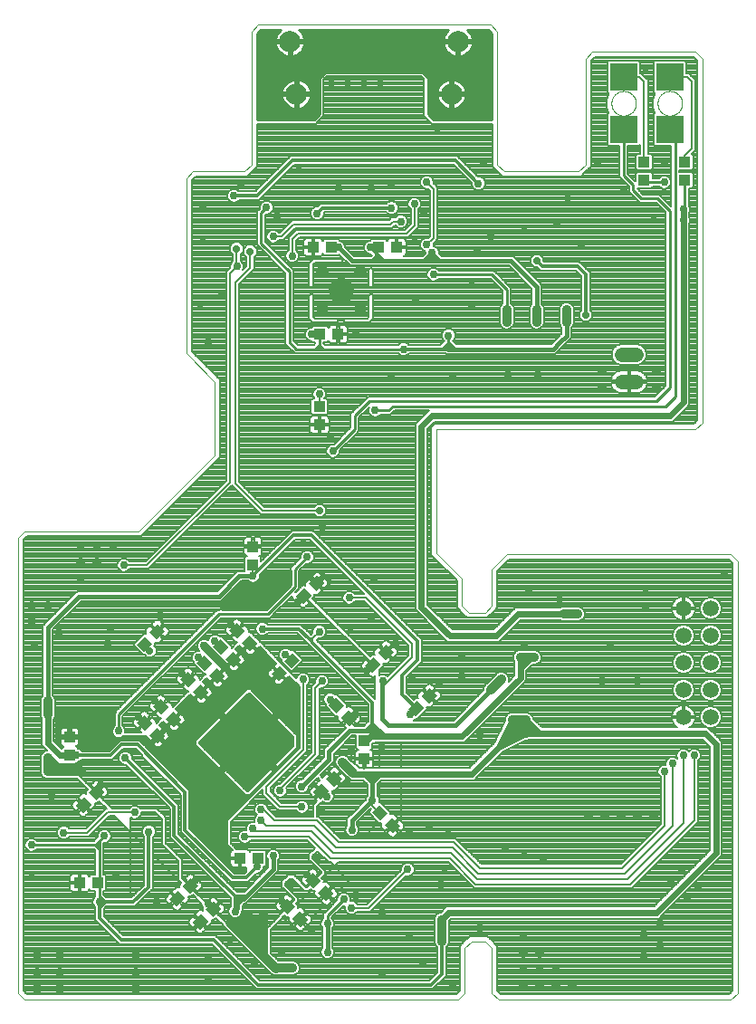
<source format=gbl>
G75*
%MOIN*%
%OFA0B0*%
%FSLAX25Y25*%
%IPPOS*%
%LPD*%
%AMOC8*
5,1,8,0,0,1.08239X$1,22.5*
%
%ADD10C,0.00000*%
%ADD11R,0.04331X0.03937*%
%ADD12R,0.03937X0.04331*%
%ADD13R,0.10236X0.10236*%
%ADD14C,0.07874*%
%ADD15C,0.05906*%
%ADD16C,0.05400*%
%ADD17C,0.00800*%
%ADD18C,0.02975*%
%ADD19C,0.03369*%
%ADD20C,0.03200*%
%ADD21C,0.01200*%
%ADD22C,0.01600*%
%ADD23C,0.02400*%
%ADD24C,0.01000*%
%ADD25C,0.02778*%
%ADD26C,0.09449*%
%ADD27C,0.00600*%
%ADD28C,0.04724*%
%ADD29C,0.03000*%
D10*
X0005833Y0030833D02*
X0003333Y0033333D01*
X0003333Y0200833D01*
X0005833Y0203333D01*
X0047833Y0203333D01*
X0075833Y0231333D01*
X0075833Y0258333D01*
X0065333Y0268833D01*
X0065333Y0333333D01*
X0067833Y0335833D01*
X0086833Y0335833D01*
X0089333Y0338333D01*
X0089333Y0387333D01*
X0091833Y0389833D01*
X0177333Y0389833D01*
X0179833Y0387333D01*
X0179833Y0338333D01*
X0182333Y0335833D01*
X0209833Y0335833D01*
X0212333Y0338333D01*
X0212333Y0377333D01*
X0214833Y0379833D01*
X0252833Y0379833D01*
X0255333Y0377333D01*
X0255333Y0243333D01*
X0252833Y0240833D01*
X0157333Y0240833D01*
X0157333Y0195333D01*
X0166833Y0185833D01*
X0166833Y0175833D01*
X0169333Y0173333D01*
X0175333Y0173333D01*
X0177833Y0175833D01*
X0177833Y0189333D01*
X0183333Y0194833D01*
X0265833Y0194833D01*
X0268333Y0192333D01*
X0268333Y0033333D01*
X0265833Y0030833D01*
X0180333Y0030833D01*
X0177833Y0033333D01*
X0177833Y0049833D01*
X0175333Y0052333D01*
X0170333Y0052333D01*
X0167833Y0049833D01*
X0167833Y0033333D01*
X0165333Y0030833D01*
X0005833Y0030833D01*
X0221805Y0360833D02*
X0221807Y0360967D01*
X0221813Y0361101D01*
X0221823Y0361235D01*
X0221837Y0361369D01*
X0221855Y0361502D01*
X0221876Y0361634D01*
X0221902Y0361766D01*
X0221932Y0361897D01*
X0221965Y0362027D01*
X0222002Y0362155D01*
X0222044Y0362283D01*
X0222088Y0362410D01*
X0222137Y0362535D01*
X0222189Y0362658D01*
X0222245Y0362780D01*
X0222305Y0362901D01*
X0222368Y0363019D01*
X0222434Y0363136D01*
X0222504Y0363250D01*
X0222577Y0363363D01*
X0222654Y0363473D01*
X0222734Y0363581D01*
X0222817Y0363686D01*
X0222903Y0363789D01*
X0222992Y0363889D01*
X0223084Y0363987D01*
X0223179Y0364082D01*
X0223277Y0364174D01*
X0223377Y0364263D01*
X0223480Y0364349D01*
X0223585Y0364432D01*
X0223693Y0364512D01*
X0223803Y0364589D01*
X0223916Y0364662D01*
X0224030Y0364732D01*
X0224147Y0364798D01*
X0224265Y0364861D01*
X0224386Y0364921D01*
X0224508Y0364977D01*
X0224631Y0365029D01*
X0224756Y0365078D01*
X0224883Y0365122D01*
X0225011Y0365164D01*
X0225139Y0365201D01*
X0225269Y0365234D01*
X0225400Y0365264D01*
X0225532Y0365290D01*
X0225664Y0365311D01*
X0225797Y0365329D01*
X0225931Y0365343D01*
X0226065Y0365353D01*
X0226199Y0365359D01*
X0226333Y0365361D01*
X0226467Y0365359D01*
X0226601Y0365353D01*
X0226735Y0365343D01*
X0226869Y0365329D01*
X0227002Y0365311D01*
X0227134Y0365290D01*
X0227266Y0365264D01*
X0227397Y0365234D01*
X0227527Y0365201D01*
X0227655Y0365164D01*
X0227783Y0365122D01*
X0227910Y0365078D01*
X0228035Y0365029D01*
X0228158Y0364977D01*
X0228280Y0364921D01*
X0228401Y0364861D01*
X0228519Y0364798D01*
X0228636Y0364732D01*
X0228750Y0364662D01*
X0228863Y0364589D01*
X0228973Y0364512D01*
X0229081Y0364432D01*
X0229186Y0364349D01*
X0229289Y0364263D01*
X0229389Y0364174D01*
X0229487Y0364082D01*
X0229582Y0363987D01*
X0229674Y0363889D01*
X0229763Y0363789D01*
X0229849Y0363686D01*
X0229932Y0363581D01*
X0230012Y0363473D01*
X0230089Y0363363D01*
X0230162Y0363250D01*
X0230232Y0363136D01*
X0230298Y0363019D01*
X0230361Y0362901D01*
X0230421Y0362780D01*
X0230477Y0362658D01*
X0230529Y0362535D01*
X0230578Y0362410D01*
X0230622Y0362283D01*
X0230664Y0362155D01*
X0230701Y0362027D01*
X0230734Y0361897D01*
X0230764Y0361766D01*
X0230790Y0361634D01*
X0230811Y0361502D01*
X0230829Y0361369D01*
X0230843Y0361235D01*
X0230853Y0361101D01*
X0230859Y0360967D01*
X0230861Y0360833D01*
X0230859Y0360699D01*
X0230853Y0360565D01*
X0230843Y0360431D01*
X0230829Y0360297D01*
X0230811Y0360164D01*
X0230790Y0360032D01*
X0230764Y0359900D01*
X0230734Y0359769D01*
X0230701Y0359639D01*
X0230664Y0359511D01*
X0230622Y0359383D01*
X0230578Y0359256D01*
X0230529Y0359131D01*
X0230477Y0359008D01*
X0230421Y0358886D01*
X0230361Y0358765D01*
X0230298Y0358647D01*
X0230232Y0358530D01*
X0230162Y0358416D01*
X0230089Y0358303D01*
X0230012Y0358193D01*
X0229932Y0358085D01*
X0229849Y0357980D01*
X0229763Y0357877D01*
X0229674Y0357777D01*
X0229582Y0357679D01*
X0229487Y0357584D01*
X0229389Y0357492D01*
X0229289Y0357403D01*
X0229186Y0357317D01*
X0229081Y0357234D01*
X0228973Y0357154D01*
X0228863Y0357077D01*
X0228750Y0357004D01*
X0228636Y0356934D01*
X0228519Y0356868D01*
X0228401Y0356805D01*
X0228280Y0356745D01*
X0228158Y0356689D01*
X0228035Y0356637D01*
X0227910Y0356588D01*
X0227783Y0356544D01*
X0227655Y0356502D01*
X0227527Y0356465D01*
X0227397Y0356432D01*
X0227266Y0356402D01*
X0227134Y0356376D01*
X0227002Y0356355D01*
X0226869Y0356337D01*
X0226735Y0356323D01*
X0226601Y0356313D01*
X0226467Y0356307D01*
X0226333Y0356305D01*
X0226199Y0356307D01*
X0226065Y0356313D01*
X0225931Y0356323D01*
X0225797Y0356337D01*
X0225664Y0356355D01*
X0225532Y0356376D01*
X0225400Y0356402D01*
X0225269Y0356432D01*
X0225139Y0356465D01*
X0225011Y0356502D01*
X0224883Y0356544D01*
X0224756Y0356588D01*
X0224631Y0356637D01*
X0224508Y0356689D01*
X0224386Y0356745D01*
X0224265Y0356805D01*
X0224147Y0356868D01*
X0224030Y0356934D01*
X0223916Y0357004D01*
X0223803Y0357077D01*
X0223693Y0357154D01*
X0223585Y0357234D01*
X0223480Y0357317D01*
X0223377Y0357403D01*
X0223277Y0357492D01*
X0223179Y0357584D01*
X0223084Y0357679D01*
X0222992Y0357777D01*
X0222903Y0357877D01*
X0222817Y0357980D01*
X0222734Y0358085D01*
X0222654Y0358193D01*
X0222577Y0358303D01*
X0222504Y0358416D01*
X0222434Y0358530D01*
X0222368Y0358647D01*
X0222305Y0358765D01*
X0222245Y0358886D01*
X0222189Y0359008D01*
X0222137Y0359131D01*
X0222088Y0359256D01*
X0222044Y0359383D01*
X0222002Y0359511D01*
X0221965Y0359639D01*
X0221932Y0359769D01*
X0221902Y0359900D01*
X0221876Y0360032D01*
X0221855Y0360164D01*
X0221837Y0360297D01*
X0221823Y0360431D01*
X0221813Y0360565D01*
X0221807Y0360699D01*
X0221805Y0360833D01*
X0238805Y0360833D02*
X0238807Y0360967D01*
X0238813Y0361101D01*
X0238823Y0361235D01*
X0238837Y0361369D01*
X0238855Y0361502D01*
X0238876Y0361634D01*
X0238902Y0361766D01*
X0238932Y0361897D01*
X0238965Y0362027D01*
X0239002Y0362155D01*
X0239044Y0362283D01*
X0239088Y0362410D01*
X0239137Y0362535D01*
X0239189Y0362658D01*
X0239245Y0362780D01*
X0239305Y0362901D01*
X0239368Y0363019D01*
X0239434Y0363136D01*
X0239504Y0363250D01*
X0239577Y0363363D01*
X0239654Y0363473D01*
X0239734Y0363581D01*
X0239817Y0363686D01*
X0239903Y0363789D01*
X0239992Y0363889D01*
X0240084Y0363987D01*
X0240179Y0364082D01*
X0240277Y0364174D01*
X0240377Y0364263D01*
X0240480Y0364349D01*
X0240585Y0364432D01*
X0240693Y0364512D01*
X0240803Y0364589D01*
X0240916Y0364662D01*
X0241030Y0364732D01*
X0241147Y0364798D01*
X0241265Y0364861D01*
X0241386Y0364921D01*
X0241508Y0364977D01*
X0241631Y0365029D01*
X0241756Y0365078D01*
X0241883Y0365122D01*
X0242011Y0365164D01*
X0242139Y0365201D01*
X0242269Y0365234D01*
X0242400Y0365264D01*
X0242532Y0365290D01*
X0242664Y0365311D01*
X0242797Y0365329D01*
X0242931Y0365343D01*
X0243065Y0365353D01*
X0243199Y0365359D01*
X0243333Y0365361D01*
X0243467Y0365359D01*
X0243601Y0365353D01*
X0243735Y0365343D01*
X0243869Y0365329D01*
X0244002Y0365311D01*
X0244134Y0365290D01*
X0244266Y0365264D01*
X0244397Y0365234D01*
X0244527Y0365201D01*
X0244655Y0365164D01*
X0244783Y0365122D01*
X0244910Y0365078D01*
X0245035Y0365029D01*
X0245158Y0364977D01*
X0245280Y0364921D01*
X0245401Y0364861D01*
X0245519Y0364798D01*
X0245636Y0364732D01*
X0245750Y0364662D01*
X0245863Y0364589D01*
X0245973Y0364512D01*
X0246081Y0364432D01*
X0246186Y0364349D01*
X0246289Y0364263D01*
X0246389Y0364174D01*
X0246487Y0364082D01*
X0246582Y0363987D01*
X0246674Y0363889D01*
X0246763Y0363789D01*
X0246849Y0363686D01*
X0246932Y0363581D01*
X0247012Y0363473D01*
X0247089Y0363363D01*
X0247162Y0363250D01*
X0247232Y0363136D01*
X0247298Y0363019D01*
X0247361Y0362901D01*
X0247421Y0362780D01*
X0247477Y0362658D01*
X0247529Y0362535D01*
X0247578Y0362410D01*
X0247622Y0362283D01*
X0247664Y0362155D01*
X0247701Y0362027D01*
X0247734Y0361897D01*
X0247764Y0361766D01*
X0247790Y0361634D01*
X0247811Y0361502D01*
X0247829Y0361369D01*
X0247843Y0361235D01*
X0247853Y0361101D01*
X0247859Y0360967D01*
X0247861Y0360833D01*
X0247859Y0360699D01*
X0247853Y0360565D01*
X0247843Y0360431D01*
X0247829Y0360297D01*
X0247811Y0360164D01*
X0247790Y0360032D01*
X0247764Y0359900D01*
X0247734Y0359769D01*
X0247701Y0359639D01*
X0247664Y0359511D01*
X0247622Y0359383D01*
X0247578Y0359256D01*
X0247529Y0359131D01*
X0247477Y0359008D01*
X0247421Y0358886D01*
X0247361Y0358765D01*
X0247298Y0358647D01*
X0247232Y0358530D01*
X0247162Y0358416D01*
X0247089Y0358303D01*
X0247012Y0358193D01*
X0246932Y0358085D01*
X0246849Y0357980D01*
X0246763Y0357877D01*
X0246674Y0357777D01*
X0246582Y0357679D01*
X0246487Y0357584D01*
X0246389Y0357492D01*
X0246289Y0357403D01*
X0246186Y0357317D01*
X0246081Y0357234D01*
X0245973Y0357154D01*
X0245863Y0357077D01*
X0245750Y0357004D01*
X0245636Y0356934D01*
X0245519Y0356868D01*
X0245401Y0356805D01*
X0245280Y0356745D01*
X0245158Y0356689D01*
X0245035Y0356637D01*
X0244910Y0356588D01*
X0244783Y0356544D01*
X0244655Y0356502D01*
X0244527Y0356465D01*
X0244397Y0356432D01*
X0244266Y0356402D01*
X0244134Y0356376D01*
X0244002Y0356355D01*
X0243869Y0356337D01*
X0243735Y0356323D01*
X0243601Y0356313D01*
X0243467Y0356307D01*
X0243333Y0356305D01*
X0243199Y0356307D01*
X0243065Y0356313D01*
X0242931Y0356323D01*
X0242797Y0356337D01*
X0242664Y0356355D01*
X0242532Y0356376D01*
X0242400Y0356402D01*
X0242269Y0356432D01*
X0242139Y0356465D01*
X0242011Y0356502D01*
X0241883Y0356544D01*
X0241756Y0356588D01*
X0241631Y0356637D01*
X0241508Y0356689D01*
X0241386Y0356745D01*
X0241265Y0356805D01*
X0241147Y0356868D01*
X0241030Y0356934D01*
X0240916Y0357004D01*
X0240803Y0357077D01*
X0240693Y0357154D01*
X0240585Y0357234D01*
X0240480Y0357317D01*
X0240377Y0357403D01*
X0240277Y0357492D01*
X0240179Y0357584D01*
X0240084Y0357679D01*
X0239992Y0357777D01*
X0239903Y0357877D01*
X0239817Y0357980D01*
X0239734Y0358085D01*
X0239654Y0358193D01*
X0239577Y0358303D01*
X0239504Y0358416D01*
X0239434Y0358530D01*
X0239368Y0358647D01*
X0239305Y0358765D01*
X0239245Y0358886D01*
X0239189Y0359008D01*
X0239137Y0359131D01*
X0239088Y0359256D01*
X0239044Y0359383D01*
X0239002Y0359511D01*
X0238965Y0359639D01*
X0238932Y0359769D01*
X0238902Y0359900D01*
X0238876Y0360032D01*
X0238855Y0360164D01*
X0238837Y0360297D01*
X0238823Y0360431D01*
X0238813Y0360565D01*
X0238807Y0360699D01*
X0238805Y0360833D01*
D11*
X0233833Y0339180D03*
X0233833Y0332487D03*
X0248833Y0332487D03*
X0248833Y0339180D03*
X0142680Y0307833D03*
X0135987Y0307833D03*
X0118680Y0307833D03*
X0111987Y0307833D03*
X0114487Y0275833D03*
X0121180Y0275833D03*
X0114333Y0249180D03*
X0114333Y0242487D03*
G36*
X0116122Y0184339D02*
X0113061Y0181278D01*
X0110278Y0184061D01*
X0113339Y0187122D01*
X0116122Y0184339D01*
G37*
G36*
X0111389Y0179606D02*
X0108328Y0176545D01*
X0105545Y0179328D01*
X0108606Y0182389D01*
X0111389Y0179606D01*
G37*
G36*
X0101278Y0155561D02*
X0104339Y0158622D01*
X0107122Y0155839D01*
X0104061Y0152778D01*
X0101278Y0155561D01*
G37*
G36*
X0096545Y0150828D02*
X0099606Y0153889D01*
X0102389Y0151106D01*
X0099328Y0148045D01*
X0096545Y0150828D01*
G37*
G36*
X0088839Y0159045D02*
X0085778Y0162106D01*
X0088561Y0164889D01*
X0091622Y0161828D01*
X0088839Y0159045D01*
G37*
G36*
X0082839Y0153045D02*
X0079778Y0156106D01*
X0082561Y0158889D01*
X0085622Y0155828D01*
X0082839Y0153045D01*
G37*
G36*
X0076839Y0147045D02*
X0073778Y0150106D01*
X0076561Y0152889D01*
X0079622Y0149828D01*
X0076839Y0147045D01*
G37*
G36*
X0070839Y0141045D02*
X0067778Y0144106D01*
X0070561Y0146889D01*
X0073622Y0143828D01*
X0070839Y0141045D01*
G37*
G36*
X0066106Y0145778D02*
X0063045Y0148839D01*
X0065828Y0151622D01*
X0068889Y0148561D01*
X0066106Y0145778D01*
G37*
G36*
X0072106Y0151778D02*
X0069045Y0154839D01*
X0071828Y0157622D01*
X0074889Y0154561D01*
X0072106Y0151778D01*
G37*
G36*
X0078106Y0157778D02*
X0075045Y0160839D01*
X0077828Y0163622D01*
X0080889Y0160561D01*
X0078106Y0157778D01*
G37*
G36*
X0084106Y0163778D02*
X0081045Y0166839D01*
X0083828Y0169622D01*
X0086889Y0166561D01*
X0084106Y0163778D01*
G37*
G36*
X0060839Y0131045D02*
X0057778Y0134106D01*
X0060561Y0136889D01*
X0063622Y0133828D01*
X0060839Y0131045D01*
G37*
G36*
X0054839Y0125045D02*
X0051778Y0128106D01*
X0054561Y0130889D01*
X0057622Y0127828D01*
X0054839Y0125045D01*
G37*
G36*
X0050106Y0129778D02*
X0047045Y0132839D01*
X0049828Y0135622D01*
X0052889Y0132561D01*
X0050106Y0129778D01*
G37*
G36*
X0056106Y0135778D02*
X0053045Y0138839D01*
X0055828Y0141622D01*
X0058889Y0138561D01*
X0056106Y0135778D01*
G37*
G36*
X0052743Y0161752D02*
X0049682Y0158691D01*
X0046899Y0161474D01*
X0049960Y0164535D01*
X0052743Y0161752D01*
G37*
G36*
X0057475Y0166485D02*
X0054414Y0163424D01*
X0051631Y0166207D01*
X0054692Y0169268D01*
X0057475Y0166485D01*
G37*
G36*
X0029278Y0107061D02*
X0032339Y0110122D01*
X0035122Y0107339D01*
X0032061Y0104278D01*
X0029278Y0107061D01*
G37*
G36*
X0024545Y0102328D02*
X0027606Y0105389D01*
X0030389Y0102606D01*
X0027328Y0099545D01*
X0024545Y0102328D01*
G37*
X0025987Y0073833D03*
X0032680Y0073833D03*
G36*
X0059045Y0067828D02*
X0062106Y0070889D01*
X0064889Y0068106D01*
X0061828Y0065045D01*
X0059045Y0067828D01*
G37*
G36*
X0063778Y0072561D02*
X0066839Y0075622D01*
X0069622Y0072839D01*
X0066561Y0069778D01*
X0063778Y0072561D01*
G37*
G36*
X0072278Y0064061D02*
X0075339Y0067122D01*
X0078122Y0064339D01*
X0075061Y0061278D01*
X0072278Y0064061D01*
G37*
G36*
X0067545Y0059328D02*
X0070606Y0062389D01*
X0073389Y0059606D01*
X0070328Y0056545D01*
X0067545Y0059328D01*
G37*
X0084987Y0082833D03*
X0091680Y0082833D03*
G36*
X0102606Y0062278D02*
X0099545Y0065339D01*
X0102328Y0068122D01*
X0105389Y0065061D01*
X0102606Y0062278D01*
G37*
G36*
X0107339Y0057545D02*
X0104278Y0060606D01*
X0107061Y0063389D01*
X0110122Y0060328D01*
X0107339Y0057545D01*
G37*
G36*
X0116839Y0067045D02*
X0113778Y0070106D01*
X0116561Y0072889D01*
X0119622Y0069828D01*
X0116839Y0067045D01*
G37*
G36*
X0112106Y0071778D02*
X0109045Y0074839D01*
X0111828Y0077622D01*
X0114889Y0074561D01*
X0112106Y0071778D01*
G37*
G36*
X0136606Y0096778D02*
X0133545Y0099839D01*
X0136328Y0102622D01*
X0139389Y0099561D01*
X0136606Y0096778D01*
G37*
G36*
X0141339Y0092045D02*
X0138278Y0095106D01*
X0141061Y0097889D01*
X0144122Y0094828D01*
X0141339Y0092045D01*
G37*
G36*
X0122622Y0112339D02*
X0119561Y0109278D01*
X0116778Y0112061D01*
X0119839Y0115122D01*
X0122622Y0112339D01*
G37*
G36*
X0117889Y0107606D02*
X0114828Y0104545D01*
X0112045Y0107328D01*
X0115106Y0110389D01*
X0117889Y0107606D01*
G37*
G36*
X0125061Y0137389D02*
X0128122Y0134328D01*
X0125339Y0131545D01*
X0122278Y0134606D01*
X0125061Y0137389D01*
G37*
G36*
X0120328Y0142122D02*
X0123389Y0139061D01*
X0120606Y0136278D01*
X0117545Y0139339D01*
X0120328Y0142122D01*
G37*
G36*
X0136889Y0154106D02*
X0133828Y0151045D01*
X0131045Y0153828D01*
X0134106Y0156889D01*
X0136889Y0154106D01*
G37*
G36*
X0141622Y0158839D02*
X0138561Y0155778D01*
X0135778Y0158561D01*
X0138839Y0161622D01*
X0141622Y0158839D01*
G37*
G36*
X0157622Y0142839D02*
X0154561Y0139778D01*
X0151778Y0142561D01*
X0154839Y0145622D01*
X0157622Y0142839D01*
G37*
G36*
X0152889Y0138106D02*
X0149828Y0135045D01*
X0147045Y0137828D01*
X0150106Y0140889D01*
X0152889Y0138106D01*
G37*
D12*
X0130833Y0126180D03*
X0130833Y0119487D03*
X0089833Y0190987D03*
X0089833Y0197680D03*
X0022333Y0127680D03*
X0022333Y0120987D03*
D13*
X0226333Y0351188D03*
X0243333Y0351188D03*
X0243333Y0370479D03*
X0226333Y0370479D03*
D14*
X0165239Y0383562D03*
X0162877Y0364270D03*
X0105790Y0364270D03*
X0103428Y0383562D03*
D15*
X0248333Y0174833D03*
X0248333Y0164833D03*
X0248333Y0154833D03*
X0248333Y0144833D03*
X0248333Y0134833D03*
X0258333Y0134833D03*
X0258333Y0144833D03*
X0258333Y0154833D03*
X0258333Y0164833D03*
X0258333Y0174833D03*
D16*
X0231033Y0258333D02*
X0225633Y0258333D01*
X0225633Y0268333D02*
X0231033Y0268333D01*
D17*
X0233528Y0265596D02*
X0241833Y0265596D01*
X0241833Y0266394D02*
X0234235Y0266394D01*
X0234170Y0266237D02*
X0234733Y0267597D01*
X0234733Y0269069D01*
X0234170Y0270429D01*
X0233129Y0271470D01*
X0231769Y0272033D01*
X0224897Y0272033D01*
X0223537Y0271470D01*
X0222497Y0270429D01*
X0221933Y0269069D01*
X0221933Y0267597D01*
X0222497Y0266237D01*
X0223537Y0265197D01*
X0224897Y0264633D01*
X0231769Y0264633D01*
X0233129Y0265197D01*
X0234170Y0266237D01*
X0234566Y0267193D02*
X0241833Y0267193D01*
X0241833Y0267991D02*
X0234733Y0267991D01*
X0234733Y0268790D02*
X0241833Y0268790D01*
X0241833Y0269588D02*
X0234518Y0269588D01*
X0234188Y0270387D02*
X0241833Y0270387D01*
X0241833Y0271185D02*
X0233414Y0271185D01*
X0231889Y0271984D02*
X0241833Y0271984D01*
X0241833Y0272782D02*
X0205328Y0272782D01*
X0204633Y0272088D02*
X0207133Y0274588D01*
X0207133Y0278337D01*
X0207609Y0278813D01*
X0208018Y0279799D01*
X0208018Y0280867D01*
X0207933Y0281071D01*
X0207933Y0284096D01*
X0208018Y0284299D01*
X0208018Y0285367D01*
X0207609Y0286354D01*
X0206854Y0287109D01*
X0205867Y0287518D01*
X0204799Y0287518D01*
X0203813Y0287109D01*
X0203058Y0286354D01*
X0202649Y0285367D01*
X0202649Y0284299D01*
X0202733Y0284096D01*
X0202733Y0281071D01*
X0202649Y0280867D01*
X0202649Y0279799D01*
X0203058Y0278813D01*
X0203533Y0278337D01*
X0203533Y0276079D01*
X0202088Y0274633D01*
X0199588Y0272133D01*
X0164655Y0272133D01*
X0163403Y0273385D01*
X0163942Y0273924D01*
X0164321Y0274839D01*
X0164321Y0275828D01*
X0163942Y0276742D01*
X0163242Y0277442D01*
X0162328Y0277821D01*
X0161339Y0277821D01*
X0160424Y0277442D01*
X0159725Y0276742D01*
X0159346Y0275828D01*
X0159346Y0274839D01*
X0159725Y0273924D01*
X0160264Y0273385D01*
X0158812Y0271933D01*
X0147251Y0271933D01*
X0146742Y0272442D01*
X0145828Y0272821D01*
X0144839Y0272821D01*
X0143924Y0272442D01*
X0143316Y0271833D01*
X0116455Y0271833D01*
X0115833Y0272455D01*
X0115833Y0272865D01*
X0117066Y0272865D01*
X0117652Y0273451D01*
X0117652Y0273540D01*
X0117710Y0273324D01*
X0117894Y0273005D01*
X0118155Y0272745D01*
X0118474Y0272560D01*
X0118830Y0272465D01*
X0120780Y0272465D01*
X0120780Y0275433D01*
X0121580Y0275433D01*
X0121580Y0272465D01*
X0123529Y0272465D01*
X0123886Y0272560D01*
X0124205Y0272745D01*
X0124465Y0273005D01*
X0124650Y0273324D01*
X0124745Y0273680D01*
X0124745Y0275433D01*
X0121580Y0275433D01*
X0121580Y0276233D01*
X0124745Y0276233D01*
X0124745Y0277986D01*
X0124650Y0278342D01*
X0124465Y0278661D01*
X0124205Y0278922D01*
X0123886Y0279106D01*
X0123529Y0279202D01*
X0121580Y0279202D01*
X0121580Y0276233D01*
X0120780Y0276233D01*
X0120780Y0279202D01*
X0118830Y0279202D01*
X0118474Y0279106D01*
X0118155Y0278922D01*
X0117894Y0278661D01*
X0117710Y0278342D01*
X0117652Y0278127D01*
X0117652Y0278216D01*
X0117066Y0278802D01*
X0111907Y0278802D01*
X0111426Y0278321D01*
X0111012Y0278321D01*
X0110098Y0277942D01*
X0109398Y0277242D01*
X0109019Y0276328D01*
X0109019Y0275339D01*
X0109398Y0274424D01*
X0110098Y0273725D01*
X0111012Y0273346D01*
X0111426Y0273346D01*
X0111907Y0272865D01*
X0112833Y0272865D01*
X0112833Y0272455D01*
X0112212Y0271833D01*
X0106455Y0271833D01*
X0104833Y0273455D01*
X0104833Y0299455D01*
X0094333Y0309955D01*
X0094333Y0319866D01*
X0094467Y0319999D01*
X0095328Y0319999D01*
X0096242Y0320378D01*
X0096942Y0321078D01*
X0097321Y0321992D01*
X0097321Y0322982D01*
X0096942Y0323896D01*
X0096242Y0324596D01*
X0095328Y0324974D01*
X0094339Y0324974D01*
X0093424Y0324596D01*
X0092725Y0323896D01*
X0092346Y0322982D01*
X0092346Y0322121D01*
X0092212Y0321987D01*
X0091333Y0321108D01*
X0091333Y0308712D01*
X0092212Y0307833D01*
X0101833Y0298212D01*
X0101833Y0272212D01*
X0102712Y0271333D01*
X0105212Y0268833D01*
X0143316Y0268833D01*
X0143924Y0268225D01*
X0144839Y0267846D01*
X0145828Y0267846D01*
X0146742Y0268225D01*
X0147251Y0268733D01*
X0160888Y0268733D01*
X0161088Y0268533D01*
X0201079Y0268533D01*
X0202133Y0269588D01*
X0204633Y0272088D01*
X0204529Y0271984D02*
X0224778Y0271984D01*
X0223253Y0271185D02*
X0203731Y0271185D01*
X0202932Y0270387D02*
X0222479Y0270387D01*
X0222148Y0269588D02*
X0202134Y0269588D01*
X0201335Y0268790D02*
X0221933Y0268790D01*
X0221933Y0267991D02*
X0146179Y0267991D01*
X0144488Y0267991D02*
X0084733Y0267991D01*
X0084733Y0267193D02*
X0222101Y0267193D01*
X0222432Y0266394D02*
X0084733Y0266394D01*
X0084733Y0265596D02*
X0223138Y0265596D01*
X0224502Y0264797D02*
X0084733Y0264797D01*
X0084733Y0263999D02*
X0241833Y0263999D01*
X0241833Y0264797D02*
X0232165Y0264797D01*
X0231993Y0262332D02*
X0231356Y0262433D01*
X0228733Y0262433D01*
X0228733Y0258733D01*
X0227933Y0258733D01*
X0227933Y0257933D01*
X0228733Y0257933D01*
X0228733Y0254233D01*
X0231356Y0254233D01*
X0231993Y0254334D01*
X0232607Y0254534D01*
X0233182Y0254827D01*
X0233704Y0255206D01*
X0234161Y0255662D01*
X0234540Y0256184D01*
X0234833Y0256759D01*
X0235032Y0257373D01*
X0235121Y0257933D01*
X0228733Y0257933D01*
X0228733Y0258733D01*
X0235121Y0258733D01*
X0235032Y0259293D01*
X0234833Y0259907D01*
X0234540Y0260482D01*
X0234161Y0261004D01*
X0233704Y0261461D01*
X0233182Y0261840D01*
X0232607Y0262133D01*
X0231993Y0262332D01*
X0231556Y0262402D02*
X0241833Y0262402D01*
X0241833Y0263200D02*
X0084733Y0263200D01*
X0084733Y0262402D02*
X0225110Y0262402D01*
X0225311Y0262433D02*
X0224673Y0262332D01*
X0224059Y0262133D01*
X0223484Y0261840D01*
X0222962Y0261461D01*
X0222506Y0261004D01*
X0222127Y0260482D01*
X0221834Y0259907D01*
X0221634Y0259293D01*
X0221546Y0258733D01*
X0227933Y0258733D01*
X0227933Y0262433D01*
X0225311Y0262433D01*
X0223158Y0261603D02*
X0084733Y0261603D01*
X0084733Y0260805D02*
X0222361Y0260805D01*
X0221884Y0260006D02*
X0084733Y0260006D01*
X0084733Y0259208D02*
X0221621Y0259208D01*
X0221546Y0257933D02*
X0221634Y0257373D01*
X0221834Y0256759D01*
X0222127Y0256184D01*
X0222506Y0255662D01*
X0222962Y0255206D01*
X0223484Y0254827D01*
X0224059Y0254534D01*
X0224673Y0254334D01*
X0225311Y0254233D01*
X0227933Y0254233D01*
X0227933Y0257933D01*
X0221546Y0257933D01*
X0221597Y0257611D02*
X0084733Y0257611D01*
X0084733Y0258409D02*
X0227933Y0258409D01*
X0227933Y0257611D02*
X0228733Y0257611D01*
X0228733Y0258409D02*
X0241833Y0258409D01*
X0241833Y0257611D02*
X0235070Y0257611D01*
X0234850Y0256812D02*
X0241691Y0256812D01*
X0241833Y0256955D02*
X0237712Y0252833D01*
X0132212Y0252833D01*
X0131333Y0251955D01*
X0131333Y0251955D01*
X0125833Y0246455D01*
X0125833Y0241455D01*
X0119699Y0235321D01*
X0118839Y0235321D01*
X0117924Y0234942D01*
X0117225Y0234242D01*
X0116846Y0233328D01*
X0116846Y0232339D01*
X0117225Y0231424D01*
X0117924Y0230725D01*
X0118839Y0230346D01*
X0119828Y0230346D01*
X0120742Y0230725D01*
X0121442Y0231424D01*
X0121821Y0232339D01*
X0121821Y0233199D01*
X0127955Y0239333D01*
X0128833Y0240212D01*
X0128833Y0245212D01*
X0132626Y0249005D01*
X0132346Y0248328D01*
X0132346Y0247339D01*
X0132725Y0246424D01*
X0133424Y0245725D01*
X0134339Y0245346D01*
X0135328Y0245346D01*
X0136242Y0245725D01*
X0136851Y0246333D01*
X0140455Y0246333D01*
X0141333Y0247212D01*
X0141955Y0247833D01*
X0154722Y0247833D01*
X0153633Y0246745D01*
X0150922Y0244033D01*
X0149633Y0242745D01*
X0149633Y0174422D01*
X0160133Y0163922D01*
X0161422Y0162633D01*
X0180245Y0162633D01*
X0188245Y0170633D01*
X0202737Y0170633D01*
X0202813Y0170558D01*
X0203799Y0170149D01*
X0204867Y0170149D01*
X0205071Y0170233D01*
X0208596Y0170233D01*
X0208799Y0170149D01*
X0209867Y0170149D01*
X0210854Y0170558D01*
X0211609Y0171313D01*
X0212018Y0172299D01*
X0212018Y0173367D01*
X0211609Y0174354D01*
X0210854Y0175109D01*
X0209867Y0175518D01*
X0208799Y0175518D01*
X0208596Y0175433D01*
X0205071Y0175433D01*
X0204867Y0175518D01*
X0203799Y0175518D01*
X0202813Y0175109D01*
X0202737Y0175033D01*
X0186422Y0175033D01*
X0178422Y0167033D01*
X0163245Y0167033D01*
X0154033Y0176245D01*
X0154033Y0240922D01*
X0156745Y0243633D01*
X0244245Y0243633D01*
X0249245Y0248633D01*
X0250533Y0249922D01*
X0250533Y0316645D01*
X0250821Y0317339D01*
X0250821Y0318328D01*
X0250533Y0319022D01*
X0250533Y0320645D01*
X0250821Y0321339D01*
X0250821Y0322328D01*
X0250442Y0323242D01*
X0250333Y0323351D01*
X0250333Y0329518D01*
X0251413Y0329518D01*
X0251999Y0330104D01*
X0251999Y0334870D01*
X0251413Y0335455D01*
X0246833Y0335455D01*
X0246833Y0336211D01*
X0251413Y0336211D01*
X0251999Y0336797D01*
X0251999Y0341563D01*
X0251413Y0342148D01*
X0251282Y0342148D01*
X0252733Y0343600D01*
X0252733Y0369413D01*
X0251913Y0370233D01*
X0250268Y0371879D01*
X0249451Y0371879D01*
X0249451Y0376011D01*
X0248866Y0376597D01*
X0237801Y0376597D01*
X0237215Y0376011D01*
X0237215Y0364947D01*
X0237801Y0364361D01*
X0237837Y0364361D01*
X0236906Y0362112D01*
X0236906Y0359555D01*
X0237837Y0357306D01*
X0237801Y0357306D01*
X0237215Y0356720D01*
X0237215Y0345655D01*
X0237801Y0345070D01*
X0243833Y0345070D01*
X0243833Y0322955D01*
X0239455Y0327333D01*
X0233455Y0327333D01*
X0231333Y0329455D01*
X0231333Y0329518D01*
X0236413Y0329518D01*
X0236999Y0330104D01*
X0236999Y0330333D01*
X0239316Y0330333D01*
X0239924Y0329725D01*
X0240839Y0329346D01*
X0241828Y0329346D01*
X0242742Y0329725D01*
X0243442Y0330424D01*
X0243821Y0331339D01*
X0243821Y0332328D01*
X0243442Y0333242D01*
X0242742Y0333942D01*
X0241828Y0334321D01*
X0240839Y0334321D01*
X0239924Y0333942D01*
X0239316Y0333333D01*
X0236999Y0333333D01*
X0236999Y0334870D01*
X0236413Y0335455D01*
X0231254Y0335455D01*
X0230668Y0334870D01*
X0230668Y0332120D01*
X0230455Y0332333D01*
X0227833Y0334955D01*
X0227833Y0345070D01*
X0231866Y0345070D01*
X0232433Y0345637D01*
X0232433Y0342148D01*
X0231254Y0342148D01*
X0230668Y0341563D01*
X0230668Y0336797D01*
X0231254Y0336211D01*
X0236413Y0336211D01*
X0236999Y0336797D01*
X0236999Y0341563D01*
X0236413Y0342148D01*
X0235233Y0342148D01*
X0235233Y0369413D01*
X0234413Y0370233D01*
X0232768Y0371879D01*
X0232451Y0371879D01*
X0232451Y0376011D01*
X0231866Y0376597D01*
X0220801Y0376597D01*
X0220215Y0376011D01*
X0220215Y0364947D01*
X0220801Y0364361D01*
X0220837Y0364361D01*
X0219906Y0362112D01*
X0219906Y0359555D01*
X0220837Y0357306D01*
X0220801Y0357306D01*
X0220215Y0356720D01*
X0220215Y0345655D01*
X0220801Y0345070D01*
X0224833Y0345070D01*
X0224833Y0333712D01*
X0228333Y0330212D01*
X0228333Y0328212D01*
X0231333Y0325212D01*
X0232212Y0324333D01*
X0238212Y0324333D01*
X0241833Y0320712D01*
X0241833Y0256955D01*
X0240892Y0256014D02*
X0234416Y0256014D01*
X0233713Y0255215D02*
X0240094Y0255215D01*
X0239295Y0254416D02*
X0232246Y0254416D01*
X0228733Y0254416D02*
X0227933Y0254416D01*
X0227933Y0255215D02*
X0228733Y0255215D01*
X0228733Y0256014D02*
X0227933Y0256014D01*
X0227933Y0256812D02*
X0228733Y0256812D01*
X0228733Y0259208D02*
X0227933Y0259208D01*
X0227933Y0260006D02*
X0228733Y0260006D01*
X0228733Y0260805D02*
X0227933Y0260805D01*
X0227933Y0261603D02*
X0228733Y0261603D01*
X0228733Y0262402D02*
X0227933Y0262402D01*
X0233508Y0261603D02*
X0241833Y0261603D01*
X0241833Y0260805D02*
X0234306Y0260805D01*
X0234783Y0260006D02*
X0241833Y0260006D01*
X0241833Y0259208D02*
X0235046Y0259208D01*
X0238497Y0253618D02*
X0116821Y0253618D01*
X0116821Y0253339D02*
X0116821Y0254328D01*
X0116442Y0255242D01*
X0115742Y0255942D01*
X0114828Y0256321D01*
X0113839Y0256321D01*
X0112924Y0255942D01*
X0112225Y0255242D01*
X0111846Y0254328D01*
X0111846Y0253339D01*
X0112225Y0252424D01*
X0112501Y0252148D01*
X0111754Y0252148D01*
X0111168Y0251562D01*
X0111168Y0246797D01*
X0111754Y0246211D01*
X0116913Y0246211D01*
X0117499Y0246797D01*
X0117499Y0251562D01*
X0116913Y0252148D01*
X0116166Y0252148D01*
X0116442Y0252424D01*
X0116821Y0253339D01*
X0116606Y0252819D02*
X0132198Y0252819D01*
X0131400Y0252021D02*
X0117040Y0252021D01*
X0117499Y0251222D02*
X0130601Y0251222D01*
X0129803Y0250424D02*
X0117499Y0250424D01*
X0117499Y0249625D02*
X0129004Y0249625D01*
X0128206Y0248827D02*
X0117499Y0248827D01*
X0117499Y0248028D02*
X0127407Y0248028D01*
X0126609Y0247230D02*
X0117499Y0247230D01*
X0117133Y0246431D02*
X0125833Y0246431D01*
X0125833Y0245633D02*
X0117259Y0245633D01*
X0117358Y0245576D02*
X0117039Y0245760D01*
X0116683Y0245855D01*
X0114733Y0245855D01*
X0114733Y0242887D01*
X0113933Y0242887D01*
X0113933Y0242087D01*
X0110768Y0242087D01*
X0110768Y0240334D01*
X0110863Y0239978D01*
X0111048Y0239659D01*
X0111308Y0239398D01*
X0111628Y0239214D01*
X0111984Y0239118D01*
X0113933Y0239118D01*
X0113933Y0242087D01*
X0114733Y0242087D01*
X0114733Y0239118D01*
X0116683Y0239118D01*
X0117039Y0239214D01*
X0117358Y0239398D01*
X0117619Y0239659D01*
X0117803Y0239978D01*
X0117899Y0240334D01*
X0117899Y0242087D01*
X0114733Y0242087D01*
X0114733Y0242887D01*
X0117899Y0242887D01*
X0117899Y0244640D01*
X0117803Y0244996D01*
X0117619Y0245315D01*
X0117358Y0245576D01*
X0117847Y0244834D02*
X0125833Y0244834D01*
X0125833Y0244036D02*
X0117899Y0244036D01*
X0117899Y0243237D02*
X0125833Y0243237D01*
X0125833Y0242439D02*
X0114733Y0242439D01*
X0114733Y0243237D02*
X0113933Y0243237D01*
X0113933Y0242887D02*
X0113933Y0245855D01*
X0111984Y0245855D01*
X0111628Y0245760D01*
X0111308Y0245576D01*
X0111048Y0245315D01*
X0110863Y0244996D01*
X0110768Y0244640D01*
X0110768Y0242887D01*
X0113933Y0242887D01*
X0113933Y0242439D02*
X0084733Y0242439D01*
X0084733Y0243237D02*
X0110768Y0243237D01*
X0110768Y0244036D02*
X0084733Y0244036D01*
X0084733Y0244834D02*
X0110820Y0244834D01*
X0111407Y0245633D02*
X0084733Y0245633D01*
X0084733Y0246431D02*
X0111534Y0246431D01*
X0111168Y0247230D02*
X0084733Y0247230D01*
X0084733Y0248028D02*
X0111168Y0248028D01*
X0111168Y0248827D02*
X0084733Y0248827D01*
X0084733Y0249625D02*
X0111168Y0249625D01*
X0111168Y0250424D02*
X0084733Y0250424D01*
X0084733Y0251222D02*
X0111168Y0251222D01*
X0111626Y0252021D02*
X0084733Y0252021D01*
X0084733Y0252819D02*
X0112061Y0252819D01*
X0111846Y0253618D02*
X0084733Y0253618D01*
X0084733Y0254416D02*
X0111883Y0254416D01*
X0112213Y0255215D02*
X0084733Y0255215D01*
X0084733Y0256014D02*
X0113097Y0256014D01*
X0115570Y0256014D02*
X0222251Y0256014D01*
X0221817Y0256812D02*
X0084733Y0256812D01*
X0079933Y0256812D02*
X0077733Y0256812D01*
X0077733Y0256014D02*
X0079933Y0256014D01*
X0079933Y0255215D02*
X0077733Y0255215D01*
X0077733Y0254416D02*
X0079933Y0254416D01*
X0079933Y0253618D02*
X0077733Y0253618D01*
X0077733Y0252819D02*
X0079933Y0252819D01*
X0079933Y0252021D02*
X0077733Y0252021D01*
X0077733Y0251222D02*
X0079933Y0251222D01*
X0079933Y0250424D02*
X0077733Y0250424D01*
X0077733Y0249625D02*
X0079933Y0249625D01*
X0079933Y0248827D02*
X0077733Y0248827D01*
X0077733Y0248028D02*
X0079933Y0248028D01*
X0079933Y0247230D02*
X0077733Y0247230D01*
X0077733Y0246431D02*
X0079933Y0246431D01*
X0079933Y0245633D02*
X0077733Y0245633D01*
X0077733Y0244834D02*
X0079933Y0244834D01*
X0079933Y0244036D02*
X0077733Y0244036D01*
X0077733Y0243237D02*
X0079933Y0243237D01*
X0079933Y0242439D02*
X0077733Y0242439D01*
X0077733Y0241640D02*
X0079933Y0241640D01*
X0079933Y0240842D02*
X0077733Y0240842D01*
X0077733Y0240043D02*
X0079933Y0240043D01*
X0079933Y0239245D02*
X0077733Y0239245D01*
X0077733Y0238446D02*
X0079933Y0238446D01*
X0079933Y0237648D02*
X0077733Y0237648D01*
X0077733Y0236849D02*
X0079933Y0236849D01*
X0079933Y0236051D02*
X0077733Y0236051D01*
X0077733Y0235252D02*
X0079933Y0235252D01*
X0079933Y0234454D02*
X0077733Y0234454D01*
X0077733Y0233655D02*
X0079933Y0233655D01*
X0079933Y0232857D02*
X0077733Y0232857D01*
X0077733Y0232058D02*
X0079933Y0232058D01*
X0079933Y0231260D02*
X0077733Y0231260D01*
X0077733Y0230546D02*
X0077733Y0259120D01*
X0067233Y0269620D01*
X0067233Y0332546D01*
X0068620Y0333933D01*
X0087620Y0333933D01*
X0091233Y0337546D01*
X0091233Y0353333D01*
X0112955Y0353333D01*
X0113833Y0354212D01*
X0115833Y0356212D01*
X0115833Y0369712D01*
X0116955Y0370833D01*
X0151712Y0370833D01*
X0152833Y0369712D01*
X0152833Y0356212D01*
X0153712Y0355333D01*
X0155712Y0353333D01*
X0177933Y0353333D01*
X0177933Y0339120D01*
X0177933Y0337546D01*
X0181546Y0333933D01*
X0210620Y0333933D01*
X0211733Y0335046D01*
X0211733Y0335046D01*
X0213120Y0336433D01*
X0213120Y0336433D01*
X0214233Y0337546D01*
X0214233Y0376546D01*
X0215620Y0377933D01*
X0252046Y0377933D01*
X0253433Y0376546D01*
X0253433Y0244120D01*
X0252046Y0242733D01*
X0156546Y0242733D01*
X0155433Y0241620D01*
X0155433Y0194546D01*
X0164933Y0185046D01*
X0164933Y0175046D01*
X0167433Y0172546D01*
X0168546Y0171433D01*
X0176120Y0171433D01*
X0178620Y0173933D01*
X0179733Y0175046D01*
X0179733Y0188546D01*
X0184120Y0192933D01*
X0265046Y0192933D01*
X0266433Y0191546D01*
X0266433Y0034120D01*
X0265046Y0032733D01*
X0181120Y0032733D01*
X0179733Y0034120D01*
X0179733Y0050620D01*
X0177233Y0053120D01*
X0176120Y0054233D01*
X0169546Y0054233D01*
X0167046Y0051733D01*
X0165933Y0050620D01*
X0165933Y0034120D01*
X0164546Y0032733D01*
X0006620Y0032733D01*
X0005233Y0034120D01*
X0005233Y0200046D01*
X0006620Y0201433D01*
X0048620Y0201433D01*
X0049733Y0202546D01*
X0049733Y0202546D01*
X0076620Y0229433D01*
X0077733Y0230546D01*
X0077648Y0230461D02*
X0079933Y0230461D01*
X0079933Y0229663D02*
X0076850Y0229663D01*
X0076051Y0228864D02*
X0079933Y0228864D01*
X0079933Y0228066D02*
X0075253Y0228066D01*
X0074454Y0227267D02*
X0079933Y0227267D01*
X0079933Y0226469D02*
X0073656Y0226469D01*
X0072857Y0225670D02*
X0079933Y0225670D01*
X0079933Y0224872D02*
X0072059Y0224872D01*
X0071260Y0224073D02*
X0079933Y0224073D01*
X0079933Y0223275D02*
X0070462Y0223275D01*
X0069663Y0222476D02*
X0079933Y0222476D01*
X0079933Y0221913D02*
X0050253Y0192233D01*
X0044446Y0192233D01*
X0044442Y0192242D01*
X0043742Y0192942D01*
X0042828Y0193321D01*
X0041839Y0193321D01*
X0040924Y0192942D01*
X0040225Y0192242D01*
X0039846Y0191328D01*
X0039846Y0190339D01*
X0040225Y0189424D01*
X0040924Y0188725D01*
X0041839Y0188346D01*
X0042828Y0188346D01*
X0043742Y0188725D01*
X0044442Y0189424D01*
X0044446Y0189433D01*
X0051413Y0189433D01*
X0082083Y0220103D01*
X0092753Y0209433D01*
X0112355Y0209433D01*
X0113344Y0208444D01*
X0115323Y0208444D01*
X0116722Y0209844D01*
X0116722Y0211823D01*
X0115323Y0213222D01*
X0113344Y0213222D01*
X0112355Y0212233D01*
X0093913Y0212233D01*
X0084733Y0221413D01*
X0084733Y0294253D01*
X0090233Y0299753D01*
X0090233Y0304355D01*
X0091222Y0305344D01*
X0091222Y0307323D01*
X0089823Y0308722D01*
X0087844Y0308722D01*
X0086444Y0307323D01*
X0086444Y0305344D01*
X0087433Y0304355D01*
X0087433Y0300913D01*
X0086168Y0299648D01*
X0086396Y0300197D01*
X0086396Y0301186D01*
X0086017Y0302101D01*
X0085317Y0302800D01*
X0085233Y0302835D01*
X0085233Y0305355D01*
X0086222Y0306344D01*
X0086222Y0308323D01*
X0084823Y0309722D01*
X0082844Y0309722D01*
X0081444Y0308323D01*
X0081444Y0306344D01*
X0082433Y0305355D01*
X0082433Y0302735D01*
X0081799Y0302101D01*
X0081421Y0301186D01*
X0081421Y0300197D01*
X0081424Y0300188D01*
X0080753Y0299517D01*
X0079933Y0298697D01*
X0079933Y0221913D01*
X0079698Y0221678D02*
X0068865Y0221678D01*
X0068066Y0220879D02*
X0078899Y0220879D01*
X0078101Y0220081D02*
X0067267Y0220081D01*
X0066469Y0219282D02*
X0077302Y0219282D01*
X0076504Y0218483D02*
X0065670Y0218483D01*
X0064872Y0217685D02*
X0075705Y0217685D01*
X0074907Y0216886D02*
X0064073Y0216886D01*
X0063275Y0216088D02*
X0074108Y0216088D01*
X0073310Y0215289D02*
X0062476Y0215289D01*
X0061678Y0214491D02*
X0072511Y0214491D01*
X0071713Y0213692D02*
X0060879Y0213692D01*
X0060081Y0212894D02*
X0070914Y0212894D01*
X0070116Y0212095D02*
X0059282Y0212095D01*
X0058484Y0211297D02*
X0069317Y0211297D01*
X0068518Y0210498D02*
X0057685Y0210498D01*
X0056887Y0209700D02*
X0067720Y0209700D01*
X0066921Y0208901D02*
X0056088Y0208901D01*
X0055290Y0208103D02*
X0066123Y0208103D01*
X0065324Y0207304D02*
X0054491Y0207304D01*
X0053693Y0206506D02*
X0064526Y0206506D01*
X0063727Y0205707D02*
X0052894Y0205707D01*
X0052096Y0204909D02*
X0062929Y0204909D01*
X0062130Y0204110D02*
X0051297Y0204110D01*
X0050499Y0203312D02*
X0061332Y0203312D01*
X0060533Y0202513D02*
X0049700Y0202513D01*
X0048902Y0201715D02*
X0059735Y0201715D01*
X0058936Y0200916D02*
X0006103Y0200916D01*
X0005305Y0200118D02*
X0058138Y0200118D01*
X0057339Y0199319D02*
X0005233Y0199319D01*
X0005233Y0198521D02*
X0056541Y0198521D01*
X0055742Y0197722D02*
X0005233Y0197722D01*
X0005233Y0196924D02*
X0054944Y0196924D01*
X0054145Y0196125D02*
X0005233Y0196125D01*
X0005233Y0195327D02*
X0053347Y0195327D01*
X0052548Y0194528D02*
X0005233Y0194528D01*
X0005233Y0193730D02*
X0051750Y0193730D01*
X0050951Y0192931D02*
X0043753Y0192931D01*
X0042333Y0190833D02*
X0050833Y0190833D01*
X0081333Y0221333D01*
X0081333Y0298117D01*
X0083908Y0300692D01*
X0083833Y0300766D01*
X0083833Y0307333D01*
X0082267Y0305521D02*
X0067233Y0305521D01*
X0067233Y0304723D02*
X0082433Y0304723D01*
X0082433Y0303924D02*
X0067233Y0303924D01*
X0067233Y0303126D02*
X0082433Y0303126D01*
X0082026Y0302327D02*
X0067233Y0302327D01*
X0067233Y0301529D02*
X0081563Y0301529D01*
X0081421Y0300730D02*
X0067233Y0300730D01*
X0067233Y0299932D02*
X0081168Y0299932D01*
X0080370Y0299133D02*
X0067233Y0299133D01*
X0067233Y0298335D02*
X0079933Y0298335D01*
X0079933Y0297536D02*
X0067233Y0297536D01*
X0067233Y0296738D02*
X0079933Y0296738D01*
X0079933Y0295939D02*
X0067233Y0295939D01*
X0067233Y0295141D02*
X0079933Y0295141D01*
X0079933Y0294342D02*
X0067233Y0294342D01*
X0067233Y0293544D02*
X0079933Y0293544D01*
X0079933Y0292745D02*
X0067233Y0292745D01*
X0067233Y0291947D02*
X0079933Y0291947D01*
X0079933Y0291148D02*
X0067233Y0291148D01*
X0067233Y0290350D02*
X0079933Y0290350D01*
X0079933Y0289551D02*
X0067233Y0289551D01*
X0067233Y0288752D02*
X0079933Y0288752D01*
X0079933Y0287954D02*
X0067233Y0287954D01*
X0067233Y0287155D02*
X0079933Y0287155D01*
X0079933Y0286357D02*
X0067233Y0286357D01*
X0067233Y0285558D02*
X0079933Y0285558D01*
X0079933Y0284760D02*
X0067233Y0284760D01*
X0067233Y0283961D02*
X0079933Y0283961D01*
X0079933Y0283163D02*
X0067233Y0283163D01*
X0067233Y0282364D02*
X0079933Y0282364D01*
X0079933Y0281566D02*
X0067233Y0281566D01*
X0067233Y0280767D02*
X0079933Y0280767D01*
X0079933Y0279969D02*
X0067233Y0279969D01*
X0067233Y0279170D02*
X0079933Y0279170D01*
X0079933Y0278372D02*
X0067233Y0278372D01*
X0067233Y0277573D02*
X0079933Y0277573D01*
X0079933Y0276775D02*
X0067233Y0276775D01*
X0067233Y0275976D02*
X0079933Y0275976D01*
X0079933Y0275178D02*
X0067233Y0275178D01*
X0067233Y0274379D02*
X0079933Y0274379D01*
X0079933Y0273581D02*
X0067233Y0273581D01*
X0067233Y0272782D02*
X0079933Y0272782D01*
X0079933Y0271984D02*
X0067233Y0271984D01*
X0067233Y0271185D02*
X0079933Y0271185D01*
X0079933Y0270387D02*
X0067233Y0270387D01*
X0067265Y0269588D02*
X0079933Y0269588D01*
X0079933Y0268790D02*
X0068064Y0268790D01*
X0068862Y0267991D02*
X0079933Y0267991D01*
X0079933Y0267193D02*
X0069661Y0267193D01*
X0070459Y0266394D02*
X0079933Y0266394D01*
X0079933Y0265596D02*
X0071258Y0265596D01*
X0072056Y0264797D02*
X0079933Y0264797D01*
X0079933Y0263999D02*
X0072855Y0263999D01*
X0073654Y0263200D02*
X0079933Y0263200D01*
X0079933Y0262402D02*
X0074452Y0262402D01*
X0075251Y0261603D02*
X0079933Y0261603D01*
X0079933Y0260805D02*
X0076049Y0260805D01*
X0076848Y0260006D02*
X0079933Y0260006D01*
X0079933Y0259208D02*
X0077646Y0259208D01*
X0077733Y0258409D02*
X0079933Y0258409D01*
X0079933Y0257611D02*
X0077733Y0257611D01*
X0084733Y0268790D02*
X0143359Y0268790D01*
X0143466Y0271984D02*
X0116304Y0271984D01*
X0115833Y0272782D02*
X0118117Y0272782D01*
X0120780Y0272782D02*
X0121580Y0272782D01*
X0121580Y0273581D02*
X0120780Y0273581D01*
X0120780Y0274379D02*
X0121580Y0274379D01*
X0121580Y0275178D02*
X0120780Y0275178D01*
X0121580Y0275976D02*
X0159407Y0275976D01*
X0159346Y0275178D02*
X0124745Y0275178D01*
X0124745Y0274379D02*
X0159536Y0274379D01*
X0160068Y0273581D02*
X0124718Y0273581D01*
X0124242Y0272782D02*
X0144746Y0272782D01*
X0145921Y0272782D02*
X0159661Y0272782D01*
X0158862Y0271984D02*
X0147201Y0271984D01*
X0159757Y0276775D02*
X0124745Y0276775D01*
X0124745Y0277573D02*
X0160741Y0277573D01*
X0162925Y0277573D02*
X0203533Y0277573D01*
X0203533Y0276775D02*
X0163910Y0276775D01*
X0164259Y0275976D02*
X0203431Y0275976D01*
X0202632Y0275178D02*
X0164321Y0275178D01*
X0164130Y0274379D02*
X0201834Y0274379D01*
X0201035Y0273581D02*
X0163598Y0273581D01*
X0164006Y0272782D02*
X0200237Y0272782D01*
X0206126Y0273581D02*
X0241833Y0273581D01*
X0241833Y0274379D02*
X0206925Y0274379D01*
X0207133Y0275178D02*
X0241833Y0275178D01*
X0241833Y0275976D02*
X0207133Y0275976D01*
X0207133Y0276775D02*
X0241833Y0276775D01*
X0241833Y0277573D02*
X0207133Y0277573D01*
X0207168Y0278372D02*
X0241833Y0278372D01*
X0241833Y0279170D02*
X0207757Y0279170D01*
X0208018Y0279969D02*
X0241833Y0279969D01*
X0241833Y0280767D02*
X0213646Y0280767D01*
X0213323Y0280444D02*
X0214722Y0281844D01*
X0214722Y0283823D01*
X0213933Y0284612D01*
X0213933Y0298496D01*
X0210933Y0301496D01*
X0209996Y0302433D01*
X0196996Y0302433D01*
X0196722Y0302707D01*
X0196722Y0303823D01*
X0195323Y0305222D01*
X0193344Y0305222D01*
X0191944Y0303823D01*
X0191944Y0301844D01*
X0193344Y0300444D01*
X0194460Y0300444D01*
X0195671Y0299233D01*
X0208671Y0299233D01*
X0210733Y0297171D01*
X0210733Y0284612D01*
X0209944Y0283823D01*
X0209944Y0281844D01*
X0211344Y0280444D01*
X0213323Y0280444D01*
X0214444Y0281566D02*
X0241833Y0281566D01*
X0241833Y0282364D02*
X0214722Y0282364D01*
X0214722Y0283163D02*
X0241833Y0283163D01*
X0241833Y0283961D02*
X0214584Y0283961D01*
X0213933Y0284760D02*
X0241833Y0284760D01*
X0241833Y0285558D02*
X0213933Y0285558D01*
X0213933Y0286357D02*
X0241833Y0286357D01*
X0241833Y0287155D02*
X0213933Y0287155D01*
X0213933Y0287954D02*
X0241833Y0287954D01*
X0241833Y0288752D02*
X0213933Y0288752D01*
X0213933Y0289551D02*
X0241833Y0289551D01*
X0241833Y0290350D02*
X0213933Y0290350D01*
X0213933Y0291148D02*
X0241833Y0291148D01*
X0241833Y0291947D02*
X0213933Y0291947D01*
X0213933Y0292745D02*
X0241833Y0292745D01*
X0241833Y0293544D02*
X0213933Y0293544D01*
X0213933Y0294342D02*
X0241833Y0294342D01*
X0241833Y0295141D02*
X0213933Y0295141D01*
X0213933Y0295939D02*
X0241833Y0295939D01*
X0241833Y0296738D02*
X0213933Y0296738D01*
X0213933Y0297536D02*
X0241833Y0297536D01*
X0241833Y0298335D02*
X0213933Y0298335D01*
X0213296Y0299133D02*
X0241833Y0299133D01*
X0241833Y0299932D02*
X0212498Y0299932D01*
X0211699Y0300730D02*
X0241833Y0300730D01*
X0241833Y0301529D02*
X0210901Y0301529D01*
X0210102Y0302327D02*
X0241833Y0302327D01*
X0241833Y0303126D02*
X0196722Y0303126D01*
X0196621Y0303924D02*
X0241833Y0303924D01*
X0241833Y0304723D02*
X0195822Y0304723D01*
X0192844Y0304723D02*
X0159207Y0304723D01*
X0159296Y0304633D02*
X0158321Y0305609D01*
X0158321Y0306328D01*
X0157942Y0307242D01*
X0157242Y0307942D01*
X0156328Y0308321D01*
X0156313Y0308321D01*
X0156321Y0308339D01*
X0156321Y0309328D01*
X0156317Y0309337D01*
X0156913Y0309933D01*
X0157733Y0310753D01*
X0157733Y0329913D01*
X0156913Y0330733D01*
X0156317Y0331330D01*
X0156321Y0331339D01*
X0156321Y0332328D01*
X0155942Y0333242D01*
X0155242Y0333942D01*
X0154328Y0334321D01*
X0153339Y0334321D01*
X0152424Y0333942D01*
X0151725Y0333242D01*
X0151346Y0332328D01*
X0151346Y0331339D01*
X0151725Y0330424D01*
X0152424Y0329725D01*
X0153339Y0329346D01*
X0154328Y0329346D01*
X0154337Y0329350D01*
X0154933Y0328753D01*
X0154933Y0311913D01*
X0154337Y0311317D01*
X0154328Y0311321D01*
X0153339Y0311321D01*
X0152424Y0310942D01*
X0151725Y0310242D01*
X0151346Y0309328D01*
X0151346Y0308339D01*
X0151725Y0307424D01*
X0152424Y0306725D01*
X0153339Y0306346D01*
X0153353Y0306346D01*
X0153346Y0306328D01*
X0153346Y0305609D01*
X0152371Y0304633D01*
X0145512Y0304633D01*
X0145705Y0304745D01*
X0145965Y0305005D01*
X0146150Y0305324D01*
X0146245Y0305680D01*
X0146245Y0307433D01*
X0143080Y0307433D01*
X0143080Y0308233D01*
X0146245Y0308233D01*
X0146245Y0309986D01*
X0146150Y0310342D01*
X0145965Y0310661D01*
X0145705Y0310922D01*
X0145386Y0311106D01*
X0145029Y0311202D01*
X0143080Y0311202D01*
X0143080Y0308233D01*
X0142280Y0308233D01*
X0142280Y0311202D01*
X0140330Y0311202D01*
X0139974Y0311106D01*
X0139655Y0310922D01*
X0139394Y0310661D01*
X0139210Y0310342D01*
X0139152Y0310127D01*
X0139152Y0310216D01*
X0138566Y0310802D01*
X0133407Y0310802D01*
X0132926Y0310321D01*
X0132665Y0310321D01*
X0131751Y0309942D01*
X0131051Y0309242D01*
X0130673Y0308328D01*
X0130673Y0307339D01*
X0131051Y0306424D01*
X0131751Y0305725D01*
X0132665Y0305346D01*
X0132926Y0305346D01*
X0133407Y0304865D01*
X0133602Y0304865D01*
X0133371Y0304633D01*
X0127095Y0304633D01*
X0123836Y0307892D01*
X0123836Y0308328D01*
X0123458Y0309242D01*
X0122758Y0309942D01*
X0121844Y0310321D01*
X0121740Y0310321D01*
X0121259Y0310802D01*
X0116100Y0310802D01*
X0115514Y0310216D01*
X0115514Y0310127D01*
X0115457Y0310342D01*
X0115272Y0310661D01*
X0115012Y0310922D01*
X0114693Y0311106D01*
X0114337Y0311202D01*
X0112387Y0311202D01*
X0112387Y0308233D01*
X0111587Y0308233D01*
X0111587Y0307433D01*
X0112387Y0307433D01*
X0112387Y0304465D01*
X0114337Y0304465D01*
X0114693Y0304560D01*
X0115012Y0304745D01*
X0115272Y0305005D01*
X0115457Y0305324D01*
X0115514Y0305540D01*
X0115514Y0305451D01*
X0116100Y0304865D01*
X0121259Y0304865D01*
X0121516Y0305121D01*
X0125603Y0301033D01*
X0184088Y0301033D01*
X0192533Y0292588D01*
X0192533Y0286829D01*
X0192058Y0286354D01*
X0191649Y0285367D01*
X0191649Y0284299D01*
X0191733Y0284096D01*
X0191733Y0281071D01*
X0191649Y0280867D01*
X0191649Y0279799D01*
X0192058Y0278813D01*
X0192813Y0278058D01*
X0193799Y0277649D01*
X0194867Y0277649D01*
X0195854Y0278058D01*
X0196609Y0278813D01*
X0197018Y0279799D01*
X0197018Y0280867D01*
X0196933Y0281071D01*
X0196933Y0284096D01*
X0197018Y0284299D01*
X0197018Y0285367D01*
X0196609Y0286354D01*
X0196133Y0286829D01*
X0196133Y0294079D01*
X0186633Y0303579D01*
X0185579Y0304633D01*
X0159296Y0304633D01*
X0158408Y0305521D02*
X0241833Y0305521D01*
X0241833Y0306320D02*
X0158321Y0306320D01*
X0157993Y0307118D02*
X0241833Y0307118D01*
X0241833Y0307917D02*
X0157268Y0307917D01*
X0156321Y0308715D02*
X0241833Y0308715D01*
X0241833Y0309514D02*
X0156494Y0309514D01*
X0157292Y0310312D02*
X0241833Y0310312D01*
X0241833Y0311111D02*
X0157733Y0311111D01*
X0157733Y0311909D02*
X0241833Y0311909D01*
X0241833Y0312708D02*
X0157733Y0312708D01*
X0157733Y0313506D02*
X0241833Y0313506D01*
X0241833Y0314305D02*
X0157733Y0314305D01*
X0157733Y0315103D02*
X0241833Y0315103D01*
X0241833Y0315902D02*
X0157733Y0315902D01*
X0157733Y0316700D02*
X0241833Y0316700D01*
X0241833Y0317499D02*
X0157733Y0317499D01*
X0157733Y0318297D02*
X0241833Y0318297D01*
X0241833Y0319096D02*
X0157733Y0319096D01*
X0157733Y0319894D02*
X0241833Y0319894D01*
X0241833Y0320693D02*
X0157733Y0320693D01*
X0157733Y0321491D02*
X0241054Y0321491D01*
X0240255Y0322290D02*
X0157733Y0322290D01*
X0157733Y0323088D02*
X0239457Y0323088D01*
X0238658Y0323887D02*
X0157733Y0323887D01*
X0157733Y0324685D02*
X0231860Y0324685D01*
X0231061Y0325484D02*
X0157733Y0325484D01*
X0157733Y0326283D02*
X0230263Y0326283D01*
X0229464Y0327081D02*
X0157733Y0327081D01*
X0157733Y0327880D02*
X0228666Y0327880D01*
X0228333Y0328678D02*
X0157733Y0328678D01*
X0157733Y0329477D02*
X0171172Y0329477D01*
X0171424Y0329225D02*
X0172339Y0328846D01*
X0173328Y0328846D01*
X0174242Y0329225D01*
X0174942Y0329924D01*
X0175321Y0330839D01*
X0175321Y0331828D01*
X0174942Y0332742D01*
X0174242Y0333442D01*
X0173328Y0333821D01*
X0172609Y0333821D01*
X0165933Y0340496D01*
X0164996Y0341433D01*
X0103671Y0341433D01*
X0102733Y0340496D01*
X0090671Y0328433D01*
X0084751Y0328433D01*
X0084242Y0328942D01*
X0083328Y0329321D01*
X0082339Y0329321D01*
X0081424Y0328942D01*
X0080725Y0328242D01*
X0080346Y0327328D01*
X0080346Y0326339D01*
X0080725Y0325424D01*
X0081424Y0324725D01*
X0082339Y0324346D01*
X0083328Y0324346D01*
X0084242Y0324725D01*
X0084751Y0325233D01*
X0091996Y0325233D01*
X0092933Y0326171D01*
X0104996Y0338233D01*
X0163671Y0338233D01*
X0170346Y0331558D01*
X0170346Y0330839D01*
X0170725Y0329924D01*
X0171424Y0329225D01*
X0170579Y0330275D02*
X0157371Y0330275D01*
X0156573Y0331074D02*
X0170346Y0331074D01*
X0170032Y0331872D02*
X0156321Y0331872D01*
X0156179Y0332671D02*
X0169233Y0332671D01*
X0168435Y0333469D02*
X0155715Y0333469D01*
X0154456Y0334268D02*
X0167636Y0334268D01*
X0166838Y0335066D02*
X0101829Y0335066D01*
X0101030Y0334268D02*
X0153210Y0334268D01*
X0151951Y0333469D02*
X0100232Y0333469D01*
X0099433Y0332671D02*
X0151488Y0332671D01*
X0151346Y0331872D02*
X0098635Y0331872D01*
X0097836Y0331074D02*
X0151456Y0331074D01*
X0151874Y0330275D02*
X0097038Y0330275D01*
X0096239Y0329477D02*
X0153023Y0329477D01*
X0154933Y0328678D02*
X0095441Y0328678D01*
X0094642Y0327880D02*
X0154933Y0327880D01*
X0154933Y0327081D02*
X0093844Y0327081D01*
X0093045Y0326283D02*
X0148746Y0326283D01*
X0148839Y0326321D02*
X0147924Y0325942D01*
X0147225Y0325242D01*
X0146846Y0324328D01*
X0146846Y0323339D01*
X0147225Y0322424D01*
X0147924Y0321725D01*
X0147933Y0321721D01*
X0147933Y0316413D01*
X0145753Y0314233D01*
X0105753Y0314233D01*
X0103753Y0312233D01*
X0102933Y0311413D01*
X0102933Y0306741D01*
X0102924Y0306737D01*
X0102225Y0306038D01*
X0101846Y0305123D01*
X0101846Y0304134D01*
X0102225Y0303220D01*
X0102924Y0302520D01*
X0103839Y0302141D01*
X0104828Y0302141D01*
X0105742Y0302520D01*
X0106442Y0303220D01*
X0106821Y0304134D01*
X0106821Y0305123D01*
X0106442Y0306038D01*
X0105742Y0306737D01*
X0105733Y0306741D01*
X0105733Y0310253D01*
X0106913Y0311433D01*
X0146913Y0311433D01*
X0147733Y0312253D01*
X0150733Y0315253D01*
X0150733Y0321721D01*
X0150742Y0321725D01*
X0151442Y0322424D01*
X0151821Y0323339D01*
X0151821Y0324328D01*
X0151442Y0325242D01*
X0150742Y0325942D01*
X0149828Y0326321D01*
X0148839Y0326321D01*
X0149920Y0326283D02*
X0154933Y0326283D01*
X0154933Y0325484D02*
X0151200Y0325484D01*
X0151673Y0324685D02*
X0154933Y0324685D01*
X0154933Y0323887D02*
X0151821Y0323887D01*
X0151717Y0323088D02*
X0154933Y0323088D01*
X0154933Y0322290D02*
X0151308Y0322290D01*
X0150733Y0321491D02*
X0154933Y0321491D01*
X0154933Y0320693D02*
X0150733Y0320693D01*
X0150733Y0319894D02*
X0154933Y0319894D01*
X0154933Y0319096D02*
X0150733Y0319096D01*
X0150733Y0318297D02*
X0154933Y0318297D01*
X0154933Y0317499D02*
X0150733Y0317499D01*
X0150733Y0316700D02*
X0154933Y0316700D01*
X0154933Y0315902D02*
X0150733Y0315902D01*
X0150583Y0315103D02*
X0154933Y0315103D01*
X0154933Y0314305D02*
X0149785Y0314305D01*
X0148986Y0313506D02*
X0154933Y0313506D01*
X0154933Y0312708D02*
X0148188Y0312708D01*
X0147389Y0311909D02*
X0154929Y0311909D01*
X0156333Y0311333D02*
X0153833Y0308833D01*
X0151521Y0307917D02*
X0143080Y0307917D01*
X0143080Y0308715D02*
X0142280Y0308715D01*
X0142280Y0309514D02*
X0143080Y0309514D01*
X0143080Y0310312D02*
X0142280Y0310312D01*
X0142280Y0311111D02*
X0143080Y0311111D01*
X0145369Y0311111D02*
X0152832Y0311111D01*
X0151795Y0310312D02*
X0146158Y0310312D01*
X0146245Y0309514D02*
X0151423Y0309514D01*
X0151346Y0308715D02*
X0146245Y0308715D01*
X0146245Y0307118D02*
X0152031Y0307118D01*
X0153346Y0306320D02*
X0146245Y0306320D01*
X0146202Y0305521D02*
X0153258Y0305521D01*
X0152460Y0304723D02*
X0145667Y0304723D01*
X0146333Y0312833D02*
X0106333Y0312833D01*
X0104333Y0310833D01*
X0104333Y0304629D01*
X0103390Y0302327D02*
X0101961Y0302327D01*
X0102319Y0303126D02*
X0101162Y0303126D01*
X0101933Y0303924D02*
X0100364Y0303924D01*
X0099565Y0304723D02*
X0101846Y0304723D01*
X0102011Y0305521D02*
X0098767Y0305521D01*
X0097968Y0306320D02*
X0102507Y0306320D01*
X0102933Y0307118D02*
X0097170Y0307118D01*
X0096371Y0307917D02*
X0102933Y0307917D01*
X0102933Y0308715D02*
X0095573Y0308715D01*
X0095924Y0309725D02*
X0096839Y0309346D01*
X0097828Y0309346D01*
X0098742Y0309725D01*
X0099442Y0310424D01*
X0099446Y0310433D01*
X0100913Y0310433D01*
X0101733Y0311253D01*
X0105413Y0314933D01*
X0140913Y0314933D01*
X0141913Y0315933D01*
X0142221Y0315933D01*
X0142225Y0315924D01*
X0142924Y0315225D01*
X0143839Y0314846D01*
X0144828Y0314846D01*
X0145742Y0315225D01*
X0146442Y0315924D01*
X0146821Y0316839D01*
X0146821Y0317828D01*
X0146442Y0318742D01*
X0145742Y0319442D01*
X0144828Y0319821D01*
X0143839Y0319821D01*
X0142924Y0319442D01*
X0142225Y0318742D01*
X0142221Y0318733D01*
X0140753Y0318733D01*
X0139933Y0317913D01*
X0139753Y0317733D01*
X0104253Y0317733D01*
X0099753Y0313233D01*
X0099446Y0313233D01*
X0099442Y0313242D01*
X0098742Y0313942D01*
X0097828Y0314321D01*
X0096839Y0314321D01*
X0095924Y0313942D01*
X0095225Y0313242D01*
X0094846Y0312328D01*
X0094846Y0311339D01*
X0095225Y0310424D01*
X0095924Y0309725D01*
X0096433Y0309514D02*
X0094774Y0309514D01*
X0094333Y0310312D02*
X0095337Y0310312D01*
X0094940Y0311111D02*
X0094333Y0311111D01*
X0094333Y0311909D02*
X0094846Y0311909D01*
X0095003Y0312708D02*
X0094333Y0312708D01*
X0094333Y0313506D02*
X0095489Y0313506D01*
X0094333Y0314305D02*
X0096800Y0314305D01*
X0097866Y0314305D02*
X0100825Y0314305D01*
X0101623Y0315103D02*
X0094333Y0315103D01*
X0094333Y0315902D02*
X0102422Y0315902D01*
X0103220Y0316700D02*
X0094333Y0316700D01*
X0094333Y0317499D02*
X0104019Y0317499D01*
X0104833Y0316333D02*
X0100333Y0311833D01*
X0097333Y0311833D01*
X0098233Y0309514D02*
X0102933Y0309514D01*
X0102933Y0310312D02*
X0099330Y0310312D01*
X0101591Y0311111D02*
X0102933Y0311111D01*
X0103429Y0311909D02*
X0102389Y0311909D01*
X0103188Y0312708D02*
X0104228Y0312708D01*
X0103986Y0313506D02*
X0105026Y0313506D01*
X0104785Y0314305D02*
X0145825Y0314305D01*
X0145450Y0315103D02*
X0146623Y0315103D01*
X0146420Y0315902D02*
X0147422Y0315902D01*
X0147933Y0316700D02*
X0146763Y0316700D01*
X0146821Y0317499D02*
X0147933Y0317499D01*
X0147933Y0318297D02*
X0146626Y0318297D01*
X0146088Y0319096D02*
X0147933Y0319096D01*
X0147933Y0319894D02*
X0141445Y0319894D01*
X0141328Y0319846D02*
X0142242Y0320225D01*
X0142942Y0320924D01*
X0143321Y0321839D01*
X0143321Y0322828D01*
X0142942Y0323742D01*
X0142242Y0324442D01*
X0141328Y0324821D01*
X0140339Y0324821D01*
X0139424Y0324442D01*
X0138916Y0323933D01*
X0114812Y0323933D01*
X0113700Y0322821D01*
X0112980Y0322821D01*
X0112066Y0322442D01*
X0111366Y0321742D01*
X0110988Y0320828D01*
X0110988Y0319839D01*
X0111366Y0318924D01*
X0112066Y0318225D01*
X0112980Y0317846D01*
X0113970Y0317846D01*
X0114884Y0318225D01*
X0115584Y0318924D01*
X0115962Y0319839D01*
X0115962Y0320558D01*
X0116138Y0320733D01*
X0138916Y0320733D01*
X0139424Y0320225D01*
X0140339Y0319846D01*
X0141328Y0319846D01*
X0140221Y0319894D02*
X0115962Y0319894D01*
X0116097Y0320693D02*
X0138956Y0320693D01*
X0140318Y0318297D02*
X0114957Y0318297D01*
X0115655Y0319096D02*
X0142578Y0319096D01*
X0142711Y0320693D02*
X0147933Y0320693D01*
X0147933Y0321491D02*
X0143177Y0321491D01*
X0143321Y0322290D02*
X0147359Y0322290D01*
X0146950Y0323088D02*
X0143213Y0323088D01*
X0142797Y0323887D02*
X0146846Y0323887D01*
X0146994Y0324685D02*
X0141655Y0324685D01*
X0140012Y0324685D02*
X0096025Y0324685D01*
X0096946Y0323887D02*
X0114766Y0323887D01*
X0113967Y0323088D02*
X0097276Y0323088D01*
X0097321Y0322290D02*
X0111914Y0322290D01*
X0111262Y0321491D02*
X0097113Y0321491D01*
X0096557Y0320693D02*
X0110988Y0320693D01*
X0110988Y0319894D02*
X0094362Y0319894D01*
X0094333Y0319096D02*
X0111295Y0319096D01*
X0111993Y0318297D02*
X0094333Y0318297D01*
X0091333Y0318297D02*
X0067233Y0318297D01*
X0067233Y0317499D02*
X0091333Y0317499D01*
X0091333Y0316700D02*
X0067233Y0316700D01*
X0067233Y0315902D02*
X0091333Y0315902D01*
X0091333Y0315103D02*
X0067233Y0315103D01*
X0067233Y0314305D02*
X0091333Y0314305D01*
X0091333Y0313506D02*
X0067233Y0313506D01*
X0067233Y0312708D02*
X0091333Y0312708D01*
X0091333Y0311909D02*
X0067233Y0311909D01*
X0067233Y0311111D02*
X0091333Y0311111D01*
X0091333Y0310312D02*
X0067233Y0310312D01*
X0067233Y0309514D02*
X0082635Y0309514D01*
X0081837Y0308715D02*
X0067233Y0308715D01*
X0067233Y0307917D02*
X0081444Y0307917D01*
X0081444Y0307118D02*
X0067233Y0307118D01*
X0067233Y0306320D02*
X0081468Y0306320D01*
X0085400Y0305521D02*
X0086444Y0305521D01*
X0086444Y0306320D02*
X0086198Y0306320D01*
X0086222Y0307118D02*
X0086444Y0307118D01*
X0086222Y0307917D02*
X0087038Y0307917D01*
X0087837Y0308715D02*
X0085830Y0308715D01*
X0085031Y0309514D02*
X0091333Y0309514D01*
X0091333Y0308715D02*
X0089830Y0308715D01*
X0090628Y0307917D02*
X0092129Y0307917D01*
X0092927Y0307118D02*
X0091222Y0307118D01*
X0091222Y0306320D02*
X0093726Y0306320D01*
X0094524Y0305521D02*
X0091222Y0305521D01*
X0090601Y0304723D02*
X0095323Y0304723D01*
X0096121Y0303924D02*
X0090233Y0303924D01*
X0090233Y0303126D02*
X0096920Y0303126D01*
X0097718Y0302327D02*
X0090233Y0302327D01*
X0090233Y0301529D02*
X0098517Y0301529D01*
X0099315Y0300730D02*
X0090233Y0300730D01*
X0090233Y0299932D02*
X0100114Y0299932D01*
X0100912Y0299133D02*
X0089613Y0299133D01*
X0088815Y0298335D02*
X0101711Y0298335D01*
X0101833Y0297536D02*
X0088016Y0297536D01*
X0087217Y0296738D02*
X0101833Y0296738D01*
X0101833Y0295939D02*
X0086419Y0295939D01*
X0085620Y0295141D02*
X0101833Y0295141D01*
X0101833Y0294342D02*
X0084822Y0294342D01*
X0084733Y0293544D02*
X0101833Y0293544D01*
X0101833Y0292745D02*
X0084733Y0292745D01*
X0084733Y0291947D02*
X0101833Y0291947D01*
X0101833Y0291148D02*
X0084733Y0291148D01*
X0084733Y0290350D02*
X0101833Y0290350D01*
X0101833Y0289551D02*
X0084733Y0289551D01*
X0084733Y0288752D02*
X0101833Y0288752D01*
X0101833Y0287954D02*
X0084733Y0287954D01*
X0084733Y0287155D02*
X0101833Y0287155D01*
X0101833Y0286357D02*
X0084733Y0286357D01*
X0084733Y0285558D02*
X0101833Y0285558D01*
X0101833Y0284760D02*
X0084733Y0284760D01*
X0084733Y0283961D02*
X0101833Y0283961D01*
X0101833Y0283163D02*
X0084733Y0283163D01*
X0084733Y0282364D02*
X0101833Y0282364D01*
X0101833Y0281566D02*
X0084733Y0281566D01*
X0084733Y0280767D02*
X0101833Y0280767D01*
X0101833Y0279969D02*
X0084733Y0279969D01*
X0084733Y0279170D02*
X0101833Y0279170D01*
X0101833Y0278372D02*
X0084733Y0278372D01*
X0084733Y0277573D02*
X0101833Y0277573D01*
X0101833Y0276775D02*
X0084733Y0276775D01*
X0084733Y0275976D02*
X0101833Y0275976D01*
X0101833Y0275178D02*
X0084733Y0275178D01*
X0084733Y0274379D02*
X0101833Y0274379D01*
X0101833Y0273581D02*
X0084733Y0273581D01*
X0084733Y0272782D02*
X0101833Y0272782D01*
X0102062Y0271984D02*
X0084733Y0271984D01*
X0084733Y0271185D02*
X0102860Y0271185D01*
X0103659Y0270387D02*
X0084733Y0270387D01*
X0084733Y0269588D02*
X0104457Y0269588D01*
X0106304Y0271984D02*
X0112362Y0271984D01*
X0112833Y0272782D02*
X0105506Y0272782D01*
X0104833Y0273581D02*
X0110445Y0273581D01*
X0109443Y0274379D02*
X0104833Y0274379D01*
X0104833Y0275178D02*
X0109086Y0275178D01*
X0109019Y0275976D02*
X0104833Y0275976D01*
X0104833Y0276775D02*
X0109204Y0276775D01*
X0109729Y0277573D02*
X0104833Y0277573D01*
X0104833Y0278372D02*
X0111477Y0278372D01*
X0112002Y0280033D02*
X0111533Y0280502D01*
X0110533Y0281502D01*
X0110533Y0290165D01*
X0111002Y0290633D01*
X0111665Y0290633D01*
X0112133Y0290165D01*
X0112133Y0282165D01*
X0112665Y0281633D01*
X0120665Y0281633D01*
X0121133Y0281165D01*
X0121133Y0280502D01*
X0120665Y0280033D01*
X0112002Y0280033D01*
X0111268Y0280767D02*
X0104833Y0280767D01*
X0104833Y0279969D02*
X0180649Y0279969D01*
X0180649Y0279799D02*
X0181058Y0278813D01*
X0181813Y0278058D01*
X0182799Y0277649D01*
X0183867Y0277649D01*
X0184854Y0278058D01*
X0185609Y0278813D01*
X0186018Y0279799D01*
X0186018Y0280867D01*
X0185933Y0281071D01*
X0185933Y0284096D01*
X0186018Y0284299D01*
X0186018Y0285367D01*
X0185609Y0286354D01*
X0184854Y0287109D01*
X0184833Y0287117D01*
X0184833Y0292955D01*
X0179333Y0298455D01*
X0178455Y0299333D01*
X0158351Y0299333D01*
X0157742Y0299942D01*
X0156828Y0300321D01*
X0155839Y0300321D01*
X0154924Y0299942D01*
X0154225Y0299242D01*
X0153846Y0298328D01*
X0153846Y0297339D01*
X0154225Y0296424D01*
X0154924Y0295725D01*
X0155839Y0295346D01*
X0156828Y0295346D01*
X0157742Y0295725D01*
X0158351Y0296333D01*
X0177212Y0296333D01*
X0181833Y0291712D01*
X0181833Y0287117D01*
X0181813Y0287109D01*
X0181058Y0286354D01*
X0180649Y0285367D01*
X0180649Y0284299D01*
X0180733Y0284096D01*
X0180733Y0281071D01*
X0180649Y0280867D01*
X0180649Y0279799D01*
X0180910Y0279170D02*
X0123647Y0279170D01*
X0124002Y0280033D02*
X0132665Y0280033D01*
X0133665Y0281033D01*
X0134133Y0281502D01*
X0134133Y0290165D01*
X0133665Y0290633D01*
X0133002Y0290633D01*
X0132533Y0290165D01*
X0132533Y0282165D01*
X0132002Y0281633D01*
X0124002Y0281633D01*
X0123533Y0281165D01*
X0123533Y0280502D01*
X0124002Y0280033D01*
X0123533Y0280767D02*
X0121133Y0280767D01*
X0120732Y0281566D02*
X0123935Y0281566D01*
X0124633Y0278372D02*
X0181499Y0278372D01*
X0180649Y0280767D02*
X0133399Y0280767D01*
X0134133Y0281566D02*
X0180733Y0281566D01*
X0180733Y0282364D02*
X0134133Y0282364D01*
X0134133Y0283163D02*
X0180733Y0283163D01*
X0180733Y0283961D02*
X0134133Y0283961D01*
X0134133Y0284760D02*
X0180649Y0284760D01*
X0180728Y0285558D02*
X0134133Y0285558D01*
X0134133Y0286357D02*
X0181061Y0286357D01*
X0181833Y0287155D02*
X0134133Y0287155D01*
X0134133Y0287954D02*
X0181833Y0287954D01*
X0181833Y0288752D02*
X0134133Y0288752D01*
X0134133Y0289551D02*
X0181833Y0289551D01*
X0181833Y0290350D02*
X0133948Y0290350D01*
X0132718Y0290350D02*
X0111948Y0290350D01*
X0112133Y0289551D02*
X0132533Y0289551D01*
X0132533Y0288752D02*
X0112133Y0288752D01*
X0112133Y0287954D02*
X0132533Y0287954D01*
X0132533Y0287155D02*
X0112133Y0287155D01*
X0112133Y0286357D02*
X0132533Y0286357D01*
X0132533Y0285558D02*
X0112133Y0285558D01*
X0112133Y0284760D02*
X0132533Y0284760D01*
X0132533Y0283961D02*
X0112133Y0283961D01*
X0112133Y0283163D02*
X0132533Y0283163D01*
X0132533Y0282364D02*
X0112133Y0282364D01*
X0110533Y0282364D02*
X0104833Y0282364D01*
X0104833Y0281566D02*
X0110533Y0281566D01*
X0110533Y0283163D02*
X0104833Y0283163D01*
X0104833Y0283961D02*
X0110533Y0283961D01*
X0110533Y0284760D02*
X0104833Y0284760D01*
X0104833Y0285558D02*
X0110533Y0285558D01*
X0110533Y0286357D02*
X0104833Y0286357D01*
X0104833Y0287155D02*
X0110533Y0287155D01*
X0110533Y0287954D02*
X0104833Y0287954D01*
X0104833Y0288752D02*
X0110533Y0288752D01*
X0110533Y0289551D02*
X0104833Y0289551D01*
X0104833Y0290350D02*
X0110718Y0290350D01*
X0111002Y0293033D02*
X0111665Y0293033D01*
X0112133Y0293502D01*
X0112133Y0301502D01*
X0112665Y0302033D01*
X0122165Y0302033D01*
X0122633Y0302502D01*
X0122633Y0303165D01*
X0122165Y0303633D01*
X0112002Y0303633D01*
X0111002Y0302633D01*
X0110533Y0302165D01*
X0110533Y0293502D01*
X0111002Y0293033D01*
X0110533Y0293544D02*
X0104833Y0293544D01*
X0104833Y0294342D02*
X0110533Y0294342D01*
X0110533Y0295141D02*
X0104833Y0295141D01*
X0104833Y0295939D02*
X0110533Y0295939D01*
X0110533Y0296738D02*
X0104833Y0296738D01*
X0104833Y0297536D02*
X0110533Y0297536D01*
X0110533Y0298335D02*
X0104833Y0298335D01*
X0104833Y0299133D02*
X0110533Y0299133D01*
X0110533Y0299932D02*
X0104356Y0299932D01*
X0103558Y0300730D02*
X0110533Y0300730D01*
X0110533Y0301529D02*
X0102759Y0301529D01*
X0105277Y0302327D02*
X0110696Y0302327D01*
X0111494Y0303126D02*
X0106348Y0303126D01*
X0106734Y0303924D02*
X0122713Y0303924D01*
X0122633Y0303126D02*
X0123511Y0303126D01*
X0124310Y0302327D02*
X0122459Y0302327D01*
X0121914Y0304723D02*
X0114974Y0304723D01*
X0115510Y0305521D02*
X0115514Y0305521D01*
X0112387Y0305521D02*
X0111587Y0305521D01*
X0111587Y0304723D02*
X0112387Y0304723D01*
X0111587Y0304465D02*
X0109637Y0304465D01*
X0109281Y0304560D01*
X0108962Y0304745D01*
X0108701Y0305005D01*
X0108517Y0305324D01*
X0108422Y0305680D01*
X0108422Y0307433D01*
X0111587Y0307433D01*
X0111587Y0304465D01*
X0111587Y0306320D02*
X0112387Y0306320D01*
X0112387Y0307118D02*
X0111587Y0307118D01*
X0111587Y0307917D02*
X0105733Y0307917D01*
X0105733Y0308715D02*
X0108422Y0308715D01*
X0108422Y0308233D02*
X0111587Y0308233D01*
X0111587Y0311202D01*
X0109637Y0311202D01*
X0109281Y0311106D01*
X0108962Y0310922D01*
X0108701Y0310661D01*
X0108517Y0310342D01*
X0108422Y0309986D01*
X0108422Y0308233D01*
X0108422Y0307118D02*
X0105733Y0307118D01*
X0106160Y0306320D02*
X0108422Y0306320D01*
X0108464Y0305521D02*
X0106656Y0305521D01*
X0106821Y0304723D02*
X0109000Y0304723D01*
X0112160Y0301529D02*
X0125108Y0301529D01*
X0127005Y0304723D02*
X0133460Y0304723D01*
X0132242Y0305521D02*
X0126207Y0305521D01*
X0125408Y0306320D02*
X0131156Y0306320D01*
X0130764Y0307118D02*
X0124610Y0307118D01*
X0123836Y0307917D02*
X0130673Y0307917D01*
X0130833Y0308715D02*
X0123676Y0308715D01*
X0123186Y0309514D02*
X0131323Y0309514D01*
X0132645Y0310312D02*
X0121864Y0310312D01*
X0121349Y0307833D02*
X0118680Y0307833D01*
X0115611Y0310312D02*
X0115465Y0310312D01*
X0114676Y0311111D02*
X0139990Y0311111D01*
X0139202Y0310312D02*
X0139056Y0310312D01*
X0135987Y0307833D02*
X0133160Y0307833D01*
X0133002Y0300133D02*
X0132533Y0299665D01*
X0132533Y0293502D01*
X0133002Y0293033D01*
X0133665Y0293033D01*
X0134133Y0293502D01*
X0134133Y0299665D01*
X0133665Y0300133D01*
X0133002Y0300133D01*
X0132800Y0299932D02*
X0112133Y0299932D01*
X0112133Y0300730D02*
X0184391Y0300730D01*
X0185189Y0299932D02*
X0157753Y0299932D01*
X0154914Y0299932D02*
X0133866Y0299932D01*
X0134133Y0299133D02*
X0154179Y0299133D01*
X0153849Y0298335D02*
X0134133Y0298335D01*
X0134133Y0297536D02*
X0153846Y0297536D01*
X0154095Y0296738D02*
X0134133Y0296738D01*
X0134133Y0295939D02*
X0154710Y0295939D01*
X0157957Y0295939D02*
X0177606Y0295939D01*
X0178405Y0295141D02*
X0134133Y0295141D01*
X0134133Y0294342D02*
X0179203Y0294342D01*
X0180002Y0293544D02*
X0134133Y0293544D01*
X0132533Y0293544D02*
X0112133Y0293544D01*
X0112133Y0294342D02*
X0132533Y0294342D01*
X0132533Y0295141D02*
X0112133Y0295141D01*
X0112133Y0295939D02*
X0132533Y0295939D01*
X0132533Y0296738D02*
X0112133Y0296738D01*
X0112133Y0297536D02*
X0132533Y0297536D01*
X0132533Y0298335D02*
X0112133Y0298335D01*
X0112133Y0299133D02*
X0132533Y0299133D01*
X0141083Y0315103D02*
X0143217Y0315103D01*
X0142247Y0315902D02*
X0141882Y0315902D01*
X0141333Y0317333D02*
X0144333Y0317333D01*
X0141333Y0317333D02*
X0140333Y0316333D01*
X0104833Y0316333D01*
X0100026Y0313506D02*
X0099178Y0313506D01*
X0105792Y0310312D02*
X0108509Y0310312D01*
X0108422Y0309514D02*
X0105733Y0309514D01*
X0106591Y0311111D02*
X0109298Y0311111D01*
X0111587Y0311111D02*
X0112387Y0311111D01*
X0112387Y0310312D02*
X0111587Y0310312D01*
X0111587Y0309514D02*
X0112387Y0309514D01*
X0112387Y0308715D02*
X0111587Y0308715D01*
X0104833Y0292745D02*
X0180800Y0292745D01*
X0181599Y0291947D02*
X0104833Y0291947D01*
X0104833Y0291148D02*
X0181833Y0291148D01*
X0184833Y0291148D02*
X0192533Y0291148D01*
X0192533Y0290350D02*
X0184833Y0290350D01*
X0184833Y0289551D02*
X0192533Y0289551D01*
X0192533Y0288752D02*
X0184833Y0288752D01*
X0184833Y0287954D02*
X0192533Y0287954D01*
X0192533Y0287155D02*
X0184833Y0287155D01*
X0185606Y0286357D02*
X0192061Y0286357D01*
X0191728Y0285558D02*
X0185938Y0285558D01*
X0186018Y0284760D02*
X0191649Y0284760D01*
X0191733Y0283961D02*
X0185933Y0283961D01*
X0185933Y0283163D02*
X0191733Y0283163D01*
X0191733Y0282364D02*
X0185933Y0282364D01*
X0185933Y0281566D02*
X0191733Y0281566D01*
X0191649Y0280767D02*
X0186018Y0280767D01*
X0186018Y0279969D02*
X0191649Y0279969D01*
X0191910Y0279170D02*
X0185757Y0279170D01*
X0185168Y0278372D02*
X0192499Y0278372D01*
X0196168Y0278372D02*
X0203499Y0278372D01*
X0202910Y0279170D02*
X0196757Y0279170D01*
X0197018Y0279969D02*
X0202649Y0279969D01*
X0202649Y0280767D02*
X0197018Y0280767D01*
X0196933Y0281566D02*
X0202733Y0281566D01*
X0202733Y0282364D02*
X0196933Y0282364D01*
X0196933Y0283163D02*
X0202733Y0283163D01*
X0202733Y0283961D02*
X0196933Y0283961D01*
X0197018Y0284760D02*
X0202649Y0284760D01*
X0202728Y0285558D02*
X0196938Y0285558D01*
X0196606Y0286357D02*
X0203061Y0286357D01*
X0203925Y0287155D02*
X0196133Y0287155D01*
X0196133Y0287954D02*
X0210733Y0287954D01*
X0210733Y0288752D02*
X0196133Y0288752D01*
X0196133Y0289551D02*
X0210733Y0289551D01*
X0210733Y0290350D02*
X0196133Y0290350D01*
X0196133Y0291148D02*
X0210733Y0291148D01*
X0210733Y0291947D02*
X0196133Y0291947D01*
X0196133Y0292745D02*
X0210733Y0292745D01*
X0210733Y0293544D02*
X0196133Y0293544D01*
X0195870Y0294342D02*
X0210733Y0294342D01*
X0210733Y0295141D02*
X0195072Y0295141D01*
X0194273Y0295939D02*
X0210733Y0295939D01*
X0210733Y0296738D02*
X0193475Y0296738D01*
X0192676Y0297536D02*
X0210368Y0297536D01*
X0209569Y0298335D02*
X0191878Y0298335D01*
X0191079Y0299133D02*
X0208771Y0299133D01*
X0210733Y0287155D02*
X0206741Y0287155D01*
X0207606Y0286357D02*
X0210733Y0286357D01*
X0210733Y0285558D02*
X0207938Y0285558D01*
X0208018Y0284760D02*
X0210733Y0284760D01*
X0210083Y0283961D02*
X0207933Y0283961D01*
X0207933Y0283163D02*
X0209944Y0283163D01*
X0209944Y0282364D02*
X0207933Y0282364D01*
X0207933Y0281566D02*
X0210222Y0281566D01*
X0211021Y0280767D02*
X0208018Y0280767D01*
X0192533Y0291947D02*
X0184833Y0291947D01*
X0184833Y0292745D02*
X0192376Y0292745D01*
X0191578Y0293544D02*
X0184244Y0293544D01*
X0183446Y0294342D02*
X0190779Y0294342D01*
X0189980Y0295141D02*
X0182647Y0295141D01*
X0181849Y0295939D02*
X0189182Y0295939D01*
X0188383Y0296738D02*
X0181050Y0296738D01*
X0180252Y0297536D02*
X0187585Y0297536D01*
X0186786Y0298335D02*
X0179453Y0298335D01*
X0178655Y0299133D02*
X0185988Y0299133D01*
X0188684Y0301529D02*
X0192259Y0301529D01*
X0191944Y0302327D02*
X0187885Y0302327D01*
X0187087Y0303126D02*
X0191944Y0303126D01*
X0192046Y0303924D02*
X0186288Y0303924D01*
X0189482Y0300730D02*
X0193058Y0300730D01*
X0194972Y0299932D02*
X0190281Y0299932D01*
X0174494Y0329477D02*
X0228333Y0329477D01*
X0228270Y0330275D02*
X0175087Y0330275D01*
X0175321Y0331074D02*
X0227472Y0331074D01*
X0226673Y0331872D02*
X0175302Y0331872D01*
X0174972Y0332671D02*
X0225875Y0332671D01*
X0225076Y0333469D02*
X0174177Y0333469D01*
X0172162Y0334268D02*
X0181212Y0334268D01*
X0180414Y0335066D02*
X0171363Y0335066D01*
X0170565Y0335865D02*
X0179615Y0335865D01*
X0178816Y0336663D02*
X0169766Y0336663D01*
X0168968Y0337462D02*
X0178018Y0337462D01*
X0177933Y0338260D02*
X0168169Y0338260D01*
X0167371Y0339059D02*
X0177933Y0339059D01*
X0177933Y0339857D02*
X0166572Y0339857D01*
X0165774Y0340656D02*
X0177933Y0340656D01*
X0177933Y0341454D02*
X0091233Y0341454D01*
X0091233Y0340656D02*
X0102893Y0340656D01*
X0102733Y0340496D02*
X0102733Y0340496D01*
X0102094Y0339857D02*
X0091233Y0339857D01*
X0091233Y0339059D02*
X0101296Y0339059D01*
X0100497Y0338260D02*
X0091233Y0338260D01*
X0091149Y0337462D02*
X0099699Y0337462D01*
X0098900Y0336663D02*
X0090350Y0336663D01*
X0089552Y0335865D02*
X0098102Y0335865D01*
X0097303Y0335066D02*
X0088753Y0335066D01*
X0087955Y0334268D02*
X0096505Y0334268D01*
X0095706Y0333469D02*
X0068156Y0333469D01*
X0067358Y0332671D02*
X0094908Y0332671D01*
X0094109Y0331872D02*
X0067233Y0331872D01*
X0067233Y0331074D02*
X0093311Y0331074D01*
X0092512Y0330275D02*
X0067233Y0330275D01*
X0067233Y0329477D02*
X0091714Y0329477D01*
X0090915Y0328678D02*
X0084506Y0328678D01*
X0081160Y0328678D02*
X0067233Y0328678D01*
X0067233Y0327880D02*
X0080574Y0327880D01*
X0080346Y0327081D02*
X0067233Y0327081D01*
X0067233Y0326283D02*
X0080369Y0326283D01*
X0080700Y0325484D02*
X0067233Y0325484D01*
X0067233Y0324685D02*
X0081519Y0324685D01*
X0084148Y0324685D02*
X0093641Y0324685D01*
X0092721Y0323887D02*
X0067233Y0323887D01*
X0067233Y0323088D02*
X0092390Y0323088D01*
X0092346Y0322290D02*
X0067233Y0322290D01*
X0067233Y0321491D02*
X0091717Y0321491D01*
X0092212Y0321987D02*
X0092212Y0321987D01*
X0091333Y0320693D02*
X0067233Y0320693D01*
X0067233Y0319894D02*
X0091333Y0319894D01*
X0091333Y0319096D02*
X0067233Y0319096D01*
X0085233Y0304723D02*
X0087065Y0304723D01*
X0087433Y0303924D02*
X0085233Y0303924D01*
X0085233Y0303126D02*
X0087433Y0303126D01*
X0087433Y0302327D02*
X0085790Y0302327D01*
X0086254Y0301529D02*
X0087433Y0301529D01*
X0087250Y0300730D02*
X0086396Y0300730D01*
X0086452Y0299932D02*
X0086286Y0299932D01*
X0088833Y0300333D02*
X0088833Y0306333D01*
X0088833Y0300333D02*
X0083333Y0294833D01*
X0083333Y0220833D01*
X0093333Y0210833D01*
X0114333Y0210833D01*
X0116722Y0210498D02*
X0149633Y0210498D01*
X0149633Y0209700D02*
X0116578Y0209700D01*
X0115780Y0208901D02*
X0149633Y0208901D01*
X0149633Y0208103D02*
X0070083Y0208103D01*
X0070881Y0208901D02*
X0112887Y0208901D01*
X0113015Y0212894D02*
X0093253Y0212894D01*
X0092454Y0213692D02*
X0149633Y0213692D01*
X0149633Y0212894D02*
X0115651Y0212894D01*
X0116450Y0212095D02*
X0149633Y0212095D01*
X0149633Y0211297D02*
X0116722Y0211297D01*
X0111996Y0203433D02*
X0104171Y0203433D01*
X0103233Y0202496D01*
X0092802Y0192065D01*
X0092802Y0193566D01*
X0092216Y0194152D01*
X0092127Y0194152D01*
X0092342Y0194210D01*
X0092661Y0194394D01*
X0092922Y0194655D01*
X0093106Y0194974D01*
X0093202Y0195330D01*
X0093202Y0197280D01*
X0090233Y0197280D01*
X0090233Y0198080D01*
X0089433Y0198080D01*
X0089433Y0197280D01*
X0086465Y0197280D01*
X0086465Y0195330D01*
X0086560Y0194974D01*
X0086745Y0194655D01*
X0087005Y0194394D01*
X0087324Y0194210D01*
X0087540Y0194152D01*
X0087451Y0194152D01*
X0086865Y0193566D01*
X0086865Y0188633D01*
X0084088Y0188633D01*
X0076588Y0181133D01*
X0025088Y0181133D01*
X0024033Y0180079D01*
X0012533Y0168579D01*
X0012533Y0142829D01*
X0012058Y0142354D01*
X0011649Y0141367D01*
X0011649Y0140299D01*
X0011733Y0140096D01*
X0011733Y0136571D01*
X0011649Y0136367D01*
X0011649Y0135299D01*
X0012058Y0134313D01*
X0012133Y0134237D01*
X0012133Y0124422D01*
X0013422Y0123133D01*
X0014038Y0122518D01*
X0013799Y0122518D01*
X0012813Y0122109D01*
X0012058Y0121354D01*
X0011649Y0120367D01*
X0011649Y0119299D01*
X0011733Y0119096D01*
X0011733Y0115571D01*
X0011649Y0115367D01*
X0011649Y0114299D01*
X0012058Y0113313D01*
X0012813Y0112558D01*
X0013799Y0112149D01*
X0014867Y0112149D01*
X0015071Y0112233D01*
X0024953Y0112233D01*
X0028994Y0108192D01*
X0028277Y0107475D01*
X0028277Y0106646D01*
X0028340Y0106583D01*
X0028147Y0106695D01*
X0027791Y0106790D01*
X0027422Y0106790D01*
X0027066Y0106695D01*
X0026747Y0106510D01*
X0025368Y0105132D01*
X0027467Y0103033D01*
X0026901Y0102467D01*
X0027467Y0101901D01*
X0028033Y0102467D01*
X0030132Y0100368D01*
X0031510Y0101747D01*
X0031695Y0102066D01*
X0031790Y0102422D01*
X0031790Y0102791D01*
X0031695Y0103147D01*
X0031583Y0103340D01*
X0031646Y0103277D01*
X0032475Y0103277D01*
X0033192Y0103994D01*
X0035953Y0101233D01*
X0035753Y0101233D01*
X0028253Y0093733D01*
X0022276Y0093733D01*
X0022273Y0093742D01*
X0021573Y0094442D01*
X0020659Y0094821D01*
X0019669Y0094821D01*
X0018755Y0094442D01*
X0018055Y0093742D01*
X0017677Y0092828D01*
X0017677Y0091839D01*
X0018055Y0090924D01*
X0018755Y0090225D01*
X0019669Y0089846D01*
X0020659Y0089846D01*
X0021573Y0090225D01*
X0022273Y0090924D01*
X0022276Y0090933D01*
X0029413Y0090933D01*
X0036913Y0098433D01*
X0038753Y0098433D01*
X0049733Y0087453D01*
X0049733Y0072996D01*
X0045171Y0068433D01*
X0044833Y0068433D01*
X0044833Y0097816D01*
X0044924Y0097725D01*
X0045839Y0097346D01*
X0046828Y0097346D01*
X0047742Y0097725D01*
X0048442Y0098424D01*
X0048821Y0099339D01*
X0048821Y0099833D01*
X0053833Y0099833D01*
X0056333Y0097333D01*
X0056333Y0087833D01*
X0062333Y0081833D01*
X0062333Y0072279D01*
X0062291Y0072290D01*
X0061922Y0072290D01*
X0061566Y0072195D01*
X0061247Y0072010D01*
X0059868Y0070632D01*
X0061967Y0068533D01*
X0061401Y0067967D01*
X0061967Y0067401D01*
X0059729Y0065163D01*
X0060059Y0064833D01*
X0046833Y0064833D01*
X0046433Y0065233D01*
X0046496Y0065233D01*
X0051996Y0070733D01*
X0052933Y0071671D01*
X0052933Y0090591D01*
X0053604Y0091262D01*
X0053983Y0092176D01*
X0053983Y0093166D01*
X0053604Y0094080D01*
X0052904Y0094780D01*
X0051990Y0095159D01*
X0051001Y0095159D01*
X0050086Y0094780D01*
X0049387Y0094080D01*
X0049008Y0093166D01*
X0049008Y0092176D01*
X0049387Y0091262D01*
X0049733Y0090916D01*
X0049733Y0072996D01*
X0045171Y0068433D01*
X0035855Y0068433D01*
X0035333Y0068955D01*
X0034833Y0069455D01*
X0034833Y0070865D01*
X0035259Y0070865D01*
X0035845Y0071451D01*
X0035845Y0076216D01*
X0035259Y0076802D01*
X0034833Y0076802D01*
X0034833Y0088596D01*
X0035578Y0088596D01*
X0036492Y0088975D01*
X0037192Y0089674D01*
X0037571Y0090589D01*
X0037571Y0091578D01*
X0037192Y0092492D01*
X0036492Y0093192D01*
X0035578Y0093571D01*
X0034589Y0093571D01*
X0033674Y0093192D01*
X0032975Y0092492D01*
X0032596Y0091578D01*
X0032596Y0090717D01*
X0031833Y0089955D01*
X0031212Y0089333D01*
X0010351Y0089333D01*
X0009742Y0089942D01*
X0008828Y0090321D01*
X0007839Y0090321D01*
X0006924Y0089942D01*
X0006225Y0089242D01*
X0005846Y0088328D01*
X0005846Y0087339D01*
X0006225Y0086424D01*
X0006924Y0085725D01*
X0007839Y0085346D01*
X0008828Y0085346D01*
X0009742Y0085725D01*
X0010351Y0086333D01*
X0031212Y0086333D01*
X0031833Y0085712D01*
X0031833Y0076802D01*
X0030100Y0076802D01*
X0029514Y0076216D01*
X0029514Y0076127D01*
X0029457Y0076342D01*
X0029272Y0076661D01*
X0029012Y0076922D01*
X0028693Y0077106D01*
X0028337Y0077202D01*
X0026387Y0077202D01*
X0026387Y0074233D01*
X0025587Y0074233D01*
X0025587Y0073433D01*
X0026387Y0073433D01*
X0026387Y0070465D01*
X0028337Y0070465D01*
X0028693Y0070560D01*
X0029012Y0070745D01*
X0029272Y0071005D01*
X0029457Y0071324D01*
X0029514Y0071540D01*
X0029514Y0071451D01*
X0030100Y0070865D01*
X0031833Y0070865D01*
X0031833Y0068851D01*
X0031225Y0068242D01*
X0030846Y0067328D01*
X0030846Y0066339D01*
X0031225Y0065424D01*
X0031733Y0064916D01*
X0031733Y0060171D01*
X0032671Y0059233D01*
X0040671Y0051233D01*
X0074671Y0051233D01*
X0091171Y0034733D01*
X0155996Y0034733D01*
X0160933Y0039671D01*
X0160933Y0050137D01*
X0161609Y0050813D01*
X0162018Y0051799D01*
X0162018Y0052867D01*
X0161933Y0053071D01*
X0161933Y0055596D01*
X0162018Y0055799D01*
X0162018Y0056867D01*
X0161933Y0057071D01*
X0161933Y0059596D01*
X0162018Y0059799D01*
X0162018Y0059906D01*
X0162745Y0060633D01*
X0239245Y0060633D01*
X0240533Y0061922D01*
X0262533Y0083922D01*
X0262533Y0125745D01*
X0261245Y0127033D01*
X0257291Y0130986D01*
X0257547Y0130881D01*
X0259120Y0130881D01*
X0260572Y0131482D01*
X0261684Y0132594D01*
X0262286Y0134047D01*
X0262286Y0135620D01*
X0261684Y0137072D01*
X0260572Y0138184D01*
X0259120Y0138786D01*
X0257547Y0138786D01*
X0256094Y0138184D01*
X0254982Y0137072D01*
X0254381Y0135620D01*
X0254381Y0134047D01*
X0254982Y0132594D01*
X0256094Y0131482D01*
X0257178Y0131033D01*
X0250463Y0131033D01*
X0250615Y0131111D01*
X0251169Y0131513D01*
X0251653Y0131998D01*
X0252056Y0132552D01*
X0252367Y0133162D01*
X0252579Y0133814D01*
X0252677Y0134433D01*
X0248733Y0134433D01*
X0248733Y0135233D01*
X0247933Y0135233D01*
X0247933Y0134433D01*
X0243990Y0134433D01*
X0244088Y0133814D01*
X0244299Y0133162D01*
X0244611Y0132552D01*
X0245013Y0131998D01*
X0245498Y0131513D01*
X0246052Y0131111D01*
X0246204Y0131033D01*
X0196245Y0131033D01*
X0193018Y0134260D01*
X0193018Y0134367D01*
X0192609Y0135354D01*
X0191854Y0136109D01*
X0190867Y0136518D01*
X0189799Y0136518D01*
X0189596Y0136433D01*
X0186071Y0136433D01*
X0185867Y0136518D01*
X0184799Y0136518D01*
X0183813Y0136109D01*
X0183058Y0135354D01*
X0182649Y0134367D01*
X0182649Y0133384D01*
X0178694Y0125473D01*
X0178534Y0125394D01*
X0178410Y0125022D01*
X0178133Y0124745D01*
X0178133Y0124745D01*
X0169422Y0116033D01*
X0136233Y0116033D01*
X0136233Y0125633D01*
X0167745Y0125633D01*
X0169033Y0126922D01*
X0189245Y0147133D01*
X0190533Y0148422D01*
X0190533Y0151922D01*
X0192772Y0154161D01*
X0192799Y0154149D01*
X0193867Y0154149D01*
X0194854Y0154558D01*
X0195609Y0155313D01*
X0196018Y0156299D01*
X0196018Y0157367D01*
X0195609Y0158354D01*
X0194854Y0159109D01*
X0193867Y0159518D01*
X0192799Y0159518D01*
X0192596Y0159433D01*
X0189071Y0159433D01*
X0188867Y0159518D01*
X0187799Y0159518D01*
X0186813Y0159109D01*
X0186058Y0158354D01*
X0185649Y0157367D01*
X0185649Y0156299D01*
X0186058Y0155313D01*
X0186133Y0155237D01*
X0186133Y0150245D01*
X0183897Y0148008D01*
X0184018Y0148299D01*
X0184018Y0149367D01*
X0183609Y0150354D01*
X0182854Y0151109D01*
X0181867Y0151518D01*
X0180799Y0151518D01*
X0179813Y0151109D01*
X0179058Y0150354D01*
X0178973Y0150150D01*
X0176016Y0147193D01*
X0175813Y0147109D01*
X0175058Y0146354D01*
X0174649Y0145367D01*
X0174649Y0144695D01*
X0163588Y0133633D01*
X0149022Y0133633D01*
X0149242Y0133725D01*
X0149562Y0134044D01*
X0150242Y0134044D01*
X0153890Y0137692D01*
X0153890Y0138520D01*
X0153827Y0138583D01*
X0154020Y0138472D01*
X0154376Y0138377D01*
X0154745Y0138377D01*
X0155101Y0138472D01*
X0155420Y0138656D01*
X0156799Y0140035D01*
X0154700Y0142134D01*
X0155265Y0142700D01*
X0154700Y0143265D01*
X0156938Y0145504D01*
X0155698Y0146743D01*
X0155379Y0146927D01*
X0155023Y0147023D01*
X0154655Y0147023D01*
X0154298Y0146927D01*
X0153979Y0146743D01*
X0152601Y0145364D01*
X0154700Y0143265D01*
X0154134Y0142700D01*
X0152035Y0144799D01*
X0150656Y0143420D01*
X0150472Y0143101D01*
X0150377Y0142745D01*
X0150377Y0142376D01*
X0150472Y0142020D01*
X0150583Y0141827D01*
X0150520Y0141890D01*
X0149692Y0141890D01*
X0149116Y0141314D01*
X0146433Y0143996D01*
X0146433Y0149671D01*
X0151933Y0155171D01*
X0151933Y0163496D01*
X0112933Y0202496D01*
X0111996Y0203433D01*
X0112118Y0203312D02*
X0149633Y0203312D01*
X0149633Y0204110D02*
X0066090Y0204110D01*
X0065292Y0203312D02*
X0104049Y0203312D01*
X0103251Y0202513D02*
X0064493Y0202513D01*
X0063695Y0201715D02*
X0102452Y0201715D01*
X0103233Y0202496D02*
X0103233Y0202496D01*
X0101654Y0200916D02*
X0092711Y0200916D01*
X0092661Y0200965D02*
X0092342Y0201150D01*
X0091986Y0201245D01*
X0090233Y0201245D01*
X0090233Y0198080D01*
X0093202Y0198080D01*
X0093202Y0200029D01*
X0093106Y0200386D01*
X0092922Y0200705D01*
X0092661Y0200965D01*
X0093178Y0200118D02*
X0100855Y0200118D01*
X0100056Y0199319D02*
X0093202Y0199319D01*
X0093202Y0198521D02*
X0099258Y0198521D01*
X0098459Y0197722D02*
X0090233Y0197722D01*
X0090233Y0198521D02*
X0089433Y0198521D01*
X0089433Y0198080D02*
X0089433Y0201245D01*
X0087680Y0201245D01*
X0087324Y0201150D01*
X0087005Y0200965D01*
X0086745Y0200705D01*
X0086560Y0200386D01*
X0086465Y0200029D01*
X0086465Y0198080D01*
X0089433Y0198080D01*
X0089433Y0197722D02*
X0059702Y0197722D01*
X0058904Y0196924D02*
X0086465Y0196924D01*
X0086465Y0196125D02*
X0058105Y0196125D01*
X0057307Y0195327D02*
X0086466Y0195327D01*
X0086871Y0194528D02*
X0056508Y0194528D01*
X0055710Y0193730D02*
X0087028Y0193730D01*
X0086865Y0192931D02*
X0054911Y0192931D01*
X0054113Y0192133D02*
X0086865Y0192133D01*
X0086865Y0191334D02*
X0053314Y0191334D01*
X0052515Y0190536D02*
X0086865Y0190536D01*
X0086865Y0189737D02*
X0051717Y0189737D01*
X0060501Y0198521D02*
X0086465Y0198521D01*
X0086465Y0199319D02*
X0061299Y0199319D01*
X0062098Y0200118D02*
X0086488Y0200118D01*
X0086956Y0200916D02*
X0062896Y0200916D01*
X0066889Y0204909D02*
X0149633Y0204909D01*
X0149633Y0205707D02*
X0067687Y0205707D01*
X0068486Y0206506D02*
X0149633Y0206506D01*
X0149633Y0207304D02*
X0069284Y0207304D01*
X0071680Y0209700D02*
X0092487Y0209700D01*
X0091688Y0210498D02*
X0072478Y0210498D01*
X0073277Y0211297D02*
X0090890Y0211297D01*
X0090091Y0212095D02*
X0074075Y0212095D01*
X0074874Y0212894D02*
X0089293Y0212894D01*
X0088494Y0213692D02*
X0075672Y0213692D01*
X0076471Y0214491D02*
X0087696Y0214491D01*
X0086897Y0215289D02*
X0077269Y0215289D01*
X0078068Y0216088D02*
X0086099Y0216088D01*
X0085300Y0216886D02*
X0078866Y0216886D01*
X0079665Y0217685D02*
X0084502Y0217685D01*
X0083703Y0218483D02*
X0080463Y0218483D01*
X0081262Y0219282D02*
X0082905Y0219282D01*
X0082106Y0220081D02*
X0082060Y0220081D01*
X0084733Y0221678D02*
X0149633Y0221678D01*
X0149633Y0222476D02*
X0084733Y0222476D01*
X0084733Y0223275D02*
X0149633Y0223275D01*
X0149633Y0224073D02*
X0084733Y0224073D01*
X0084733Y0224872D02*
X0149633Y0224872D01*
X0149633Y0225670D02*
X0084733Y0225670D01*
X0084733Y0226469D02*
X0149633Y0226469D01*
X0149633Y0227267D02*
X0084733Y0227267D01*
X0084733Y0228066D02*
X0149633Y0228066D01*
X0149633Y0228864D02*
X0084733Y0228864D01*
X0084733Y0229663D02*
X0149633Y0229663D01*
X0149633Y0230461D02*
X0120106Y0230461D01*
X0121277Y0231260D02*
X0149633Y0231260D01*
X0149633Y0232058D02*
X0121705Y0232058D01*
X0121821Y0232857D02*
X0149633Y0232857D01*
X0149633Y0233655D02*
X0122277Y0233655D01*
X0123075Y0234454D02*
X0149633Y0234454D01*
X0149633Y0235252D02*
X0123874Y0235252D01*
X0124672Y0236051D02*
X0149633Y0236051D01*
X0149633Y0236849D02*
X0125471Y0236849D01*
X0126269Y0237648D02*
X0149633Y0237648D01*
X0149633Y0238446D02*
X0127068Y0238446D01*
X0127866Y0239245D02*
X0149633Y0239245D01*
X0149633Y0240043D02*
X0128665Y0240043D01*
X0128833Y0240842D02*
X0149633Y0240842D01*
X0149633Y0241640D02*
X0128833Y0241640D01*
X0128833Y0242439D02*
X0149633Y0242439D01*
X0150126Y0243237D02*
X0128833Y0243237D01*
X0128833Y0244036D02*
X0150925Y0244036D01*
X0150922Y0244033D02*
X0150922Y0244033D01*
X0151723Y0244834D02*
X0128833Y0244834D01*
X0129254Y0245633D02*
X0133646Y0245633D01*
X0132722Y0246431D02*
X0130053Y0246431D01*
X0130851Y0247230D02*
X0132391Y0247230D01*
X0132346Y0248028D02*
X0131650Y0248028D01*
X0132448Y0248827D02*
X0132553Y0248827D01*
X0136021Y0245633D02*
X0152522Y0245633D01*
X0153320Y0246431D02*
X0140553Y0246431D01*
X0141351Y0247230D02*
X0154119Y0247230D01*
X0156349Y0243237D02*
X0252550Y0243237D01*
X0253349Y0244036D02*
X0244647Y0244036D01*
X0245446Y0244834D02*
X0253433Y0244834D01*
X0253433Y0245633D02*
X0246244Y0245633D01*
X0247043Y0246431D02*
X0253433Y0246431D01*
X0253433Y0247230D02*
X0247841Y0247230D01*
X0248640Y0248028D02*
X0253433Y0248028D01*
X0253433Y0248827D02*
X0249438Y0248827D01*
X0250237Y0249625D02*
X0253433Y0249625D01*
X0253433Y0250424D02*
X0250533Y0250424D01*
X0250533Y0251222D02*
X0253433Y0251222D01*
X0253433Y0252021D02*
X0250533Y0252021D01*
X0250533Y0252819D02*
X0253433Y0252819D01*
X0253433Y0253618D02*
X0250533Y0253618D01*
X0250533Y0254416D02*
X0253433Y0254416D01*
X0253433Y0255215D02*
X0250533Y0255215D01*
X0250533Y0256014D02*
X0253433Y0256014D01*
X0253433Y0256812D02*
X0250533Y0256812D01*
X0250533Y0257611D02*
X0253433Y0257611D01*
X0253433Y0258409D02*
X0250533Y0258409D01*
X0250533Y0259208D02*
X0253433Y0259208D01*
X0253433Y0260006D02*
X0250533Y0260006D01*
X0250533Y0260805D02*
X0253433Y0260805D01*
X0253433Y0261603D02*
X0250533Y0261603D01*
X0250533Y0262402D02*
X0253433Y0262402D01*
X0253433Y0263200D02*
X0250533Y0263200D01*
X0250533Y0263999D02*
X0253433Y0263999D01*
X0253433Y0264797D02*
X0250533Y0264797D01*
X0250533Y0265596D02*
X0253433Y0265596D01*
X0253433Y0266394D02*
X0250533Y0266394D01*
X0250533Y0267193D02*
X0253433Y0267193D01*
X0253433Y0267991D02*
X0250533Y0267991D01*
X0250533Y0268790D02*
X0253433Y0268790D01*
X0253433Y0269588D02*
X0250533Y0269588D01*
X0250533Y0270387D02*
X0253433Y0270387D01*
X0253433Y0271185D02*
X0250533Y0271185D01*
X0250533Y0271984D02*
X0253433Y0271984D01*
X0253433Y0272782D02*
X0250533Y0272782D01*
X0250533Y0273581D02*
X0253433Y0273581D01*
X0253433Y0274379D02*
X0250533Y0274379D01*
X0250533Y0275178D02*
X0253433Y0275178D01*
X0253433Y0275976D02*
X0250533Y0275976D01*
X0250533Y0276775D02*
X0253433Y0276775D01*
X0253433Y0277573D02*
X0250533Y0277573D01*
X0250533Y0278372D02*
X0253433Y0278372D01*
X0253433Y0279170D02*
X0250533Y0279170D01*
X0250533Y0279969D02*
X0253433Y0279969D01*
X0253433Y0280767D02*
X0250533Y0280767D01*
X0250533Y0281566D02*
X0253433Y0281566D01*
X0253433Y0282364D02*
X0250533Y0282364D01*
X0250533Y0283163D02*
X0253433Y0283163D01*
X0253433Y0283961D02*
X0250533Y0283961D01*
X0250533Y0284760D02*
X0253433Y0284760D01*
X0253433Y0285558D02*
X0250533Y0285558D01*
X0250533Y0286357D02*
X0253433Y0286357D01*
X0253433Y0287155D02*
X0250533Y0287155D01*
X0250533Y0287954D02*
X0253433Y0287954D01*
X0253433Y0288752D02*
X0250533Y0288752D01*
X0250533Y0289551D02*
X0253433Y0289551D01*
X0253433Y0290350D02*
X0250533Y0290350D01*
X0250533Y0291148D02*
X0253433Y0291148D01*
X0253433Y0291947D02*
X0250533Y0291947D01*
X0250533Y0292745D02*
X0253433Y0292745D01*
X0253433Y0293544D02*
X0250533Y0293544D01*
X0250533Y0294342D02*
X0253433Y0294342D01*
X0253433Y0295141D02*
X0250533Y0295141D01*
X0250533Y0295939D02*
X0253433Y0295939D01*
X0253433Y0296738D02*
X0250533Y0296738D01*
X0250533Y0297536D02*
X0253433Y0297536D01*
X0253433Y0298335D02*
X0250533Y0298335D01*
X0250533Y0299133D02*
X0253433Y0299133D01*
X0253433Y0299932D02*
X0250533Y0299932D01*
X0250533Y0300730D02*
X0253433Y0300730D01*
X0253433Y0301529D02*
X0250533Y0301529D01*
X0250533Y0302327D02*
X0253433Y0302327D01*
X0253433Y0303126D02*
X0250533Y0303126D01*
X0250533Y0303924D02*
X0253433Y0303924D01*
X0253433Y0304723D02*
X0250533Y0304723D01*
X0250533Y0305521D02*
X0253433Y0305521D01*
X0253433Y0306320D02*
X0250533Y0306320D01*
X0250533Y0307118D02*
X0253433Y0307118D01*
X0253433Y0307917D02*
X0250533Y0307917D01*
X0250533Y0308715D02*
X0253433Y0308715D01*
X0253433Y0309514D02*
X0250533Y0309514D01*
X0250533Y0310312D02*
X0253433Y0310312D01*
X0253433Y0311111D02*
X0250533Y0311111D01*
X0250533Y0311909D02*
X0253433Y0311909D01*
X0253433Y0312708D02*
X0250533Y0312708D01*
X0250533Y0313506D02*
X0253433Y0313506D01*
X0253433Y0314305D02*
X0250533Y0314305D01*
X0250533Y0315103D02*
X0253433Y0315103D01*
X0253433Y0315902D02*
X0250533Y0315902D01*
X0250556Y0316700D02*
X0253433Y0316700D01*
X0253433Y0317499D02*
X0250821Y0317499D01*
X0250821Y0318297D02*
X0253433Y0318297D01*
X0253433Y0319096D02*
X0250533Y0319096D01*
X0250533Y0319894D02*
X0253433Y0319894D01*
X0253433Y0320693D02*
X0250553Y0320693D01*
X0250821Y0321491D02*
X0253433Y0321491D01*
X0253433Y0322290D02*
X0250821Y0322290D01*
X0250506Y0323088D02*
X0253433Y0323088D01*
X0253433Y0323887D02*
X0250333Y0323887D01*
X0250333Y0324685D02*
X0253433Y0324685D01*
X0253433Y0325484D02*
X0250333Y0325484D01*
X0250333Y0326283D02*
X0253433Y0326283D01*
X0253433Y0327081D02*
X0250333Y0327081D01*
X0250333Y0327880D02*
X0253433Y0327880D01*
X0253433Y0328678D02*
X0250333Y0328678D01*
X0250333Y0329477D02*
X0253433Y0329477D01*
X0253433Y0330275D02*
X0251999Y0330275D01*
X0251999Y0331074D02*
X0253433Y0331074D01*
X0253433Y0331872D02*
X0251999Y0331872D01*
X0251999Y0332671D02*
X0253433Y0332671D01*
X0253433Y0333469D02*
X0251999Y0333469D01*
X0251999Y0334268D02*
X0253433Y0334268D01*
X0253433Y0335066D02*
X0251802Y0335066D01*
X0251865Y0336663D02*
X0253433Y0336663D01*
X0253433Y0335865D02*
X0246833Y0335865D01*
X0243833Y0335865D02*
X0227833Y0335865D01*
X0227833Y0336663D02*
X0230802Y0336663D01*
X0230668Y0337462D02*
X0227833Y0337462D01*
X0227833Y0338260D02*
X0230668Y0338260D01*
X0230668Y0339059D02*
X0227833Y0339059D01*
X0227833Y0339857D02*
X0230668Y0339857D01*
X0230668Y0340656D02*
X0227833Y0340656D01*
X0227833Y0341454D02*
X0230668Y0341454D01*
X0232433Y0342253D02*
X0227833Y0342253D01*
X0227833Y0343051D02*
X0232433Y0343051D01*
X0232433Y0343850D02*
X0227833Y0343850D01*
X0227833Y0344648D02*
X0232433Y0344648D01*
X0232433Y0345447D02*
X0232243Y0345447D01*
X0235233Y0345447D02*
X0237424Y0345447D01*
X0237215Y0346245D02*
X0235233Y0346245D01*
X0235233Y0347044D02*
X0237215Y0347044D01*
X0237215Y0347842D02*
X0235233Y0347842D01*
X0235233Y0348641D02*
X0237215Y0348641D01*
X0237215Y0349439D02*
X0235233Y0349439D01*
X0235233Y0350238D02*
X0237215Y0350238D01*
X0237215Y0351036D02*
X0235233Y0351036D01*
X0235233Y0351835D02*
X0237215Y0351835D01*
X0237215Y0352633D02*
X0235233Y0352633D01*
X0235233Y0353432D02*
X0237215Y0353432D01*
X0237215Y0354230D02*
X0235233Y0354230D01*
X0235233Y0355029D02*
X0237215Y0355029D01*
X0237215Y0355827D02*
X0235233Y0355827D01*
X0235233Y0356626D02*
X0237215Y0356626D01*
X0237788Y0357424D02*
X0235233Y0357424D01*
X0235233Y0358223D02*
X0237457Y0358223D01*
X0237127Y0359021D02*
X0235233Y0359021D01*
X0235233Y0359820D02*
X0236906Y0359820D01*
X0236906Y0360619D02*
X0235233Y0360619D01*
X0235233Y0361417D02*
X0236906Y0361417D01*
X0236949Y0362216D02*
X0235233Y0362216D01*
X0235233Y0363014D02*
X0237279Y0363014D01*
X0237610Y0363813D02*
X0235233Y0363813D01*
X0235233Y0364611D02*
X0237551Y0364611D01*
X0237215Y0365410D02*
X0235233Y0365410D01*
X0235233Y0366208D02*
X0237215Y0366208D01*
X0237215Y0367007D02*
X0235233Y0367007D01*
X0235233Y0367805D02*
X0237215Y0367805D01*
X0237215Y0368604D02*
X0235233Y0368604D01*
X0235233Y0369402D02*
X0237215Y0369402D01*
X0237215Y0370201D02*
X0234446Y0370201D01*
X0233647Y0370999D02*
X0237215Y0370999D01*
X0237215Y0371798D02*
X0232849Y0371798D01*
X0232451Y0372596D02*
X0237215Y0372596D01*
X0237215Y0373395D02*
X0232451Y0373395D01*
X0232451Y0374193D02*
X0237215Y0374193D01*
X0237215Y0374992D02*
X0232451Y0374992D01*
X0232451Y0375790D02*
X0237215Y0375790D01*
X0237793Y0376589D02*
X0231874Y0376589D01*
X0232188Y0370479D02*
X0226333Y0370479D01*
X0220215Y0370201D02*
X0214233Y0370201D01*
X0214233Y0370999D02*
X0220215Y0370999D01*
X0220215Y0371798D02*
X0214233Y0371798D01*
X0214233Y0372596D02*
X0220215Y0372596D01*
X0220215Y0373395D02*
X0214233Y0373395D01*
X0214233Y0374193D02*
X0220215Y0374193D01*
X0220215Y0374992D02*
X0214233Y0374992D01*
X0214233Y0375790D02*
X0220215Y0375790D01*
X0220793Y0376589D02*
X0214276Y0376589D01*
X0215074Y0377387D02*
X0252592Y0377387D01*
X0253391Y0376589D02*
X0248874Y0376589D01*
X0249451Y0375790D02*
X0253433Y0375790D01*
X0253433Y0374992D02*
X0249451Y0374992D01*
X0249451Y0374193D02*
X0253433Y0374193D01*
X0253433Y0373395D02*
X0249451Y0373395D01*
X0249451Y0372596D02*
X0253433Y0372596D01*
X0253433Y0371798D02*
X0250349Y0371798D01*
X0251147Y0370999D02*
X0253433Y0370999D01*
X0253433Y0370201D02*
X0251946Y0370201D01*
X0252733Y0369402D02*
X0253433Y0369402D01*
X0253433Y0368604D02*
X0252733Y0368604D01*
X0252733Y0367805D02*
X0253433Y0367805D01*
X0253433Y0367007D02*
X0252733Y0367007D01*
X0252733Y0366208D02*
X0253433Y0366208D01*
X0253433Y0365410D02*
X0252733Y0365410D01*
X0252733Y0364611D02*
X0253433Y0364611D01*
X0253433Y0363813D02*
X0252733Y0363813D01*
X0252733Y0363014D02*
X0253433Y0363014D01*
X0253433Y0362216D02*
X0252733Y0362216D01*
X0252733Y0361417D02*
X0253433Y0361417D01*
X0253433Y0360619D02*
X0252733Y0360619D01*
X0252733Y0359820D02*
X0253433Y0359820D01*
X0253433Y0359021D02*
X0252733Y0359021D01*
X0252733Y0358223D02*
X0253433Y0358223D01*
X0253433Y0357424D02*
X0252733Y0357424D01*
X0252733Y0356626D02*
X0253433Y0356626D01*
X0253433Y0355827D02*
X0252733Y0355827D01*
X0252733Y0355029D02*
X0253433Y0355029D01*
X0253433Y0354230D02*
X0252733Y0354230D01*
X0252733Y0353432D02*
X0253433Y0353432D01*
X0253433Y0352633D02*
X0252733Y0352633D01*
X0252733Y0351835D02*
X0253433Y0351835D01*
X0253433Y0351036D02*
X0252733Y0351036D01*
X0252733Y0350238D02*
X0253433Y0350238D01*
X0253433Y0349439D02*
X0252733Y0349439D01*
X0252733Y0348641D02*
X0253433Y0348641D01*
X0253433Y0347842D02*
X0252733Y0347842D01*
X0252733Y0347044D02*
X0253433Y0347044D01*
X0253433Y0346245D02*
X0252733Y0346245D01*
X0252733Y0345447D02*
X0253433Y0345447D01*
X0253433Y0344648D02*
X0252733Y0344648D01*
X0252733Y0343850D02*
X0253433Y0343850D01*
X0253433Y0343051D02*
X0252185Y0343051D01*
X0251386Y0342253D02*
X0253433Y0342253D01*
X0253433Y0341454D02*
X0251999Y0341454D01*
X0251999Y0340656D02*
X0253433Y0340656D01*
X0253433Y0339857D02*
X0251999Y0339857D01*
X0251999Y0339059D02*
X0253433Y0339059D01*
X0253433Y0338260D02*
X0251999Y0338260D01*
X0251999Y0337462D02*
X0253433Y0337462D01*
X0248833Y0339180D02*
X0248833Y0341680D01*
X0251333Y0344180D01*
X0251333Y0368833D01*
X0249688Y0370479D01*
X0243333Y0370479D01*
X0233833Y0368833D02*
X0233833Y0339180D01*
X0236999Y0339059D02*
X0243833Y0339059D01*
X0243833Y0339857D02*
X0236999Y0339857D01*
X0236999Y0340656D02*
X0243833Y0340656D01*
X0243833Y0341454D02*
X0236999Y0341454D01*
X0235233Y0342253D02*
X0243833Y0342253D01*
X0243833Y0343051D02*
X0235233Y0343051D01*
X0235233Y0343850D02*
X0243833Y0343850D01*
X0243833Y0344648D02*
X0235233Y0344648D01*
X0236999Y0338260D02*
X0243833Y0338260D01*
X0243833Y0337462D02*
X0236999Y0337462D01*
X0236865Y0336663D02*
X0243833Y0336663D01*
X0243833Y0335066D02*
X0236802Y0335066D01*
X0236999Y0334268D02*
X0240710Y0334268D01*
X0241956Y0334268D02*
X0243833Y0334268D01*
X0243833Y0333469D02*
X0243215Y0333469D01*
X0243679Y0332671D02*
X0243833Y0332671D01*
X0243821Y0331872D02*
X0243833Y0331872D01*
X0243833Y0331074D02*
X0243711Y0331074D01*
X0243833Y0330275D02*
X0243293Y0330275D01*
X0243833Y0329477D02*
X0242143Y0329477D01*
X0240523Y0329477D02*
X0231333Y0329477D01*
X0232110Y0328678D02*
X0243833Y0328678D01*
X0243833Y0327880D02*
X0232908Y0327880D01*
X0230668Y0332671D02*
X0230117Y0332671D01*
X0230668Y0333469D02*
X0229319Y0333469D01*
X0228520Y0334268D02*
X0230668Y0334268D01*
X0230865Y0335066D02*
X0227833Y0335066D01*
X0224833Y0335066D02*
X0211753Y0335066D01*
X0210955Y0334268D02*
X0224833Y0334268D01*
X0224833Y0335865D02*
X0212552Y0335865D01*
X0213350Y0336663D02*
X0224833Y0336663D01*
X0224833Y0337462D02*
X0214149Y0337462D01*
X0214233Y0338260D02*
X0224833Y0338260D01*
X0224833Y0339059D02*
X0214233Y0339059D01*
X0214233Y0339857D02*
X0224833Y0339857D01*
X0224833Y0340656D02*
X0214233Y0340656D01*
X0214233Y0341454D02*
X0224833Y0341454D01*
X0224833Y0342253D02*
X0214233Y0342253D01*
X0214233Y0343051D02*
X0224833Y0343051D01*
X0224833Y0343850D02*
X0214233Y0343850D01*
X0214233Y0344648D02*
X0224833Y0344648D01*
X0220424Y0345447D02*
X0214233Y0345447D01*
X0214233Y0346245D02*
X0220215Y0346245D01*
X0220215Y0347044D02*
X0214233Y0347044D01*
X0214233Y0347842D02*
X0220215Y0347842D01*
X0220215Y0348641D02*
X0214233Y0348641D01*
X0214233Y0349439D02*
X0220215Y0349439D01*
X0220215Y0350238D02*
X0214233Y0350238D01*
X0214233Y0351036D02*
X0220215Y0351036D01*
X0220215Y0351835D02*
X0214233Y0351835D01*
X0214233Y0352633D02*
X0220215Y0352633D01*
X0220215Y0353432D02*
X0214233Y0353432D01*
X0214233Y0354230D02*
X0220215Y0354230D01*
X0220215Y0355029D02*
X0214233Y0355029D01*
X0214233Y0355827D02*
X0220215Y0355827D01*
X0220215Y0356626D02*
X0214233Y0356626D01*
X0214233Y0357424D02*
X0220788Y0357424D01*
X0220457Y0358223D02*
X0214233Y0358223D01*
X0214233Y0359021D02*
X0220127Y0359021D01*
X0219906Y0359820D02*
X0214233Y0359820D01*
X0214233Y0360619D02*
X0219906Y0360619D01*
X0219906Y0361417D02*
X0214233Y0361417D01*
X0214233Y0362216D02*
X0219949Y0362216D01*
X0220279Y0363014D02*
X0214233Y0363014D01*
X0214233Y0363813D02*
X0220610Y0363813D01*
X0220551Y0364611D02*
X0214233Y0364611D01*
X0214233Y0365410D02*
X0220215Y0365410D01*
X0220215Y0366208D02*
X0214233Y0366208D01*
X0214233Y0367007D02*
X0220215Y0367007D01*
X0220215Y0367805D02*
X0214233Y0367805D01*
X0214233Y0368604D02*
X0220215Y0368604D01*
X0220215Y0369402D02*
X0214233Y0369402D01*
X0232188Y0370479D02*
X0233833Y0368833D01*
X0236999Y0333469D02*
X0239451Y0333469D01*
X0239374Y0330275D02*
X0236999Y0330275D01*
X0239707Y0327081D02*
X0243833Y0327081D01*
X0243833Y0326283D02*
X0240505Y0326283D01*
X0241304Y0325484D02*
X0243833Y0325484D01*
X0243833Y0324685D02*
X0242102Y0324685D01*
X0242901Y0323887D02*
X0243833Y0323887D01*
X0243833Y0323088D02*
X0243699Y0323088D01*
X0222953Y0255215D02*
X0116453Y0255215D01*
X0116784Y0254416D02*
X0224420Y0254416D01*
X0184118Y0192931D02*
X0265049Y0192931D01*
X0265847Y0192133D02*
X0183320Y0192133D01*
X0182521Y0191334D02*
X0266433Y0191334D01*
X0266433Y0190536D02*
X0181723Y0190536D01*
X0180924Y0189737D02*
X0266433Y0189737D01*
X0266433Y0188939D02*
X0180126Y0188939D01*
X0179733Y0188140D02*
X0266433Y0188140D01*
X0266433Y0187342D02*
X0179733Y0187342D01*
X0179733Y0186543D02*
X0266433Y0186543D01*
X0266433Y0185745D02*
X0179733Y0185745D01*
X0179733Y0184946D02*
X0266433Y0184946D01*
X0266433Y0184148D02*
X0179733Y0184148D01*
X0179733Y0183349D02*
X0266433Y0183349D01*
X0266433Y0182550D02*
X0179733Y0182550D01*
X0179733Y0181752D02*
X0266433Y0181752D01*
X0266433Y0180953D02*
X0179733Y0180953D01*
X0179733Y0180155D02*
X0266433Y0180155D01*
X0266433Y0179356D02*
X0179733Y0179356D01*
X0179733Y0178558D02*
X0246056Y0178558D01*
X0246052Y0178556D02*
X0245498Y0178153D01*
X0245013Y0177669D01*
X0244611Y0177115D01*
X0244299Y0176504D01*
X0244088Y0175853D01*
X0243990Y0175233D01*
X0247933Y0175233D01*
X0247933Y0174433D01*
X0243990Y0174433D01*
X0244088Y0173814D01*
X0244299Y0173162D01*
X0244611Y0172552D01*
X0245013Y0171998D01*
X0245498Y0171513D01*
X0246052Y0171111D01*
X0246662Y0170799D01*
X0247314Y0170588D01*
X0247933Y0170490D01*
X0247933Y0174433D01*
X0248733Y0174433D01*
X0248733Y0170490D01*
X0249353Y0170588D01*
X0250004Y0170799D01*
X0250615Y0171111D01*
X0251169Y0171513D01*
X0251653Y0171998D01*
X0252056Y0172552D01*
X0252367Y0173162D01*
X0252579Y0173814D01*
X0252677Y0174433D01*
X0248733Y0174433D01*
X0248733Y0175233D01*
X0247933Y0175233D01*
X0247933Y0179177D01*
X0247314Y0179079D01*
X0246662Y0178867D01*
X0246052Y0178556D01*
X0245104Y0177759D02*
X0179733Y0177759D01*
X0179733Y0176961D02*
X0244532Y0176961D01*
X0244188Y0176162D02*
X0179733Y0176162D01*
X0179733Y0175364D02*
X0203428Y0175364D01*
X0202798Y0170573D02*
X0188184Y0170573D01*
X0187386Y0169774D02*
X0266433Y0169774D01*
X0266433Y0168976D02*
X0186587Y0168976D01*
X0185789Y0168177D02*
X0246087Y0168177D01*
X0246094Y0168184D02*
X0244982Y0167072D01*
X0244381Y0165620D01*
X0244381Y0164047D01*
X0244982Y0162594D01*
X0246094Y0161482D01*
X0247547Y0160881D01*
X0249120Y0160881D01*
X0250572Y0161482D01*
X0251684Y0162594D01*
X0252286Y0164047D01*
X0252286Y0165620D01*
X0251684Y0167072D01*
X0250572Y0168184D01*
X0249120Y0168786D01*
X0247547Y0168786D01*
X0246094Y0168184D01*
X0245289Y0167379D02*
X0184990Y0167379D01*
X0184192Y0166580D02*
X0244779Y0166580D01*
X0244448Y0165782D02*
X0183393Y0165782D01*
X0182595Y0164983D02*
X0244381Y0164983D01*
X0244381Y0164185D02*
X0181796Y0164185D01*
X0180997Y0163386D02*
X0244654Y0163386D01*
X0244989Y0162588D02*
X0151933Y0162588D01*
X0151933Y0163386D02*
X0160669Y0163386D01*
X0159871Y0164185D02*
X0151245Y0164185D01*
X0150446Y0164983D02*
X0159072Y0164983D01*
X0158274Y0165782D02*
X0149648Y0165782D01*
X0148849Y0166580D02*
X0157475Y0166580D01*
X0156677Y0167379D02*
X0148051Y0167379D01*
X0147252Y0168177D02*
X0155878Y0168177D01*
X0155080Y0168976D02*
X0146454Y0168976D01*
X0145655Y0169774D02*
X0154281Y0169774D01*
X0153483Y0170573D02*
X0144857Y0170573D01*
X0144058Y0171371D02*
X0152684Y0171371D01*
X0151886Y0172170D02*
X0143260Y0172170D01*
X0142461Y0172968D02*
X0151087Y0172968D01*
X0150289Y0173767D02*
X0141663Y0173767D01*
X0140864Y0174565D02*
X0149633Y0174565D01*
X0149633Y0175364D02*
X0140066Y0175364D01*
X0139267Y0176162D02*
X0149633Y0176162D01*
X0149633Y0176961D02*
X0138468Y0176961D01*
X0137670Y0177759D02*
X0149633Y0177759D01*
X0149633Y0178558D02*
X0136871Y0178558D01*
X0136073Y0179356D02*
X0149633Y0179356D01*
X0149633Y0180155D02*
X0135274Y0180155D01*
X0134476Y0180953D02*
X0149633Y0180953D01*
X0149633Y0181752D02*
X0133677Y0181752D01*
X0132879Y0182550D02*
X0149633Y0182550D01*
X0149633Y0183349D02*
X0132080Y0183349D01*
X0131282Y0184148D02*
X0149633Y0184148D01*
X0149633Y0184946D02*
X0130483Y0184946D01*
X0129685Y0185745D02*
X0149633Y0185745D01*
X0149633Y0186543D02*
X0128886Y0186543D01*
X0128088Y0187342D02*
X0149633Y0187342D01*
X0149633Y0188140D02*
X0127289Y0188140D01*
X0126491Y0188939D02*
X0149633Y0188939D01*
X0149633Y0189737D02*
X0125692Y0189737D01*
X0124894Y0190536D02*
X0149633Y0190536D01*
X0149633Y0191334D02*
X0124095Y0191334D01*
X0123297Y0192133D02*
X0149633Y0192133D01*
X0149633Y0192931D02*
X0122498Y0192931D01*
X0121700Y0193730D02*
X0149633Y0193730D01*
X0149633Y0194528D02*
X0120901Y0194528D01*
X0120103Y0195327D02*
X0149633Y0195327D01*
X0149633Y0196125D02*
X0119304Y0196125D01*
X0118506Y0196924D02*
X0149633Y0196924D01*
X0149633Y0197722D02*
X0117707Y0197722D01*
X0116909Y0198521D02*
X0149633Y0198521D01*
X0149633Y0199319D02*
X0116110Y0199319D01*
X0115312Y0200118D02*
X0149633Y0200118D01*
X0149633Y0200916D02*
X0114513Y0200916D01*
X0113715Y0201715D02*
X0149633Y0201715D01*
X0149633Y0202513D02*
X0112916Y0202513D01*
X0110671Y0200233D02*
X0130671Y0180233D01*
X0127446Y0180233D01*
X0127442Y0180242D01*
X0126742Y0180942D01*
X0125828Y0181321D01*
X0124839Y0181321D01*
X0123924Y0180942D01*
X0123225Y0180242D01*
X0122846Y0179328D01*
X0122846Y0178339D01*
X0123225Y0177424D01*
X0123924Y0176725D01*
X0124839Y0176346D01*
X0125828Y0176346D01*
X0126742Y0176725D01*
X0127442Y0177424D01*
X0127446Y0177433D01*
X0130753Y0177433D01*
X0146933Y0161253D01*
X0146933Y0157413D01*
X0139352Y0149832D01*
X0138966Y0150219D01*
X0138052Y0150597D01*
X0137062Y0150597D01*
X0136233Y0150254D01*
X0136233Y0152035D01*
X0137890Y0153692D01*
X0137890Y0154520D01*
X0137827Y0154583D01*
X0138020Y0154472D01*
X0138376Y0154377D01*
X0138745Y0154377D01*
X0139101Y0154472D01*
X0139420Y0154656D01*
X0140799Y0156035D01*
X0138700Y0158134D01*
X0139265Y0158700D01*
X0138700Y0159265D01*
X0140938Y0161504D01*
X0139698Y0162743D01*
X0139379Y0162927D01*
X0139023Y0163023D01*
X0138655Y0163023D01*
X0138298Y0162927D01*
X0137979Y0162743D01*
X0136601Y0161364D01*
X0138700Y0159265D01*
X0138134Y0158700D01*
X0136035Y0160799D01*
X0134656Y0159420D01*
X0134472Y0159101D01*
X0134377Y0158745D01*
X0134377Y0158376D01*
X0134472Y0158020D01*
X0134583Y0157827D01*
X0134520Y0157890D01*
X0133692Y0157890D01*
X0132974Y0157172D01*
X0111672Y0178474D01*
X0112390Y0179192D01*
X0112390Y0180020D01*
X0112327Y0180083D01*
X0112520Y0179972D01*
X0112876Y0179877D01*
X0113245Y0179877D01*
X0113601Y0179972D01*
X0113920Y0180156D01*
X0115299Y0181535D01*
X0113200Y0183634D01*
X0113765Y0184200D01*
X0113200Y0184765D01*
X0115438Y0187004D01*
X0114198Y0188243D01*
X0113879Y0188427D01*
X0113523Y0188523D01*
X0113155Y0188523D01*
X0112798Y0188427D01*
X0112479Y0188243D01*
X0111101Y0186864D01*
X0113200Y0184765D01*
X0112634Y0184200D01*
X0110535Y0186299D01*
X0109156Y0184920D01*
X0108972Y0184601D01*
X0108877Y0184245D01*
X0108877Y0183876D01*
X0108972Y0183520D01*
X0109083Y0183327D01*
X0109020Y0183390D01*
X0108192Y0183390D01*
X0105535Y0180733D01*
X0105355Y0180733D01*
X0105955Y0181333D01*
X0106833Y0182212D01*
X0106833Y0188712D01*
X0109467Y0191346D01*
X0110328Y0191346D01*
X0111242Y0191725D01*
X0111942Y0192424D01*
X0112321Y0193339D01*
X0112321Y0194328D01*
X0111942Y0195242D01*
X0111242Y0195942D01*
X0110328Y0196321D01*
X0109339Y0196321D01*
X0108424Y0195942D01*
X0107725Y0195242D01*
X0107346Y0194328D01*
X0107346Y0193467D01*
X0103833Y0189955D01*
X0103833Y0183455D01*
X0101112Y0180733D01*
X0083753Y0180733D01*
X0077353Y0174333D01*
X0076712Y0174333D01*
X0075833Y0173455D01*
X0038833Y0136455D01*
X0038833Y0135813D01*
X0026044Y0123024D01*
X0025328Y0123321D01*
X0025302Y0123321D01*
X0025302Y0123566D01*
X0024716Y0124152D01*
X0024627Y0124152D01*
X0024842Y0124210D01*
X0025161Y0124394D01*
X0025422Y0124655D01*
X0025606Y0124974D01*
X0025702Y0125330D01*
X0025702Y0127280D01*
X0022733Y0127280D01*
X0022733Y0128080D01*
X0021933Y0128080D01*
X0021933Y0127280D01*
X0018965Y0127280D01*
X0018965Y0125330D01*
X0019060Y0124974D01*
X0019245Y0124655D01*
X0019505Y0124394D01*
X0019824Y0124210D01*
X0020040Y0124152D01*
X0019951Y0124152D01*
X0019365Y0123566D01*
X0019365Y0123413D01*
X0016533Y0126245D01*
X0016533Y0134237D01*
X0016609Y0134313D01*
X0017018Y0135299D01*
X0017018Y0136367D01*
X0016933Y0136571D01*
X0016933Y0140096D01*
X0017018Y0140299D01*
X0017018Y0141367D01*
X0016609Y0142354D01*
X0016133Y0142829D01*
X0016133Y0167088D01*
X0026579Y0177533D01*
X0078079Y0177533D01*
X0085579Y0185033D01*
X0088116Y0185033D01*
X0088424Y0184725D01*
X0089339Y0184346D01*
X0090328Y0184346D01*
X0091242Y0184725D01*
X0091942Y0185424D01*
X0092321Y0186339D01*
X0092321Y0187058D01*
X0105496Y0200233D01*
X0110671Y0200233D01*
X0110786Y0200118D02*
X0105380Y0200118D01*
X0104582Y0199319D02*
X0111585Y0199319D01*
X0112383Y0198521D02*
X0103783Y0198521D01*
X0102985Y0197722D02*
X0113182Y0197722D01*
X0113980Y0196924D02*
X0102186Y0196924D01*
X0101388Y0196125D02*
X0108866Y0196125D01*
X0107809Y0195327D02*
X0100589Y0195327D01*
X0099791Y0194528D02*
X0107429Y0194528D01*
X0107346Y0193730D02*
X0098992Y0193730D01*
X0098194Y0192931D02*
X0106810Y0192931D01*
X0106011Y0192133D02*
X0097395Y0192133D01*
X0096597Y0191334D02*
X0105213Y0191334D01*
X0104414Y0190536D02*
X0095798Y0190536D01*
X0095000Y0189737D02*
X0103833Y0189737D01*
X0103833Y0188939D02*
X0094201Y0188939D01*
X0093403Y0188140D02*
X0103833Y0188140D01*
X0103833Y0187342D02*
X0092604Y0187342D01*
X0092321Y0186543D02*
X0103833Y0186543D01*
X0103833Y0185745D02*
X0092075Y0185745D01*
X0091464Y0184946D02*
X0103833Y0184946D01*
X0103833Y0184148D02*
X0084693Y0184148D01*
X0085492Y0184946D02*
X0088203Y0184946D01*
X0089833Y0186833D02*
X0089833Y0190987D01*
X0092802Y0192133D02*
X0092870Y0192133D01*
X0092802Y0192931D02*
X0093668Y0192931D01*
X0094467Y0193730D02*
X0092639Y0193730D01*
X0092795Y0194528D02*
X0095265Y0194528D01*
X0096064Y0195327D02*
X0093201Y0195327D01*
X0093202Y0196125D02*
X0096862Y0196125D01*
X0097661Y0196924D02*
X0093202Y0196924D01*
X0090233Y0199319D02*
X0089433Y0199319D01*
X0089433Y0200118D02*
X0090233Y0200118D01*
X0090233Y0200916D02*
X0089433Y0200916D01*
X0086865Y0188939D02*
X0043956Y0188939D01*
X0040710Y0188939D02*
X0005233Y0188939D01*
X0005233Y0189737D02*
X0040095Y0189737D01*
X0039846Y0190536D02*
X0005233Y0190536D01*
X0005233Y0191334D02*
X0039848Y0191334D01*
X0040179Y0192133D02*
X0005233Y0192133D01*
X0005233Y0192931D02*
X0040913Y0192931D01*
X0024908Y0180953D02*
X0005233Y0180953D01*
X0005233Y0180155D02*
X0024109Y0180155D01*
X0023311Y0179356D02*
X0005233Y0179356D01*
X0005233Y0178558D02*
X0022512Y0178558D01*
X0021714Y0177759D02*
X0005233Y0177759D01*
X0005233Y0176961D02*
X0020915Y0176961D01*
X0020117Y0176162D02*
X0005233Y0176162D01*
X0005233Y0175364D02*
X0019318Y0175364D01*
X0018520Y0174565D02*
X0005233Y0174565D01*
X0005233Y0173767D02*
X0017721Y0173767D01*
X0016923Y0172968D02*
X0005233Y0172968D01*
X0005233Y0172170D02*
X0016124Y0172170D01*
X0015326Y0171371D02*
X0005233Y0171371D01*
X0005233Y0170573D02*
X0014527Y0170573D01*
X0013729Y0169774D02*
X0005233Y0169774D01*
X0005233Y0168976D02*
X0012930Y0168976D01*
X0012533Y0168177D02*
X0005233Y0168177D01*
X0005233Y0167379D02*
X0012533Y0167379D01*
X0012533Y0166580D02*
X0005233Y0166580D01*
X0005233Y0165782D02*
X0012533Y0165782D01*
X0012533Y0164983D02*
X0005233Y0164983D01*
X0005233Y0164185D02*
X0012533Y0164185D01*
X0012533Y0163386D02*
X0005233Y0163386D01*
X0005233Y0162588D02*
X0012533Y0162588D01*
X0012533Y0161789D02*
X0005233Y0161789D01*
X0005233Y0160991D02*
X0012533Y0160991D01*
X0012533Y0160192D02*
X0005233Y0160192D01*
X0005233Y0159394D02*
X0012533Y0159394D01*
X0012533Y0158595D02*
X0005233Y0158595D01*
X0005233Y0157797D02*
X0012533Y0157797D01*
X0012533Y0156998D02*
X0005233Y0156998D01*
X0005233Y0156200D02*
X0012533Y0156200D01*
X0012533Y0155401D02*
X0005233Y0155401D01*
X0005233Y0154603D02*
X0012533Y0154603D01*
X0012533Y0153804D02*
X0005233Y0153804D01*
X0005233Y0153006D02*
X0012533Y0153006D01*
X0012533Y0152207D02*
X0005233Y0152207D01*
X0005233Y0151409D02*
X0012533Y0151409D01*
X0012533Y0150610D02*
X0005233Y0150610D01*
X0005233Y0149812D02*
X0012533Y0149812D01*
X0012533Y0149013D02*
X0005233Y0149013D01*
X0005233Y0148214D02*
X0012533Y0148214D01*
X0012533Y0147416D02*
X0005233Y0147416D01*
X0005233Y0146617D02*
X0012533Y0146617D01*
X0012533Y0145819D02*
X0005233Y0145819D01*
X0005233Y0145020D02*
X0012533Y0145020D01*
X0012533Y0144222D02*
X0005233Y0144222D01*
X0005233Y0143423D02*
X0012533Y0143423D01*
X0012329Y0142625D02*
X0005233Y0142625D01*
X0005233Y0141826D02*
X0011839Y0141826D01*
X0011649Y0141028D02*
X0005233Y0141028D01*
X0005233Y0140229D02*
X0011678Y0140229D01*
X0011733Y0139431D02*
X0005233Y0139431D01*
X0005233Y0138632D02*
X0011733Y0138632D01*
X0011733Y0137834D02*
X0005233Y0137834D01*
X0005233Y0137035D02*
X0011733Y0137035D01*
X0011649Y0136237D02*
X0005233Y0136237D01*
X0005233Y0135438D02*
X0011649Y0135438D01*
X0011922Y0134640D02*
X0005233Y0134640D01*
X0005233Y0133841D02*
X0012133Y0133841D01*
X0012133Y0133043D02*
X0005233Y0133043D01*
X0005233Y0132244D02*
X0012133Y0132244D01*
X0012133Y0131446D02*
X0005233Y0131446D01*
X0005233Y0130647D02*
X0012133Y0130647D01*
X0012133Y0129849D02*
X0005233Y0129849D01*
X0005233Y0129050D02*
X0012133Y0129050D01*
X0012133Y0128252D02*
X0005233Y0128252D01*
X0005233Y0127453D02*
X0012133Y0127453D01*
X0012133Y0126655D02*
X0005233Y0126655D01*
X0005233Y0125856D02*
X0012133Y0125856D01*
X0012133Y0125058D02*
X0005233Y0125058D01*
X0005233Y0124259D02*
X0012296Y0124259D01*
X0013095Y0123461D02*
X0005233Y0123461D01*
X0005233Y0122662D02*
X0013893Y0122662D01*
X0013422Y0123133D02*
X0013422Y0123133D01*
X0012568Y0121864D02*
X0005233Y0121864D01*
X0005233Y0121065D02*
X0011938Y0121065D01*
X0011649Y0120267D02*
X0005233Y0120267D01*
X0005233Y0119468D02*
X0011649Y0119468D01*
X0011733Y0118670D02*
X0005233Y0118670D01*
X0005233Y0117871D02*
X0011733Y0117871D01*
X0011733Y0117073D02*
X0005233Y0117073D01*
X0005233Y0116274D02*
X0011733Y0116274D01*
X0011694Y0115476D02*
X0005233Y0115476D01*
X0005233Y0114677D02*
X0011649Y0114677D01*
X0011823Y0113879D02*
X0005233Y0113879D01*
X0005233Y0113080D02*
X0012291Y0113080D01*
X0013480Y0112281D02*
X0005233Y0112281D01*
X0005233Y0111483D02*
X0025704Y0111483D01*
X0026502Y0110684D02*
X0005233Y0110684D01*
X0005233Y0109886D02*
X0027301Y0109886D01*
X0028099Y0109087D02*
X0005233Y0109087D01*
X0005233Y0108289D02*
X0028898Y0108289D01*
X0028292Y0107490D02*
X0005233Y0107490D01*
X0005233Y0106692D02*
X0027061Y0106692D01*
X0028151Y0106692D02*
X0028277Y0106692D01*
X0026130Y0105893D02*
X0005233Y0105893D01*
X0005233Y0105095D02*
X0025405Y0105095D01*
X0024802Y0104566D02*
X0023424Y0103187D01*
X0023239Y0102868D01*
X0023144Y0102512D01*
X0023144Y0102144D01*
X0023239Y0101787D01*
X0023424Y0101468D01*
X0024663Y0100229D01*
X0026901Y0102467D01*
X0024802Y0104566D01*
X0024533Y0104296D02*
X0005233Y0104296D01*
X0005233Y0103498D02*
X0023734Y0103498D01*
X0023194Y0102699D02*
X0005233Y0102699D01*
X0005233Y0101901D02*
X0023209Y0101901D01*
X0023790Y0101102D02*
X0005233Y0101102D01*
X0005233Y0100304D02*
X0024588Y0100304D01*
X0024738Y0100304D02*
X0025870Y0100304D01*
X0025537Y0101102D02*
X0026668Y0101102D01*
X0026335Y0101901D02*
X0027467Y0101901D01*
X0029566Y0099802D01*
X0028187Y0098424D01*
X0027868Y0098239D01*
X0027512Y0098144D01*
X0027144Y0098144D01*
X0026787Y0098239D01*
X0026468Y0098424D01*
X0025229Y0099663D01*
X0027467Y0101901D01*
X0027468Y0101901D02*
X0028599Y0101901D01*
X0028266Y0101102D02*
X0029397Y0101102D01*
X0029065Y0100304D02*
X0034824Y0100304D01*
X0035622Y0101102D02*
X0030866Y0101102D01*
X0031599Y0101901D02*
X0035286Y0101901D01*
X0034487Y0102699D02*
X0031790Y0102699D01*
X0032696Y0103498D02*
X0033689Y0103498D01*
X0034870Y0104296D02*
X0056108Y0104296D01*
X0056906Y0103498D02*
X0035669Y0103498D01*
X0036467Y0102699D02*
X0057705Y0102699D01*
X0058503Y0101901D02*
X0047784Y0101901D01*
X0047742Y0101942D02*
X0046828Y0102321D01*
X0045839Y0102321D01*
X0044924Y0101942D01*
X0044225Y0101242D01*
X0044221Y0101233D01*
X0037933Y0101233D01*
X0032366Y0106800D01*
X0032765Y0107200D01*
X0032200Y0107765D01*
X0034438Y0110004D01*
X0033198Y0111243D01*
X0032879Y0111427D01*
X0032523Y0111523D01*
X0032155Y0111523D01*
X0031798Y0111427D01*
X0031479Y0111243D01*
X0030101Y0109864D01*
X0032200Y0107765D01*
X0031800Y0107366D01*
X0024333Y0114833D01*
X0024333Y0117822D01*
X0024716Y0117822D01*
X0025240Y0118346D01*
X0025328Y0118346D01*
X0026242Y0118725D01*
X0026751Y0119233D01*
X0037996Y0119233D01*
X0038933Y0120171D01*
X0041996Y0123233D01*
X0046671Y0123233D01*
X0049033Y0120871D01*
X0049033Y0120295D01*
X0063233Y0106095D01*
X0063233Y0092671D01*
X0064171Y0091733D01*
X0081671Y0074233D01*
X0087996Y0074233D01*
X0091109Y0077346D01*
X0091828Y0077346D01*
X0092742Y0077725D01*
X0093442Y0078424D01*
X0093821Y0079339D01*
X0093821Y0079865D01*
X0094259Y0079865D01*
X0094845Y0080451D01*
X0094845Y0085216D01*
X0094259Y0085802D01*
X0089100Y0085802D01*
X0088633Y0085335D01*
X0088633Y0085372D01*
X0087872Y0086133D01*
X0083872Y0086133D01*
X0081633Y0088372D01*
X0081633Y0096295D01*
X0093433Y0108095D01*
X0093433Y0106253D01*
X0098433Y0101253D01*
X0099253Y0100433D01*
X0105721Y0100433D01*
X0105725Y0100424D01*
X0106424Y0099725D01*
X0107339Y0099346D01*
X0108328Y0099346D01*
X0109242Y0099725D01*
X0109942Y0100424D01*
X0110321Y0101339D01*
X0110321Y0102328D01*
X0109942Y0103242D01*
X0109242Y0103942D01*
X0108328Y0104321D01*
X0107339Y0104321D01*
X0106424Y0103942D01*
X0105725Y0103242D01*
X0105721Y0103233D01*
X0100413Y0103233D01*
X0096233Y0107413D01*
X0096233Y0108771D01*
X0109733Y0122271D01*
X0109733Y0146613D01*
X0109742Y0146617D01*
X0110442Y0147316D01*
X0110821Y0148230D01*
X0110821Y0149220D01*
X0110442Y0150134D01*
X0109742Y0150834D01*
X0108828Y0151213D01*
X0107839Y0151213D01*
X0106924Y0150834D01*
X0106225Y0150134D01*
X0105846Y0149220D01*
X0105846Y0149159D01*
X0089633Y0165372D01*
X0088872Y0166133D01*
X0088225Y0166133D01*
X0088290Y0166376D01*
X0088290Y0166745D01*
X0088195Y0167101D01*
X0088010Y0167420D01*
X0086632Y0168799D01*
X0084533Y0166700D01*
X0083967Y0167265D01*
X0083401Y0166700D01*
X0081163Y0168938D01*
X0079924Y0167698D01*
X0079739Y0167379D01*
X0074000Y0167379D01*
X0074799Y0168177D02*
X0080403Y0168177D01*
X0079739Y0167379D02*
X0079644Y0167023D01*
X0079644Y0166654D01*
X0079739Y0166298D01*
X0079924Y0165979D01*
X0081302Y0164601D01*
X0083401Y0166700D01*
X0083967Y0166134D01*
X0081868Y0164035D01*
X0083247Y0162656D01*
X0083566Y0162472D01*
X0083922Y0162377D01*
X0084038Y0162377D01*
X0081890Y0160229D01*
X0081890Y0160975D01*
X0078242Y0164623D01*
X0077562Y0164623D01*
X0077242Y0164942D01*
X0076328Y0165321D01*
X0075339Y0165321D01*
X0074424Y0164942D01*
X0073725Y0164242D01*
X0073346Y0163328D01*
X0073346Y0163106D01*
X0073249Y0163203D01*
X0072331Y0163583D01*
X0071336Y0163583D01*
X0070417Y0163203D01*
X0069714Y0162499D01*
X0069333Y0161581D01*
X0069333Y0160586D01*
X0069714Y0159667D01*
X0070060Y0159321D01*
X0069339Y0159321D01*
X0068424Y0158942D01*
X0067725Y0158242D01*
X0067346Y0157328D01*
X0067346Y0156339D01*
X0067725Y0155424D01*
X0068044Y0155105D01*
X0068044Y0154425D01*
X0071692Y0150777D01*
X0072438Y0150777D01*
X0070290Y0148629D01*
X0070290Y0148745D01*
X0070195Y0149101D01*
X0070010Y0149420D01*
X0068632Y0150799D01*
X0066533Y0148700D01*
X0065967Y0149265D01*
X0065401Y0148700D01*
X0063163Y0150938D01*
X0061924Y0149698D01*
X0061739Y0149379D01*
X0061644Y0149023D01*
X0061644Y0148654D01*
X0061739Y0148298D01*
X0061924Y0147979D01*
X0063302Y0146601D01*
X0065401Y0148700D01*
X0065967Y0148134D01*
X0063868Y0146035D01*
X0065247Y0144656D01*
X0065566Y0144472D01*
X0065922Y0144377D01*
X0066038Y0144377D01*
X0060290Y0138629D01*
X0060290Y0138745D01*
X0060195Y0139101D01*
X0060010Y0139420D01*
X0058632Y0140799D01*
X0056533Y0138700D01*
X0055967Y0139265D01*
X0055401Y0138700D01*
X0053163Y0140938D01*
X0051924Y0139698D01*
X0051739Y0139379D01*
X0051644Y0139023D01*
X0051644Y0138654D01*
X0051739Y0138298D01*
X0051924Y0137979D01*
X0053302Y0136601D01*
X0055401Y0138700D01*
X0055967Y0138134D01*
X0053868Y0136035D01*
X0055247Y0134656D01*
X0055566Y0134472D01*
X0055922Y0134377D01*
X0056038Y0134377D01*
X0054290Y0132629D01*
X0054290Y0132745D01*
X0054195Y0133101D01*
X0054010Y0133420D01*
X0052632Y0134799D01*
X0050533Y0132700D01*
X0049967Y0133265D01*
X0049401Y0132700D01*
X0047163Y0134938D01*
X0045924Y0133698D01*
X0045739Y0133379D01*
X0045644Y0133023D01*
X0045644Y0132654D01*
X0045739Y0132298D01*
X0045924Y0131979D01*
X0047302Y0130601D01*
X0049401Y0132700D01*
X0049967Y0132134D01*
X0047868Y0130035D01*
X0048570Y0129333D01*
X0042819Y0129333D01*
X0042821Y0129339D01*
X0042821Y0130328D01*
X0042442Y0131242D01*
X0041833Y0131851D01*
X0041833Y0135212D01*
X0077955Y0171333D01*
X0095955Y0171333D01*
X0096955Y0172333D01*
X0097833Y0173212D01*
X0103955Y0179333D01*
X0104144Y0179333D01*
X0104144Y0179144D01*
X0104239Y0178787D01*
X0104424Y0178468D01*
X0105663Y0177229D01*
X0107768Y0179333D01*
X0108035Y0179333D01*
X0108467Y0178901D01*
X0108866Y0179300D01*
X0133800Y0154366D01*
X0133401Y0153967D01*
X0133967Y0153401D01*
X0131729Y0151163D01*
X0132968Y0149924D01*
X0133287Y0149739D01*
X0133644Y0149644D01*
X0134012Y0149644D01*
X0134368Y0149739D01*
X0134687Y0149924D01*
X0134833Y0150070D01*
X0134833Y0141596D01*
X0134496Y0141933D01*
X0113233Y0163196D01*
X0113233Y0163253D01*
X0113830Y0163850D01*
X0113839Y0163846D01*
X0114828Y0163846D01*
X0115742Y0164225D01*
X0116442Y0164924D01*
X0116821Y0165839D01*
X0116821Y0166828D01*
X0116442Y0167742D01*
X0115742Y0168442D01*
X0114828Y0168821D01*
X0113839Y0168821D01*
X0112924Y0168442D01*
X0112225Y0167742D01*
X0111846Y0166828D01*
X0111846Y0165839D01*
X0111850Y0165830D01*
X0111253Y0165233D01*
X0111196Y0165233D01*
X0110996Y0165433D01*
X0107496Y0168933D01*
X0095251Y0168933D01*
X0094742Y0169442D01*
X0093828Y0169821D01*
X0092839Y0169821D01*
X0091924Y0169442D01*
X0091225Y0168742D01*
X0090846Y0167828D01*
X0090846Y0166839D01*
X0091225Y0165924D01*
X0091924Y0165225D01*
X0092839Y0164846D01*
X0093828Y0164846D01*
X0094742Y0165225D01*
X0095251Y0165733D01*
X0106171Y0165733D01*
X0108733Y0163171D01*
X0109733Y0162171D01*
X0110233Y0161671D01*
X0132233Y0139671D01*
X0132233Y0133279D01*
X0132033Y0133079D01*
X0132033Y0133079D01*
X0130588Y0131633D01*
X0127408Y0131633D01*
X0127438Y0131663D01*
X0125200Y0133901D01*
X0125765Y0134467D01*
X0125200Y0135033D01*
X0127299Y0137132D01*
X0125920Y0138510D01*
X0125601Y0138695D01*
X0125245Y0138790D01*
X0124876Y0138790D01*
X0124520Y0138695D01*
X0124327Y0138583D01*
X0124390Y0138646D01*
X0124390Y0139475D01*
X0120742Y0143123D01*
X0120062Y0143123D01*
X0119742Y0143442D01*
X0118828Y0143821D01*
X0117839Y0143821D01*
X0116924Y0143442D01*
X0116225Y0142742D01*
X0115846Y0141828D01*
X0115846Y0140839D01*
X0116225Y0139924D01*
X0116544Y0139605D01*
X0116544Y0138925D01*
X0120192Y0135277D01*
X0121020Y0135277D01*
X0121083Y0135340D01*
X0120972Y0135147D01*
X0120877Y0134791D01*
X0120877Y0134422D01*
X0120972Y0134066D01*
X0121156Y0133747D01*
X0122535Y0132368D01*
X0124634Y0134467D01*
X0125200Y0133901D01*
X0123101Y0131802D01*
X0123929Y0130974D01*
X0116033Y0123079D01*
X0116033Y0120079D01*
X0107775Y0111821D01*
X0107339Y0111821D01*
X0106424Y0111442D01*
X0105725Y0110742D01*
X0105346Y0109828D01*
X0105346Y0108839D01*
X0105725Y0107924D01*
X0106424Y0107225D01*
X0107339Y0106846D01*
X0108328Y0106846D01*
X0109242Y0107225D01*
X0109942Y0107924D01*
X0110321Y0108839D01*
X0110321Y0109275D01*
X0113616Y0112571D01*
X0114519Y0111668D01*
X0114247Y0111510D01*
X0112868Y0110132D01*
X0114967Y0108033D01*
X0114401Y0107467D01*
X0114967Y0106901D01*
X0112729Y0104663D01*
X0113456Y0103936D01*
X0112753Y0103233D01*
X0111933Y0102413D01*
X0111933Y0098233D01*
X0098413Y0098233D01*
X0095321Y0101326D01*
X0095321Y0101328D01*
X0094942Y0102242D01*
X0094242Y0102942D01*
X0093328Y0103321D01*
X0092339Y0103321D01*
X0091424Y0102942D01*
X0090725Y0102242D01*
X0090346Y0101328D01*
X0090346Y0100339D01*
X0090725Y0099424D01*
X0091316Y0098833D01*
X0090725Y0098242D01*
X0090346Y0097328D01*
X0090346Y0096339D01*
X0090359Y0096308D01*
X0090328Y0096321D01*
X0089339Y0096321D01*
X0088424Y0095942D01*
X0087725Y0095242D01*
X0087346Y0094328D01*
X0087346Y0093339D01*
X0087359Y0093308D01*
X0087328Y0093321D01*
X0086339Y0093321D01*
X0085424Y0092942D01*
X0084725Y0092242D01*
X0084346Y0091328D01*
X0084346Y0090339D01*
X0084725Y0089424D01*
X0085424Y0088725D01*
X0086339Y0088346D01*
X0087328Y0088346D01*
X0088242Y0088725D01*
X0088942Y0089424D01*
X0088946Y0089433D01*
X0109753Y0089433D01*
X0112603Y0086583D01*
X0111933Y0085913D01*
X0110433Y0084413D01*
X0110433Y0082253D01*
X0111253Y0081433D01*
X0114933Y0077753D01*
X0114933Y0077413D01*
X0114753Y0077233D01*
X0113933Y0076413D01*
X0112376Y0074856D01*
X0111967Y0075265D01*
X0111401Y0074700D01*
X0109163Y0076938D01*
X0107924Y0075698D01*
X0107739Y0075379D01*
X0107644Y0075023D01*
X0107644Y0074654D01*
X0107739Y0074298D01*
X0107924Y0073979D01*
X0109302Y0072601D01*
X0111401Y0074700D01*
X0111811Y0074290D01*
X0109753Y0072233D01*
X0109413Y0072233D01*
X0104913Y0076733D01*
X0102753Y0076733D01*
X0101933Y0075913D01*
X0100433Y0074413D01*
X0100433Y0072253D01*
X0101253Y0071433D01*
X0104933Y0067753D01*
X0104933Y0067413D01*
X0102876Y0065356D01*
X0102467Y0065765D01*
X0101901Y0065200D01*
X0099663Y0067438D01*
X0098424Y0066198D01*
X0098239Y0065879D01*
X0098144Y0065523D01*
X0098144Y0065154D01*
X0098239Y0064798D01*
X0098424Y0064479D01*
X0099802Y0063101D01*
X0101901Y0065200D01*
X0102311Y0064790D01*
X0100253Y0062733D01*
X0099433Y0061913D01*
X0099433Y0061433D01*
X0094833Y0056833D01*
X0082333Y0056833D01*
X0075366Y0063800D01*
X0075765Y0064200D01*
X0075200Y0064765D01*
X0077438Y0067004D01*
X0076198Y0068243D01*
X0075879Y0068427D01*
X0075523Y0068523D01*
X0075155Y0068523D01*
X0074798Y0068427D01*
X0074479Y0068243D01*
X0073101Y0066864D01*
X0075200Y0064765D01*
X0074800Y0064366D01*
X0066866Y0072300D01*
X0067265Y0072700D01*
X0066700Y0073265D01*
X0068938Y0075504D01*
X0067698Y0076743D01*
X0067379Y0076927D01*
X0067023Y0077023D01*
X0066655Y0077023D01*
X0066298Y0076927D01*
X0065979Y0076743D01*
X0064601Y0075364D01*
X0066700Y0073265D01*
X0066300Y0072866D01*
X0063733Y0075433D01*
X0063733Y0082413D01*
X0062913Y0083233D01*
X0057733Y0088413D01*
X0057733Y0097913D01*
X0056913Y0098733D01*
X0054413Y0101233D01*
X0048446Y0101233D01*
X0048442Y0101242D01*
X0047742Y0101942D01*
X0046333Y0099833D02*
X0036333Y0099833D01*
X0028833Y0092333D01*
X0020164Y0092333D01*
X0017677Y0092319D02*
X0005233Y0092319D01*
X0005233Y0093117D02*
X0017796Y0093117D01*
X0018229Y0093916D02*
X0005233Y0093916D01*
X0005233Y0094714D02*
X0019412Y0094714D01*
X0020916Y0094714D02*
X0029234Y0094714D01*
X0028436Y0093916D02*
X0022099Y0093916D01*
X0022070Y0090722D02*
X0032596Y0090722D01*
X0032596Y0091520D02*
X0030000Y0091520D01*
X0030799Y0092319D02*
X0032903Y0092319D01*
X0033599Y0093117D02*
X0031597Y0093117D01*
X0032396Y0093916D02*
X0043271Y0093916D01*
X0042473Y0094714D02*
X0033194Y0094714D01*
X0033993Y0095513D02*
X0041674Y0095513D01*
X0040875Y0096311D02*
X0034791Y0096311D01*
X0035590Y0097110D02*
X0040077Y0097110D01*
X0039278Y0097908D02*
X0036388Y0097908D01*
X0034025Y0099505D02*
X0029269Y0099505D01*
X0028471Y0098707D02*
X0033227Y0098707D01*
X0032428Y0097908D02*
X0005233Y0097908D01*
X0005233Y0097110D02*
X0031630Y0097110D01*
X0030831Y0096311D02*
X0005233Y0096311D01*
X0005233Y0095513D02*
X0030033Y0095513D01*
X0026185Y0098707D02*
X0005233Y0098707D01*
X0005233Y0099505D02*
X0025387Y0099505D01*
X0026669Y0102699D02*
X0027134Y0102699D01*
X0027002Y0103498D02*
X0025871Y0103498D01*
X0026203Y0104296D02*
X0025072Y0104296D01*
X0030079Y0109087D02*
X0030877Y0109087D01*
X0030878Y0108289D02*
X0031676Y0108289D01*
X0031676Y0107490D02*
X0031925Y0107490D01*
X0032200Y0107200D02*
X0033833Y0108833D01*
X0033833Y0109833D01*
X0034320Y0109886D02*
X0050518Y0109886D01*
X0049719Y0110684D02*
X0033757Y0110684D01*
X0032671Y0111483D02*
X0048921Y0111483D01*
X0048122Y0112281D02*
X0026885Y0112281D01*
X0027684Y0111483D02*
X0032006Y0111483D01*
X0030921Y0110684D02*
X0028482Y0110684D01*
X0029281Y0109886D02*
X0030122Y0109886D01*
X0032723Y0108289D02*
X0033855Y0108289D01*
X0033522Y0109087D02*
X0034653Y0109087D01*
X0035004Y0109438D02*
X0032765Y0107200D01*
X0034864Y0105101D01*
X0036243Y0106479D01*
X0036427Y0106798D01*
X0036523Y0107154D01*
X0036523Y0107523D01*
X0036427Y0107879D01*
X0036243Y0108198D01*
X0035004Y0109438D01*
X0035354Y0109087D02*
X0051316Y0109087D01*
X0052115Y0108289D02*
X0036152Y0108289D01*
X0036523Y0107490D02*
X0052913Y0107490D01*
X0053712Y0106692D02*
X0036366Y0106692D01*
X0035657Y0105893D02*
X0054511Y0105893D01*
X0055309Y0105095D02*
X0034072Y0105095D01*
X0034072Y0105893D02*
X0033273Y0105893D01*
X0033273Y0106692D02*
X0032475Y0106692D01*
X0032475Y0107490D02*
X0033056Y0107490D01*
X0037266Y0101901D02*
X0044883Y0101901D01*
X0048821Y0099505D02*
X0054161Y0099505D01*
X0054960Y0098707D02*
X0048559Y0098707D01*
X0047926Y0097908D02*
X0055758Y0097908D01*
X0056333Y0097110D02*
X0044833Y0097110D01*
X0044833Y0096311D02*
X0056333Y0096311D01*
X0056333Y0095513D02*
X0044833Y0095513D01*
X0044833Y0094714D02*
X0050021Y0094714D01*
X0049319Y0093916D02*
X0044833Y0093916D01*
X0044833Y0093117D02*
X0049008Y0093117D01*
X0049008Y0092319D02*
X0044833Y0092319D01*
X0044868Y0092319D02*
X0037264Y0092319D01*
X0037571Y0091520D02*
X0045667Y0091520D01*
X0044833Y0091520D02*
X0049280Y0091520D01*
X0049733Y0090722D02*
X0044833Y0090722D01*
X0044833Y0089923D02*
X0049733Y0089923D01*
X0049733Y0089125D02*
X0044833Y0089125D01*
X0044833Y0088326D02*
X0049733Y0088326D01*
X0049733Y0087528D02*
X0044833Y0087528D01*
X0044833Y0086729D02*
X0049733Y0086729D01*
X0034833Y0086729D01*
X0034833Y0085931D02*
X0049733Y0085931D01*
X0044833Y0085931D01*
X0044833Y0085132D02*
X0049733Y0085132D01*
X0034833Y0085132D01*
X0034833Y0084334D02*
X0049733Y0084334D01*
X0044833Y0084334D01*
X0044833Y0083535D02*
X0049733Y0083535D01*
X0034833Y0083535D01*
X0034833Y0082737D02*
X0049733Y0082737D01*
X0044833Y0082737D01*
X0044833Y0081938D02*
X0049733Y0081938D01*
X0034833Y0081938D01*
X0034833Y0081140D02*
X0049733Y0081140D01*
X0044833Y0081140D01*
X0044833Y0080341D02*
X0049733Y0080341D01*
X0034833Y0080341D01*
X0034833Y0079543D02*
X0049733Y0079543D01*
X0044833Y0079543D01*
X0044833Y0078744D02*
X0049733Y0078744D01*
X0034833Y0078744D01*
X0034833Y0077945D02*
X0049733Y0077945D01*
X0044833Y0077945D01*
X0044833Y0077147D02*
X0049733Y0077147D01*
X0034833Y0077147D01*
X0035713Y0076348D02*
X0049733Y0076348D01*
X0044833Y0076348D01*
X0044833Y0075550D02*
X0049733Y0075550D01*
X0035845Y0075550D01*
X0035845Y0074751D02*
X0049733Y0074751D01*
X0044833Y0074751D01*
X0044833Y0073953D02*
X0049733Y0073953D01*
X0035845Y0073953D01*
X0035845Y0073154D02*
X0049733Y0073154D01*
X0044833Y0073154D01*
X0044833Y0072356D02*
X0049093Y0072356D01*
X0035845Y0072356D01*
X0035845Y0071557D02*
X0048295Y0071557D01*
X0044833Y0071557D01*
X0044833Y0070759D02*
X0047496Y0070759D01*
X0034833Y0070759D01*
X0034833Y0069960D02*
X0046698Y0069960D01*
X0044833Y0069960D01*
X0044833Y0069162D02*
X0045899Y0069162D01*
X0035126Y0069162D01*
X0031833Y0069162D02*
X0005233Y0069162D01*
X0005233Y0069960D02*
X0031833Y0069960D01*
X0031833Y0070759D02*
X0029026Y0070759D01*
X0026387Y0070759D02*
X0025587Y0070759D01*
X0025587Y0070465D02*
X0025587Y0073433D01*
X0022422Y0073433D01*
X0022422Y0071680D01*
X0022517Y0071324D01*
X0022701Y0071005D01*
X0022962Y0070745D01*
X0023281Y0070560D01*
X0023637Y0070465D01*
X0025587Y0070465D01*
X0025587Y0071557D02*
X0026387Y0071557D01*
X0026387Y0072356D02*
X0025587Y0072356D01*
X0025587Y0073154D02*
X0026387Y0073154D01*
X0025587Y0073953D02*
X0005233Y0073953D01*
X0005233Y0074751D02*
X0022422Y0074751D01*
X0022422Y0074233D02*
X0025587Y0074233D01*
X0025587Y0077202D01*
X0023637Y0077202D01*
X0023281Y0077106D01*
X0022962Y0076922D01*
X0022701Y0076661D01*
X0022517Y0076342D01*
X0022422Y0075986D01*
X0022422Y0074233D01*
X0022422Y0073154D02*
X0005233Y0073154D01*
X0005233Y0072356D02*
X0022422Y0072356D01*
X0022454Y0071557D02*
X0005233Y0071557D01*
X0005233Y0070759D02*
X0022948Y0070759D01*
X0025587Y0074751D02*
X0026387Y0074751D01*
X0026387Y0075550D02*
X0025587Y0075550D01*
X0025587Y0076348D02*
X0026387Y0076348D01*
X0026387Y0077147D02*
X0025587Y0077147D01*
X0023433Y0077147D02*
X0005233Y0077147D01*
X0005233Y0077945D02*
X0031833Y0077945D01*
X0031833Y0077147D02*
X0028541Y0077147D01*
X0029453Y0076348D02*
X0029647Y0076348D01*
X0031833Y0078744D02*
X0005233Y0078744D01*
X0005233Y0079543D02*
X0031833Y0079543D01*
X0031833Y0080341D02*
X0005233Y0080341D01*
X0005233Y0081140D02*
X0031833Y0081140D01*
X0031833Y0081938D02*
X0005233Y0081938D01*
X0005233Y0082737D02*
X0031833Y0082737D01*
X0031833Y0083535D02*
X0005233Y0083535D01*
X0005233Y0084334D02*
X0031833Y0084334D01*
X0031833Y0085132D02*
X0005233Y0085132D01*
X0005233Y0085931D02*
X0006718Y0085931D01*
X0006098Y0086729D02*
X0005233Y0086729D01*
X0005233Y0087528D02*
X0005846Y0087528D01*
X0005846Y0088326D02*
X0005233Y0088326D01*
X0005233Y0089125D02*
X0006176Y0089125D01*
X0006905Y0089923D02*
X0005233Y0089923D01*
X0005233Y0090722D02*
X0018258Y0090722D01*
X0017809Y0091520D02*
X0005233Y0091520D01*
X0009761Y0089923D02*
X0019483Y0089923D01*
X0020845Y0089923D02*
X0031802Y0089923D01*
X0034833Y0088326D02*
X0048861Y0088326D01*
X0049659Y0087528D02*
X0034833Y0087528D01*
X0036642Y0089125D02*
X0048062Y0089125D01*
X0047264Y0089923D02*
X0037295Y0089923D01*
X0037571Y0090722D02*
X0046465Y0090722D01*
X0044070Y0093117D02*
X0036567Y0093117D01*
X0031615Y0085931D02*
X0009948Y0085931D01*
X0005233Y0076348D02*
X0022521Y0076348D01*
X0022422Y0075550D02*
X0005233Y0075550D01*
X0005233Y0068363D02*
X0031346Y0068363D01*
X0030944Y0067565D02*
X0005233Y0067565D01*
X0005233Y0066766D02*
X0030846Y0066766D01*
X0030999Y0065968D02*
X0005233Y0065968D01*
X0005233Y0065169D02*
X0031480Y0065169D01*
X0031733Y0064371D02*
X0005233Y0064371D01*
X0005233Y0063572D02*
X0031733Y0063572D01*
X0031733Y0062774D02*
X0005233Y0062774D01*
X0005233Y0061975D02*
X0031733Y0061975D01*
X0031733Y0061177D02*
X0005233Y0061177D01*
X0005233Y0060378D02*
X0031733Y0060378D01*
X0032324Y0059580D02*
X0005233Y0059580D01*
X0005233Y0058781D02*
X0033123Y0058781D01*
X0033921Y0057983D02*
X0005233Y0057983D01*
X0005233Y0057184D02*
X0034720Y0057184D01*
X0035518Y0056386D02*
X0005233Y0056386D01*
X0005233Y0055587D02*
X0036317Y0055587D01*
X0037115Y0054789D02*
X0005233Y0054789D01*
X0005233Y0053990D02*
X0037914Y0053990D01*
X0038712Y0053192D02*
X0005233Y0053192D01*
X0005233Y0052393D02*
X0039511Y0052393D01*
X0040309Y0051595D02*
X0005233Y0051595D01*
X0005233Y0050796D02*
X0075108Y0050796D01*
X0075906Y0049998D02*
X0005233Y0049998D01*
X0005233Y0049199D02*
X0076705Y0049199D01*
X0077503Y0048401D02*
X0005233Y0048401D01*
X0005233Y0047602D02*
X0078302Y0047602D01*
X0079100Y0046804D02*
X0005233Y0046804D01*
X0005233Y0046005D02*
X0079899Y0046005D01*
X0080697Y0045207D02*
X0005233Y0045207D01*
X0005233Y0044408D02*
X0081496Y0044408D01*
X0082294Y0043610D02*
X0005233Y0043610D01*
X0005233Y0042811D02*
X0083093Y0042811D01*
X0083891Y0042012D02*
X0005233Y0042012D01*
X0005233Y0041214D02*
X0084690Y0041214D01*
X0085488Y0040415D02*
X0005233Y0040415D01*
X0005233Y0039617D02*
X0086287Y0039617D01*
X0087085Y0038818D02*
X0005233Y0038818D01*
X0005233Y0038020D02*
X0087884Y0038020D01*
X0088682Y0037221D02*
X0005233Y0037221D01*
X0005233Y0036423D02*
X0089481Y0036423D01*
X0090280Y0035624D02*
X0005233Y0035624D01*
X0005233Y0034826D02*
X0091078Y0034826D01*
X0092496Y0037933D02*
X0076933Y0053496D01*
X0075996Y0054433D01*
X0041996Y0054433D01*
X0034933Y0061496D01*
X0034933Y0064312D01*
X0035855Y0065233D01*
X0046496Y0065233D01*
X0051996Y0070733D01*
X0052933Y0071671D01*
X0052933Y0084253D01*
X0063494Y0073692D01*
X0062777Y0072975D01*
X0062777Y0072146D01*
X0062840Y0072083D01*
X0062647Y0072195D01*
X0062291Y0072290D01*
X0061922Y0072290D01*
X0061566Y0072195D01*
X0061247Y0072010D01*
X0059868Y0070632D01*
X0061967Y0068533D01*
X0061401Y0067967D01*
X0059163Y0065729D01*
X0057924Y0066968D01*
X0057739Y0067287D01*
X0057644Y0067644D01*
X0057644Y0068012D01*
X0057739Y0068368D01*
X0057924Y0068687D01*
X0059302Y0070066D01*
X0061401Y0067967D01*
X0061967Y0067401D01*
X0062533Y0067967D01*
X0064632Y0065868D01*
X0066010Y0067247D01*
X0066195Y0067566D01*
X0066290Y0067922D01*
X0066290Y0068291D01*
X0066195Y0068647D01*
X0066083Y0068840D01*
X0066146Y0068777D01*
X0066975Y0068777D01*
X0067692Y0069494D01*
X0070846Y0066341D01*
X0070846Y0065839D01*
X0071225Y0064924D01*
X0071475Y0064673D01*
X0071277Y0064475D01*
X0071277Y0063646D01*
X0071340Y0063583D01*
X0071147Y0063695D01*
X0070791Y0063790D01*
X0070422Y0063790D01*
X0070066Y0063695D01*
X0069747Y0063510D01*
X0068368Y0062132D01*
X0070467Y0060033D01*
X0069901Y0059467D01*
X0070467Y0058901D01*
X0071033Y0059467D01*
X0073132Y0057368D01*
X0074510Y0058747D01*
X0074695Y0059066D01*
X0074790Y0059422D01*
X0074790Y0059791D01*
X0074695Y0060147D01*
X0074583Y0060340D01*
X0074646Y0060277D01*
X0075475Y0060277D01*
X0076192Y0060994D01*
X0078990Y0058197D01*
X0079129Y0057861D01*
X0079861Y0057129D01*
X0092361Y0044629D01*
X0096861Y0040129D01*
X0097816Y0039733D01*
X0098851Y0039733D01*
X0099221Y0039887D01*
X0103596Y0039887D01*
X0103799Y0039803D01*
X0104867Y0039803D01*
X0105854Y0040211D01*
X0106609Y0040966D01*
X0107018Y0041953D01*
X0107018Y0043021D01*
X0106609Y0044007D01*
X0105854Y0044762D01*
X0104867Y0045171D01*
X0103799Y0045171D01*
X0103596Y0045087D01*
X0099257Y0045087D01*
X0096433Y0047910D01*
X0096433Y0056453D01*
X0101724Y0061744D01*
X0102192Y0061277D01*
X0103020Y0061277D01*
X0103083Y0061340D01*
X0102972Y0061147D01*
X0102877Y0060791D01*
X0102877Y0060422D01*
X0102972Y0060066D01*
X0103156Y0059747D01*
X0104535Y0058368D01*
X0106634Y0060467D01*
X0107200Y0059901D01*
X0107765Y0060467D01*
X0107200Y0061033D01*
X0109299Y0063132D01*
X0107920Y0064510D01*
X0107601Y0064695D01*
X0107245Y0064790D01*
X0106876Y0064790D01*
X0106520Y0064695D01*
X0106327Y0064583D01*
X0106390Y0064646D01*
X0106390Y0065475D01*
X0105682Y0066182D01*
X0106333Y0066833D01*
X0106333Y0068333D01*
X0101833Y0072833D01*
X0101833Y0073833D01*
X0103333Y0075333D01*
X0104333Y0075333D01*
X0108833Y0070833D01*
X0110333Y0070833D01*
X0110984Y0071484D01*
X0111692Y0070777D01*
X0112520Y0070777D01*
X0112583Y0070840D01*
X0112472Y0070647D01*
X0112377Y0070291D01*
X0112377Y0069922D01*
X0112472Y0069566D01*
X0112656Y0069247D01*
X0114035Y0067868D01*
X0116134Y0069967D01*
X0116700Y0069401D01*
X0117265Y0069967D01*
X0116700Y0070533D01*
X0118799Y0072632D01*
X0117420Y0074010D01*
X0117101Y0074195D01*
X0116745Y0074290D01*
X0116376Y0074290D01*
X0116020Y0074195D01*
X0115827Y0074083D01*
X0115890Y0074146D01*
X0115890Y0074975D01*
X0115182Y0075682D01*
X0116333Y0076833D01*
X0116333Y0078333D01*
X0111833Y0082833D01*
X0111833Y0083833D01*
X0113333Y0085333D01*
X0113853Y0085333D01*
X0116933Y0082253D01*
X0117753Y0081433D01*
X0118233Y0081433D01*
X0125083Y0074583D01*
X0120906Y0070406D01*
X0120743Y0070687D01*
X0119364Y0072066D01*
X0117265Y0069967D01*
X0116700Y0070533D01*
X0118799Y0072632D01*
X0117420Y0074010D01*
X0117101Y0074195D01*
X0116745Y0074290D01*
X0116376Y0074290D01*
X0116020Y0074195D01*
X0115827Y0074083D01*
X0115890Y0074146D01*
X0115890Y0074975D01*
X0115422Y0075442D01*
X0121413Y0081433D01*
X0161753Y0081433D01*
X0171253Y0071933D01*
X0229413Y0071933D01*
X0230233Y0072753D01*
X0253733Y0096253D01*
X0253733Y0097413D01*
X0253733Y0118721D01*
X0253742Y0118725D01*
X0254442Y0119424D01*
X0254821Y0120339D01*
X0254821Y0121328D01*
X0254442Y0122242D01*
X0253742Y0122942D01*
X0252828Y0123321D01*
X0251839Y0123321D01*
X0250924Y0122942D01*
X0250333Y0122351D01*
X0249742Y0122942D01*
X0248828Y0123321D01*
X0247839Y0123321D01*
X0246924Y0122942D01*
X0246225Y0122242D01*
X0245846Y0121328D01*
X0245846Y0120339D01*
X0246200Y0119485D01*
X0245742Y0119942D01*
X0244828Y0120321D01*
X0243839Y0120321D01*
X0242924Y0119942D01*
X0242225Y0119242D01*
X0241846Y0118328D01*
X0241846Y0117339D01*
X0241859Y0117308D01*
X0241828Y0117321D01*
X0240839Y0117321D01*
X0239924Y0116942D01*
X0239225Y0116242D01*
X0238846Y0115328D01*
X0238846Y0114339D01*
X0239225Y0113424D01*
X0239924Y0112725D01*
X0239933Y0112721D01*
X0239933Y0095413D01*
X0225253Y0080733D01*
X0173913Y0080733D01*
X0164413Y0090233D01*
X0130213Y0090233D01*
X0135413Y0095433D01*
X0135974Y0095994D01*
X0136192Y0095777D01*
X0137020Y0095777D01*
X0137083Y0095840D01*
X0136972Y0095647D01*
X0136877Y0095291D01*
X0136877Y0094922D01*
X0136972Y0094566D01*
X0137156Y0094247D01*
X0138535Y0092868D01*
X0140634Y0094967D01*
X0141200Y0094401D01*
X0141765Y0094967D01*
X0141200Y0095533D01*
X0143299Y0097632D01*
X0141920Y0099010D01*
X0141601Y0099195D01*
X0141245Y0099290D01*
X0140876Y0099290D01*
X0140520Y0099195D01*
X0140327Y0099083D01*
X0140390Y0099146D01*
X0140390Y0099975D01*
X0136742Y0103623D01*
X0136231Y0103623D01*
X0136321Y0103839D01*
X0136321Y0104828D01*
X0135942Y0105742D01*
X0135633Y0106051D01*
X0135633Y0110088D01*
X0137179Y0111633D01*
X0171245Y0111633D01*
X0172533Y0112922D01*
X0181245Y0121633D01*
X0181522Y0121910D01*
X0181894Y0122034D01*
X0181973Y0122194D01*
X0189884Y0126149D01*
X0190867Y0126149D01*
X0191854Y0126558D01*
X0191929Y0126633D01*
X0255422Y0126633D01*
X0258133Y0123922D01*
X0258133Y0085745D01*
X0237422Y0065033D01*
X0160922Y0065033D01*
X0158906Y0063018D01*
X0158799Y0063018D01*
X0157813Y0062609D01*
X0157058Y0061854D01*
X0156649Y0060867D01*
X0156649Y0059799D01*
X0156733Y0059596D01*
X0156733Y0057071D01*
X0156649Y0056867D01*
X0156649Y0055799D01*
X0156733Y0055596D01*
X0156733Y0053071D01*
X0156649Y0052867D01*
X0156649Y0051799D01*
X0157058Y0050813D01*
X0157733Y0050137D01*
X0157733Y0040996D01*
X0154671Y0037933D01*
X0092496Y0037933D01*
X0092409Y0038020D02*
X0154757Y0038020D01*
X0155556Y0038818D02*
X0091611Y0038818D01*
X0090812Y0039617D02*
X0156354Y0039617D01*
X0157153Y0040415D02*
X0106058Y0040415D01*
X0106711Y0041214D02*
X0157733Y0041214D01*
X0157733Y0042012D02*
X0107018Y0042012D01*
X0107018Y0042811D02*
X0157733Y0042811D01*
X0157733Y0043610D02*
X0106774Y0043610D01*
X0106208Y0044408D02*
X0157733Y0044408D01*
X0157733Y0045207D02*
X0099137Y0045207D01*
X0098339Y0046005D02*
X0116454Y0046005D01*
X0116839Y0045846D02*
X0117828Y0045846D01*
X0118742Y0046225D01*
X0119442Y0046924D01*
X0119821Y0047839D01*
X0119821Y0048828D01*
X0119442Y0049742D01*
X0119133Y0050051D01*
X0119133Y0057116D01*
X0119442Y0057424D01*
X0119821Y0058339D01*
X0119821Y0059328D01*
X0119442Y0060242D01*
X0118833Y0060851D01*
X0118833Y0061212D01*
X0122967Y0065346D01*
X0123723Y0065346D01*
X0123624Y0065106D01*
X0123624Y0064116D01*
X0124002Y0063202D01*
X0124702Y0062502D01*
X0125616Y0062124D01*
X0126606Y0062124D01*
X0127520Y0062502D01*
X0128220Y0063202D01*
X0128224Y0063211D01*
X0132292Y0063211D01*
X0132865Y0063205D01*
X0132871Y0063211D01*
X0132880Y0063211D01*
X0133285Y0063616D01*
X0146307Y0076359D01*
X0146339Y0076346D01*
X0147328Y0076346D01*
X0148242Y0076725D01*
X0148942Y0077424D01*
X0149321Y0078339D01*
X0149321Y0079328D01*
X0148942Y0080242D01*
X0148242Y0080942D01*
X0147328Y0081321D01*
X0146339Y0081321D01*
X0145424Y0080942D01*
X0144725Y0080242D01*
X0144346Y0079328D01*
X0144346Y0078358D01*
X0131729Y0066011D01*
X0128224Y0066011D01*
X0128220Y0066020D01*
X0127520Y0066720D01*
X0126606Y0067098D01*
X0125721Y0067098D01*
X0125821Y0067339D01*
X0125821Y0068328D01*
X0125442Y0069242D01*
X0124742Y0069942D01*
X0123828Y0070321D01*
X0122839Y0070321D01*
X0121924Y0069942D01*
X0121225Y0069242D01*
X0120846Y0068328D01*
X0120846Y0067467D01*
X0116712Y0063333D01*
X0115833Y0062455D01*
X0115833Y0060851D01*
X0115225Y0060242D01*
X0114846Y0059328D01*
X0114846Y0058339D01*
X0115225Y0057424D01*
X0115533Y0057116D01*
X0115533Y0050051D01*
X0115225Y0049742D01*
X0114846Y0048828D01*
X0114846Y0047839D01*
X0115225Y0046924D01*
X0115924Y0046225D01*
X0116839Y0045846D01*
X0118212Y0046005D02*
X0157733Y0046005D01*
X0157733Y0046804D02*
X0119321Y0046804D01*
X0119723Y0047602D02*
X0157733Y0047602D01*
X0157733Y0048401D02*
X0119821Y0048401D01*
X0119667Y0049199D02*
X0157733Y0049199D01*
X0157733Y0049998D02*
X0119187Y0049998D01*
X0119133Y0050796D02*
X0157074Y0050796D01*
X0156734Y0051595D02*
X0119133Y0051595D01*
X0119133Y0052393D02*
X0156649Y0052393D01*
X0156733Y0053192D02*
X0119133Y0053192D01*
X0119133Y0053990D02*
X0156733Y0053990D01*
X0156733Y0054789D02*
X0119133Y0054789D01*
X0119133Y0055587D02*
X0156733Y0055587D01*
X0156649Y0056386D02*
X0119133Y0056386D01*
X0119202Y0057184D02*
X0156733Y0057184D01*
X0156733Y0057983D02*
X0119673Y0057983D01*
X0119821Y0058781D02*
X0156733Y0058781D01*
X0156733Y0059580D02*
X0119716Y0059580D01*
X0119306Y0060378D02*
X0156649Y0060378D01*
X0156777Y0061177D02*
X0118833Y0061177D01*
X0119597Y0061975D02*
X0157179Y0061975D01*
X0158211Y0062774D02*
X0127791Y0062774D01*
X0126111Y0064611D02*
X0132300Y0064611D01*
X0146833Y0078833D01*
X0145901Y0081140D02*
X0121119Y0081140D01*
X0120321Y0080341D02*
X0144823Y0080341D01*
X0144435Y0079543D02*
X0119522Y0079543D01*
X0120124Y0079543D02*
X0115124Y0079543D01*
X0114326Y0080341D02*
X0119326Y0080341D01*
X0118527Y0081140D02*
X0113527Y0081140D01*
X0112729Y0081938D02*
X0117249Y0081938D01*
X0116450Y0082737D02*
X0111930Y0082737D01*
X0111833Y0083535D02*
X0115652Y0083535D01*
X0114853Y0084334D02*
X0112334Y0084334D01*
X0113132Y0085132D02*
X0114055Y0085132D01*
X0111951Y0085931D02*
X0098754Y0085931D01*
X0098742Y0085942D02*
X0097828Y0086321D01*
X0096839Y0086321D01*
X0095924Y0085942D01*
X0095225Y0085242D01*
X0094846Y0084328D01*
X0094846Y0083339D01*
X0095225Y0082424D01*
X0095533Y0082116D01*
X0095533Y0079579D01*
X0086588Y0070633D01*
X0086388Y0070433D01*
X0083996Y0070433D01*
X0062433Y0091996D01*
X0062433Y0101171D01*
X0062433Y0102496D01*
X0045321Y0119609D01*
X0045321Y0120328D01*
X0044942Y0121242D01*
X0044242Y0121942D01*
X0043328Y0122321D01*
X0042339Y0122321D01*
X0041424Y0121942D01*
X0040725Y0121242D01*
X0040346Y0120328D01*
X0040346Y0119339D01*
X0040725Y0118424D01*
X0041424Y0117725D01*
X0042339Y0117346D01*
X0043058Y0117346D01*
X0059233Y0101171D01*
X0059233Y0090671D01*
X0060171Y0089733D01*
X0081733Y0068171D01*
X0081733Y0065251D01*
X0081225Y0064742D01*
X0080846Y0063828D01*
X0080846Y0062839D01*
X0081225Y0061924D01*
X0081924Y0061225D01*
X0082839Y0060846D01*
X0083828Y0060846D01*
X0084742Y0061225D01*
X0085442Y0061924D01*
X0085821Y0062839D01*
X0085821Y0063558D01*
X0085933Y0063671D01*
X0085933Y0065171D01*
X0085996Y0065233D01*
X0086796Y0066033D01*
X0087079Y0066033D01*
X0089133Y0068088D01*
X0099133Y0078088D01*
X0099133Y0082116D01*
X0099442Y0082424D01*
X0099821Y0083339D01*
X0099821Y0084328D01*
X0099442Y0085242D01*
X0098742Y0085942D01*
X0099488Y0085132D02*
X0111152Y0085132D01*
X0110433Y0084334D02*
X0099818Y0084334D01*
X0099821Y0083535D02*
X0110433Y0083535D01*
X0110433Y0082737D02*
X0099571Y0082737D01*
X0099133Y0081938D02*
X0110749Y0081938D01*
X0111547Y0081140D02*
X0099133Y0081140D01*
X0099133Y0080341D02*
X0112346Y0080341D01*
X0113144Y0079543D02*
X0099133Y0079543D01*
X0099133Y0078744D02*
X0110970Y0078744D01*
X0110968Y0078743D02*
X0109729Y0077504D01*
X0111967Y0075265D01*
X0114066Y0077364D01*
X0112687Y0078743D01*
X0112368Y0078927D01*
X0112012Y0079023D01*
X0111644Y0079023D01*
X0111287Y0078927D01*
X0110968Y0078743D01*
X0110171Y0077945D02*
X0098991Y0077945D01*
X0098193Y0077147D02*
X0110085Y0077147D01*
X0109833Y0076833D02*
X0111967Y0074700D01*
X0111453Y0074751D02*
X0111350Y0074751D01*
X0111473Y0073953D02*
X0110655Y0073953D01*
X0110675Y0073154D02*
X0109856Y0073154D01*
X0109876Y0072356D02*
X0109291Y0072356D01*
X0108748Y0073154D02*
X0108492Y0073154D01*
X0107950Y0073953D02*
X0107694Y0073953D01*
X0107644Y0074751D02*
X0106895Y0074751D01*
X0106097Y0075550D02*
X0107838Y0075550D01*
X0108574Y0076348D02*
X0105298Y0076348D01*
X0104915Y0074751D02*
X0102751Y0074751D01*
X0101953Y0073953D02*
X0105714Y0073953D01*
X0106512Y0073154D02*
X0101833Y0073154D01*
X0102311Y0072356D02*
X0107311Y0072356D01*
X0108109Y0071557D02*
X0103109Y0071557D01*
X0103908Y0070759D02*
X0112537Y0070759D01*
X0110739Y0070759D01*
X0111224Y0071244D02*
X0111692Y0070777D01*
X0112520Y0070777D01*
X0112583Y0070840D01*
X0112472Y0070647D01*
X0112377Y0070291D01*
X0112377Y0069922D01*
X0112472Y0069566D01*
X0112656Y0069247D01*
X0114035Y0067868D01*
X0116134Y0069967D01*
X0116700Y0069401D01*
X0118938Y0067163D01*
X0117698Y0065924D01*
X0117379Y0065739D01*
X0117023Y0065644D01*
X0116655Y0065644D01*
X0116298Y0065739D01*
X0115979Y0065924D01*
X0116261Y0065761D01*
X0111406Y0060906D01*
X0111243Y0061187D01*
X0109864Y0062566D01*
X0107765Y0060467D01*
X0107200Y0061033D01*
X0109299Y0063132D01*
X0107920Y0064510D01*
X0107601Y0064695D01*
X0107245Y0064790D01*
X0106876Y0064790D01*
X0106520Y0064695D01*
X0106327Y0064583D01*
X0106390Y0064646D01*
X0106390Y0065475D01*
X0105922Y0065942D01*
X0111224Y0071244D01*
X0112377Y0069960D02*
X0109940Y0069960D01*
X0109142Y0069162D02*
X0112741Y0069162D01*
X0105505Y0069162D01*
X0106303Y0068363D02*
X0113540Y0068363D01*
X0108343Y0068363D01*
X0107545Y0067565D02*
X0114863Y0067565D01*
X0106333Y0067565D01*
X0106266Y0066766D02*
X0115137Y0066766D01*
X0106746Y0066766D01*
X0105948Y0065968D02*
X0115935Y0065968D01*
X0105897Y0065968D01*
X0106390Y0065169D02*
X0115669Y0065169D01*
X0115979Y0065924D02*
X0114601Y0067302D01*
X0116700Y0069401D01*
X0114601Y0067302D01*
X0115979Y0065924D01*
X0117743Y0065968D02*
X0119347Y0065968D01*
X0120145Y0066766D02*
X0118541Y0066766D01*
X0118536Y0067565D02*
X0120846Y0067565D01*
X0120861Y0068363D02*
X0120138Y0068363D01*
X0120743Y0068968D02*
X0120927Y0069287D01*
X0121023Y0069644D01*
X0121023Y0070012D01*
X0120927Y0070368D01*
X0120743Y0070687D01*
X0119364Y0072066D01*
X0117265Y0069967D01*
X0119504Y0067729D01*
X0120743Y0068968D01*
X0120855Y0069162D02*
X0121191Y0069162D01*
X0121023Y0069960D02*
X0121969Y0069960D01*
X0121259Y0070759D02*
X0120672Y0070759D01*
X0136581Y0070759D01*
X0137397Y0071557D02*
X0119873Y0071557D01*
X0122057Y0071557D01*
X0122856Y0072356D02*
X0118523Y0072356D01*
X0138213Y0072356D01*
X0139029Y0073154D02*
X0118276Y0073154D01*
X0123654Y0073154D01*
X0124453Y0073953D02*
X0117477Y0073953D01*
X0139845Y0073953D01*
X0140661Y0074751D02*
X0115890Y0074751D01*
X0124915Y0074751D01*
X0124117Y0075550D02*
X0115315Y0075550D01*
X0115530Y0075550D02*
X0141477Y0075550D01*
X0142292Y0076348D02*
X0116328Y0076348D01*
X0115848Y0076348D02*
X0123318Y0076348D01*
X0122520Y0077147D02*
X0116333Y0077147D01*
X0117127Y0077147D02*
X0143108Y0077147D01*
X0143924Y0077945D02*
X0117925Y0077945D01*
X0118724Y0078744D02*
X0144346Y0078744D01*
X0146296Y0076348D02*
X0146332Y0076348D01*
X0147334Y0076348D02*
X0166838Y0076348D01*
X0167637Y0075550D02*
X0145480Y0075550D01*
X0144664Y0074751D02*
X0168435Y0074751D01*
X0169234Y0073953D02*
X0143848Y0073953D01*
X0143032Y0073154D02*
X0170032Y0073154D01*
X0170831Y0072356D02*
X0142216Y0072356D01*
X0141400Y0071557D02*
X0243946Y0071557D01*
X0243148Y0070759D02*
X0140584Y0070759D01*
X0139768Y0069960D02*
X0242349Y0069960D01*
X0241551Y0069162D02*
X0138952Y0069162D01*
X0138136Y0068363D02*
X0240752Y0068363D01*
X0239954Y0067565D02*
X0137320Y0067565D01*
X0136504Y0066766D02*
X0239155Y0066766D01*
X0238357Y0065968D02*
X0135688Y0065968D01*
X0134872Y0065169D02*
X0237558Y0065169D01*
X0240587Y0061975D02*
X0266433Y0061975D01*
X0266433Y0061177D02*
X0239788Y0061177D01*
X0241385Y0062774D02*
X0266433Y0062774D01*
X0266433Y0063572D02*
X0242184Y0063572D01*
X0242982Y0064371D02*
X0266433Y0064371D01*
X0266433Y0065169D02*
X0243781Y0065169D01*
X0244579Y0065968D02*
X0266433Y0065968D01*
X0266433Y0066766D02*
X0245378Y0066766D01*
X0246176Y0067565D02*
X0266433Y0067565D01*
X0266433Y0068363D02*
X0246975Y0068363D01*
X0247773Y0069162D02*
X0266433Y0069162D01*
X0266433Y0069960D02*
X0248572Y0069960D01*
X0249370Y0070759D02*
X0266433Y0070759D01*
X0266433Y0071557D02*
X0250169Y0071557D01*
X0250967Y0072356D02*
X0266433Y0072356D01*
X0266433Y0073154D02*
X0251766Y0073154D01*
X0252564Y0073953D02*
X0266433Y0073953D01*
X0266433Y0074751D02*
X0253363Y0074751D01*
X0254161Y0075550D02*
X0266433Y0075550D01*
X0266433Y0076348D02*
X0254960Y0076348D01*
X0255758Y0077147D02*
X0266433Y0077147D01*
X0266433Y0077945D02*
X0256557Y0077945D01*
X0257355Y0078744D02*
X0266433Y0078744D01*
X0266433Y0079543D02*
X0258154Y0079543D01*
X0258952Y0080341D02*
X0266433Y0080341D01*
X0266433Y0081140D02*
X0259751Y0081140D01*
X0260549Y0081938D02*
X0266433Y0081938D01*
X0266433Y0082737D02*
X0261348Y0082737D01*
X0262146Y0083535D02*
X0266433Y0083535D01*
X0266433Y0084334D02*
X0262533Y0084334D01*
X0262533Y0085132D02*
X0266433Y0085132D01*
X0266433Y0085931D02*
X0262533Y0085931D01*
X0262533Y0086729D02*
X0266433Y0086729D01*
X0266433Y0087528D02*
X0262533Y0087528D01*
X0262533Y0088326D02*
X0266433Y0088326D01*
X0266433Y0089125D02*
X0262533Y0089125D01*
X0262533Y0089923D02*
X0266433Y0089923D01*
X0266433Y0090722D02*
X0262533Y0090722D01*
X0262533Y0091520D02*
X0266433Y0091520D01*
X0266433Y0092319D02*
X0262533Y0092319D01*
X0262533Y0093117D02*
X0266433Y0093117D01*
X0266433Y0093916D02*
X0262533Y0093916D01*
X0262533Y0094714D02*
X0266433Y0094714D01*
X0266433Y0095513D02*
X0262533Y0095513D01*
X0262533Y0096311D02*
X0266433Y0096311D01*
X0266433Y0097110D02*
X0262533Y0097110D01*
X0262533Y0097908D02*
X0266433Y0097908D01*
X0266433Y0098707D02*
X0262533Y0098707D01*
X0262533Y0099505D02*
X0266433Y0099505D01*
X0266433Y0100304D02*
X0262533Y0100304D01*
X0262533Y0101102D02*
X0266433Y0101102D01*
X0266433Y0101901D02*
X0262533Y0101901D01*
X0262533Y0102699D02*
X0266433Y0102699D01*
X0266433Y0103498D02*
X0262533Y0103498D01*
X0262533Y0104296D02*
X0266433Y0104296D01*
X0266433Y0105095D02*
X0262533Y0105095D01*
X0262533Y0105893D02*
X0266433Y0105893D01*
X0266433Y0106692D02*
X0262533Y0106692D01*
X0262533Y0107490D02*
X0266433Y0107490D01*
X0266433Y0108289D02*
X0262533Y0108289D01*
X0262533Y0109087D02*
X0266433Y0109087D01*
X0266433Y0109886D02*
X0262533Y0109886D01*
X0262533Y0110684D02*
X0266433Y0110684D01*
X0266433Y0111483D02*
X0262533Y0111483D01*
X0262533Y0112281D02*
X0266433Y0112281D01*
X0266433Y0113080D02*
X0262533Y0113080D01*
X0262533Y0113879D02*
X0266433Y0113879D01*
X0266433Y0114677D02*
X0262533Y0114677D01*
X0262533Y0115476D02*
X0266433Y0115476D01*
X0266433Y0116274D02*
X0262533Y0116274D01*
X0262533Y0117073D02*
X0266433Y0117073D01*
X0266433Y0117871D02*
X0262533Y0117871D01*
X0262533Y0118670D02*
X0266433Y0118670D01*
X0266433Y0119468D02*
X0262533Y0119468D01*
X0262533Y0120267D02*
X0266433Y0120267D01*
X0266433Y0121065D02*
X0262533Y0121065D01*
X0262533Y0121864D02*
X0266433Y0121864D01*
X0266433Y0122662D02*
X0262533Y0122662D01*
X0262533Y0123461D02*
X0266433Y0123461D01*
X0266433Y0124259D02*
X0262533Y0124259D01*
X0262533Y0125058D02*
X0266433Y0125058D01*
X0266433Y0125856D02*
X0262422Y0125856D01*
X0261623Y0126655D02*
X0266433Y0126655D01*
X0266433Y0127453D02*
X0260825Y0127453D01*
X0260026Y0128252D02*
X0266433Y0128252D01*
X0266433Y0129050D02*
X0259228Y0129050D01*
X0258429Y0129849D02*
X0266433Y0129849D01*
X0266433Y0130647D02*
X0257631Y0130647D01*
X0256183Y0131446D02*
X0251076Y0131446D01*
X0251833Y0132244D02*
X0255332Y0132244D01*
X0254797Y0133043D02*
X0252306Y0133043D01*
X0252583Y0133841D02*
X0254466Y0133841D01*
X0254381Y0134640D02*
X0248733Y0134640D01*
X0248733Y0135233D02*
X0252677Y0135233D01*
X0252579Y0135853D01*
X0252367Y0136504D01*
X0252056Y0137115D01*
X0251653Y0137669D01*
X0251169Y0138153D01*
X0250615Y0138556D01*
X0250004Y0138867D01*
X0249353Y0139079D01*
X0248733Y0139177D01*
X0248733Y0135233D01*
X0248733Y0135438D02*
X0247933Y0135438D01*
X0247933Y0135233D02*
X0247933Y0139177D01*
X0247314Y0139079D01*
X0246662Y0138867D01*
X0246052Y0138556D01*
X0245498Y0138153D01*
X0245013Y0137669D01*
X0244611Y0137115D01*
X0244299Y0136504D01*
X0244088Y0135853D01*
X0243990Y0135233D01*
X0247933Y0135233D01*
X0247933Y0134640D02*
X0192905Y0134640D01*
X0192524Y0135438D02*
X0244022Y0135438D01*
X0244213Y0136237D02*
X0191545Y0136237D01*
X0193437Y0133841D02*
X0244083Y0133841D01*
X0244360Y0133043D02*
X0194235Y0133043D01*
X0195034Y0132244D02*
X0244834Y0132244D01*
X0245591Y0131446D02*
X0195832Y0131446D01*
X0189298Y0125856D02*
X0256199Y0125856D01*
X0256998Y0125058D02*
X0187701Y0125058D01*
X0186104Y0124259D02*
X0257796Y0124259D01*
X0258133Y0123461D02*
X0184507Y0123461D01*
X0182910Y0122662D02*
X0246644Y0122662D01*
X0246068Y0121864D02*
X0181475Y0121864D01*
X0181245Y0121633D02*
X0181245Y0121633D01*
X0180676Y0121065D02*
X0245846Y0121065D01*
X0245876Y0120267D02*
X0244959Y0120267D01*
X0243708Y0120267D02*
X0179878Y0120267D01*
X0179079Y0119468D02*
X0242450Y0119468D01*
X0241987Y0118670D02*
X0178281Y0118670D01*
X0177482Y0117871D02*
X0241846Y0117871D01*
X0240239Y0117073D02*
X0176684Y0117073D01*
X0175885Y0116274D02*
X0239256Y0116274D01*
X0238907Y0115476D02*
X0175087Y0115476D01*
X0174288Y0114677D02*
X0238846Y0114677D01*
X0239036Y0113879D02*
X0173490Y0113879D01*
X0172691Y0113080D02*
X0239569Y0113080D01*
X0239933Y0112281D02*
X0171893Y0112281D01*
X0172533Y0112922D02*
X0172533Y0112922D01*
X0169663Y0116274D02*
X0136233Y0116274D01*
X0136233Y0117073D02*
X0170461Y0117073D01*
X0171260Y0117871D02*
X0136233Y0117871D01*
X0136233Y0118670D02*
X0172058Y0118670D01*
X0172857Y0119468D02*
X0136233Y0119468D01*
X0136233Y0120267D02*
X0173655Y0120267D01*
X0174454Y0121065D02*
X0136233Y0121065D01*
X0136233Y0121864D02*
X0175252Y0121864D01*
X0176051Y0122662D02*
X0136233Y0122662D01*
X0136233Y0123461D02*
X0176849Y0123461D01*
X0177648Y0124259D02*
X0136233Y0124259D01*
X0136233Y0125058D02*
X0178422Y0125058D01*
X0178885Y0125856D02*
X0167967Y0125856D01*
X0168766Y0126655D02*
X0179284Y0126655D01*
X0179684Y0127453D02*
X0169564Y0127453D01*
X0170363Y0128252D02*
X0180083Y0128252D01*
X0180482Y0129050D02*
X0171161Y0129050D01*
X0171960Y0129849D02*
X0180881Y0129849D01*
X0181281Y0130647D02*
X0172759Y0130647D01*
X0173557Y0131446D02*
X0181680Y0131446D01*
X0182079Y0132244D02*
X0174356Y0132244D01*
X0175154Y0133043D02*
X0182478Y0133043D01*
X0182649Y0133841D02*
X0175953Y0133841D01*
X0176751Y0134640D02*
X0182762Y0134640D01*
X0183142Y0135438D02*
X0177550Y0135438D01*
X0178348Y0136237D02*
X0184122Y0136237D01*
X0181542Y0139431D02*
X0266433Y0139431D01*
X0266433Y0140229D02*
X0182341Y0140229D01*
X0183139Y0141028D02*
X0247191Y0141028D01*
X0247547Y0140881D02*
X0249120Y0140881D01*
X0250572Y0141482D01*
X0251684Y0142594D01*
X0252286Y0144047D01*
X0252286Y0145620D01*
X0251684Y0147072D01*
X0250572Y0148184D01*
X0249120Y0148786D01*
X0247547Y0148786D01*
X0246094Y0148184D01*
X0244982Y0147072D01*
X0244381Y0145620D01*
X0244381Y0144047D01*
X0244982Y0142594D01*
X0246094Y0141482D01*
X0247547Y0140881D01*
X0249475Y0141028D02*
X0257191Y0141028D01*
X0257547Y0140881D02*
X0259120Y0140881D01*
X0260572Y0141482D01*
X0261684Y0142594D01*
X0262286Y0144047D01*
X0262286Y0145620D01*
X0261684Y0147072D01*
X0260572Y0148184D01*
X0259120Y0148786D01*
X0257547Y0148786D01*
X0256094Y0148184D01*
X0254982Y0147072D01*
X0254381Y0145620D01*
X0254381Y0144047D01*
X0254982Y0142594D01*
X0256094Y0141482D01*
X0257547Y0140881D01*
X0259475Y0141028D02*
X0266433Y0141028D01*
X0266433Y0141826D02*
X0260916Y0141826D01*
X0261697Y0142625D02*
X0266433Y0142625D01*
X0266433Y0143423D02*
X0262028Y0143423D01*
X0262286Y0144222D02*
X0266433Y0144222D01*
X0266433Y0145020D02*
X0262286Y0145020D01*
X0262203Y0145819D02*
X0266433Y0145819D01*
X0266433Y0146617D02*
X0261873Y0146617D01*
X0261341Y0147416D02*
X0266433Y0147416D01*
X0266433Y0148214D02*
X0260499Y0148214D01*
X0259120Y0150881D02*
X0260572Y0151482D01*
X0261684Y0152594D01*
X0262286Y0154047D01*
X0262286Y0155620D01*
X0261684Y0157072D01*
X0260572Y0158184D01*
X0259120Y0158786D01*
X0257547Y0158786D01*
X0256094Y0158184D01*
X0254982Y0157072D01*
X0254381Y0155620D01*
X0254381Y0154047D01*
X0254982Y0152594D01*
X0256094Y0151482D01*
X0257547Y0150881D01*
X0259120Y0150881D01*
X0260394Y0151409D02*
X0266433Y0151409D01*
X0266433Y0152207D02*
X0261297Y0152207D01*
X0261855Y0153006D02*
X0266433Y0153006D01*
X0266433Y0153804D02*
X0262185Y0153804D01*
X0262286Y0154603D02*
X0266433Y0154603D01*
X0266433Y0155401D02*
X0262286Y0155401D01*
X0262046Y0156200D02*
X0266433Y0156200D01*
X0266433Y0156998D02*
X0261715Y0156998D01*
X0260960Y0157797D02*
X0266433Y0157797D01*
X0266433Y0158595D02*
X0259581Y0158595D01*
X0259120Y0160881D02*
X0260572Y0161482D01*
X0261684Y0162594D01*
X0262286Y0164047D01*
X0262286Y0165620D01*
X0261684Y0167072D01*
X0260572Y0168184D01*
X0259120Y0168786D01*
X0257547Y0168786D01*
X0256094Y0168184D01*
X0254982Y0167072D01*
X0254381Y0165620D01*
X0254381Y0164047D01*
X0254982Y0162594D01*
X0256094Y0161482D01*
X0257547Y0160881D01*
X0259120Y0160881D01*
X0259385Y0160991D02*
X0266433Y0160991D01*
X0266433Y0161789D02*
X0260879Y0161789D01*
X0261678Y0162588D02*
X0266433Y0162588D01*
X0266433Y0163386D02*
X0262012Y0163386D01*
X0262286Y0164185D02*
X0266433Y0164185D01*
X0266433Y0164983D02*
X0262286Y0164983D01*
X0262219Y0165782D02*
X0266433Y0165782D01*
X0266433Y0166580D02*
X0261888Y0166580D01*
X0261378Y0167379D02*
X0266433Y0167379D01*
X0266433Y0168177D02*
X0260579Y0168177D01*
X0259120Y0170881D02*
X0260572Y0171482D01*
X0261684Y0172594D01*
X0262286Y0174047D01*
X0262286Y0175620D01*
X0261684Y0177072D01*
X0260572Y0178184D01*
X0259120Y0178786D01*
X0257547Y0178786D01*
X0256094Y0178184D01*
X0254982Y0177072D01*
X0254381Y0175620D01*
X0254381Y0174047D01*
X0254982Y0172594D01*
X0256094Y0171482D01*
X0257547Y0170881D01*
X0259120Y0170881D01*
X0260304Y0171371D02*
X0266433Y0171371D01*
X0266433Y0170573D02*
X0249258Y0170573D01*
X0248733Y0170573D02*
X0247933Y0170573D01*
X0247408Y0170573D02*
X0210869Y0170573D01*
X0211633Y0171371D02*
X0245693Y0171371D01*
X0244888Y0172170D02*
X0211964Y0172170D01*
X0212018Y0172968D02*
X0244398Y0172968D01*
X0244103Y0173767D02*
X0211852Y0173767D01*
X0211397Y0174565D02*
X0247933Y0174565D01*
X0247933Y0173767D02*
X0248733Y0173767D01*
X0248733Y0174565D02*
X0254381Y0174565D01*
X0254381Y0175364D02*
X0252656Y0175364D01*
X0252677Y0175233D02*
X0252579Y0175853D01*
X0252367Y0176504D01*
X0252056Y0177115D01*
X0251653Y0177669D01*
X0251169Y0178153D01*
X0250615Y0178556D01*
X0250004Y0178867D01*
X0249353Y0179079D01*
X0248733Y0179177D01*
X0248733Y0175233D01*
X0252677Y0175233D01*
X0252478Y0176162D02*
X0254605Y0176162D01*
X0254936Y0176961D02*
X0252134Y0176961D01*
X0251563Y0177759D02*
X0255669Y0177759D01*
X0256996Y0178558D02*
X0250611Y0178558D01*
X0248733Y0178558D02*
X0247933Y0178558D01*
X0247933Y0177759D02*
X0248733Y0177759D01*
X0248733Y0176961D02*
X0247933Y0176961D01*
X0247933Y0176162D02*
X0248733Y0176162D01*
X0248733Y0175364D02*
X0247933Y0175364D01*
X0247933Y0172968D02*
X0248733Y0172968D01*
X0248733Y0172170D02*
X0247933Y0172170D01*
X0247933Y0171371D02*
X0248733Y0171371D01*
X0250974Y0171371D02*
X0256362Y0171371D01*
X0255407Y0172170D02*
X0251778Y0172170D01*
X0252268Y0172968D02*
X0254827Y0172968D01*
X0254497Y0173767D02*
X0252564Y0173767D01*
X0250579Y0168177D02*
X0256087Y0168177D01*
X0255289Y0167379D02*
X0251378Y0167379D01*
X0251888Y0166580D02*
X0254779Y0166580D01*
X0254448Y0165782D02*
X0252219Y0165782D01*
X0252286Y0164983D02*
X0254381Y0164983D01*
X0254381Y0164185D02*
X0252286Y0164185D01*
X0252012Y0163386D02*
X0254654Y0163386D01*
X0254989Y0162588D02*
X0251678Y0162588D01*
X0250879Y0161789D02*
X0255787Y0161789D01*
X0257281Y0160991D02*
X0249385Y0160991D01*
X0247281Y0160991D02*
X0151933Y0160991D01*
X0151933Y0161789D02*
X0245787Y0161789D01*
X0247086Y0158595D02*
X0195368Y0158595D01*
X0195840Y0157797D02*
X0245707Y0157797D01*
X0246094Y0158184D02*
X0244982Y0157072D01*
X0244381Y0155620D01*
X0244381Y0154047D01*
X0244982Y0152594D01*
X0246094Y0151482D01*
X0247547Y0150881D01*
X0249120Y0150881D01*
X0250572Y0151482D01*
X0251684Y0152594D01*
X0252286Y0154047D01*
X0252286Y0155620D01*
X0251684Y0157072D01*
X0250572Y0158184D01*
X0249120Y0158786D01*
X0247547Y0158786D01*
X0246094Y0158184D01*
X0244952Y0156998D02*
X0196018Y0156998D01*
X0195976Y0156200D02*
X0244621Y0156200D01*
X0244381Y0155401D02*
X0195645Y0155401D01*
X0194899Y0154603D02*
X0244381Y0154603D01*
X0244481Y0153804D02*
X0192415Y0153804D01*
X0191617Y0153006D02*
X0244812Y0153006D01*
X0245370Y0152207D02*
X0190818Y0152207D01*
X0190533Y0151409D02*
X0246272Y0151409D01*
X0246167Y0148214D02*
X0190326Y0148214D01*
X0190533Y0149013D02*
X0266433Y0149013D01*
X0266433Y0149812D02*
X0190533Y0149812D01*
X0190533Y0150610D02*
X0266433Y0150610D01*
X0266433Y0159394D02*
X0194166Y0159394D01*
X0187500Y0159394D02*
X0151933Y0159394D01*
X0151933Y0160192D02*
X0266433Y0160192D01*
X0257086Y0158595D02*
X0249581Y0158595D01*
X0250960Y0157797D02*
X0255707Y0157797D01*
X0254952Y0156998D02*
X0251715Y0156998D01*
X0252046Y0156200D02*
X0254621Y0156200D01*
X0254381Y0155401D02*
X0252286Y0155401D01*
X0252286Y0154603D02*
X0254381Y0154603D01*
X0254481Y0153804D02*
X0252185Y0153804D01*
X0251855Y0153006D02*
X0254812Y0153006D01*
X0255370Y0152207D02*
X0251297Y0152207D01*
X0250394Y0151409D02*
X0256272Y0151409D01*
X0256167Y0148214D02*
X0250499Y0148214D01*
X0251341Y0147416D02*
X0255326Y0147416D01*
X0254794Y0146617D02*
X0251873Y0146617D01*
X0252203Y0145819D02*
X0254463Y0145819D01*
X0254381Y0145020D02*
X0252286Y0145020D01*
X0252286Y0144222D02*
X0254381Y0144222D01*
X0254639Y0143423D02*
X0252028Y0143423D01*
X0251697Y0142625D02*
X0254970Y0142625D01*
X0255750Y0141826D02*
X0250916Y0141826D01*
X0250465Y0138632D02*
X0257176Y0138632D01*
X0255744Y0137834D02*
X0251489Y0137834D01*
X0252097Y0137035D02*
X0254967Y0137035D01*
X0254636Y0136237D02*
X0252454Y0136237D01*
X0252645Y0135438D02*
X0254381Y0135438D01*
X0259491Y0138632D02*
X0266433Y0138632D01*
X0266433Y0137834D02*
X0260923Y0137834D01*
X0261700Y0137035D02*
X0266433Y0137035D01*
X0266433Y0136237D02*
X0262030Y0136237D01*
X0262286Y0135438D02*
X0266433Y0135438D01*
X0266433Y0134640D02*
X0262286Y0134640D01*
X0262201Y0133841D02*
X0266433Y0133841D01*
X0266433Y0133043D02*
X0261870Y0133043D01*
X0261334Y0132244D02*
X0266433Y0132244D01*
X0266433Y0131446D02*
X0260484Y0131446D01*
X0258133Y0122662D02*
X0254022Y0122662D01*
X0254599Y0121864D02*
X0258133Y0121864D01*
X0258133Y0121065D02*
X0254821Y0121065D01*
X0254791Y0120267D02*
X0258133Y0120267D01*
X0258133Y0119468D02*
X0254460Y0119468D01*
X0253733Y0118670D02*
X0258133Y0118670D01*
X0258133Y0117871D02*
X0253733Y0117871D01*
X0253733Y0117073D02*
X0258133Y0117073D01*
X0258133Y0116274D02*
X0253733Y0116274D01*
X0253733Y0115476D02*
X0258133Y0115476D01*
X0258133Y0114677D02*
X0253733Y0114677D01*
X0253733Y0113879D02*
X0258133Y0113879D01*
X0258133Y0113080D02*
X0253733Y0113080D01*
X0253733Y0112281D02*
X0258133Y0112281D01*
X0258133Y0111483D02*
X0253733Y0111483D01*
X0253733Y0110684D02*
X0258133Y0110684D01*
X0258133Y0109886D02*
X0253733Y0109886D01*
X0253733Y0109087D02*
X0258133Y0109087D01*
X0258133Y0108289D02*
X0253733Y0108289D01*
X0253733Y0107490D02*
X0258133Y0107490D01*
X0258133Y0106692D02*
X0253733Y0106692D01*
X0253733Y0105893D02*
X0258133Y0105893D01*
X0258133Y0105095D02*
X0253733Y0105095D01*
X0253733Y0104296D02*
X0258133Y0104296D01*
X0258133Y0103498D02*
X0253733Y0103498D01*
X0253733Y0102699D02*
X0258133Y0102699D01*
X0258133Y0101901D02*
X0253733Y0101901D01*
X0253733Y0101102D02*
X0258133Y0101102D01*
X0258133Y0100304D02*
X0253733Y0100304D01*
X0253733Y0099505D02*
X0258133Y0099505D01*
X0258133Y0098707D02*
X0253733Y0098707D01*
X0253733Y0097908D02*
X0258133Y0097908D01*
X0258133Y0097110D02*
X0253733Y0097110D01*
X0253733Y0096311D02*
X0258133Y0096311D01*
X0258133Y0095513D02*
X0252993Y0095513D01*
X0252194Y0094714D02*
X0258133Y0094714D01*
X0258133Y0093916D02*
X0251396Y0093916D01*
X0250597Y0093117D02*
X0258133Y0093117D01*
X0258133Y0092319D02*
X0249799Y0092319D01*
X0249000Y0091520D02*
X0258133Y0091520D01*
X0258133Y0090722D02*
X0248202Y0090722D01*
X0247403Y0089923D02*
X0258133Y0089923D01*
X0258133Y0089125D02*
X0246605Y0089125D01*
X0245806Y0088326D02*
X0258133Y0088326D01*
X0258133Y0087528D02*
X0245008Y0087528D01*
X0244209Y0086729D02*
X0258133Y0086729D01*
X0258133Y0085931D02*
X0243411Y0085931D01*
X0242612Y0085132D02*
X0257521Y0085132D01*
X0256722Y0084334D02*
X0241813Y0084334D01*
X0241015Y0083535D02*
X0255924Y0083535D01*
X0255125Y0082737D02*
X0240216Y0082737D01*
X0239418Y0081938D02*
X0254327Y0081938D01*
X0253528Y0081140D02*
X0238619Y0081140D01*
X0237821Y0080341D02*
X0252730Y0080341D01*
X0251931Y0079543D02*
X0237022Y0079543D01*
X0236224Y0078744D02*
X0251133Y0078744D01*
X0250334Y0077945D02*
X0235425Y0077945D01*
X0234627Y0077147D02*
X0249536Y0077147D01*
X0248737Y0076348D02*
X0233828Y0076348D01*
X0233030Y0075550D02*
X0247939Y0075550D01*
X0247140Y0074751D02*
X0232231Y0074751D01*
X0231433Y0073953D02*
X0246342Y0073953D01*
X0245543Y0073154D02*
X0230634Y0073154D01*
X0229836Y0072356D02*
X0244745Y0072356D01*
X0230451Y0085931D02*
X0168716Y0085931D01*
X0167917Y0086729D02*
X0231249Y0086729D01*
X0232048Y0087528D02*
X0167119Y0087528D01*
X0166320Y0088326D02*
X0232846Y0088326D01*
X0233645Y0089125D02*
X0165522Y0089125D01*
X0164723Y0089923D02*
X0234443Y0089923D01*
X0235242Y0090722D02*
X0141813Y0090722D01*
X0144333Y0090722D01*
X0144333Y0090233D02*
X0121913Y0090233D01*
X0113913Y0098233D01*
X0113333Y0098233D01*
X0113333Y0101833D01*
X0115044Y0103544D01*
X0115242Y0103544D01*
X0115424Y0103725D01*
X0115674Y0103475D01*
X0116589Y0103096D01*
X0117578Y0103096D01*
X0118492Y0103475D01*
X0119192Y0104174D01*
X0119571Y0105089D01*
X0119571Y0106078D01*
X0119192Y0106992D01*
X0118890Y0107294D01*
X0118890Y0107390D01*
X0119377Y0107877D01*
X0119745Y0107877D01*
X0120101Y0107972D01*
X0120420Y0108156D01*
X0121799Y0109535D01*
X0119700Y0111634D01*
X0120265Y0112200D01*
X0119700Y0112765D01*
X0121938Y0115004D01*
X0120698Y0116243D01*
X0120379Y0116427D01*
X0120023Y0116523D01*
X0119655Y0116523D01*
X0119298Y0116427D01*
X0118979Y0116243D01*
X0117601Y0114864D01*
X0119700Y0112765D01*
X0119134Y0112200D01*
X0117035Y0114299D01*
X0115656Y0112920D01*
X0115506Y0112660D01*
X0114606Y0113561D01*
X0119633Y0118588D01*
X0119633Y0121133D01*
X0126533Y0128033D01*
X0127865Y0128033D01*
X0127865Y0123600D01*
X0128451Y0123014D01*
X0128540Y0123014D01*
X0128324Y0122957D01*
X0128005Y0122772D01*
X0127745Y0122512D01*
X0127560Y0122193D01*
X0127465Y0121837D01*
X0127465Y0119887D01*
X0130433Y0119887D01*
X0130433Y0119087D01*
X0127465Y0119087D01*
X0127465Y0117379D01*
X0125193Y0119650D01*
X0125109Y0119854D01*
X0124354Y0120609D01*
X0123367Y0121018D01*
X0122299Y0121018D01*
X0121313Y0120609D01*
X0120558Y0119854D01*
X0120149Y0118867D01*
X0120149Y0117799D01*
X0120558Y0116813D01*
X0121313Y0116058D01*
X0121516Y0115973D01*
X0124473Y0113016D01*
X0124558Y0112813D01*
X0125313Y0112058D01*
X0125628Y0111927D01*
X0125922Y0111633D01*
X0130488Y0111633D01*
X0132033Y0110088D01*
X0132033Y0106051D01*
X0131725Y0105742D01*
X0131346Y0104828D01*
X0131346Y0104391D01*
X0126588Y0099633D01*
X0126588Y0099633D01*
X0124533Y0097579D01*
X0124533Y0095051D01*
X0124225Y0094742D01*
X0123846Y0093828D01*
X0123846Y0092839D01*
X0124225Y0091924D01*
X0124924Y0091225D01*
X0125839Y0090846D01*
X0126828Y0090846D01*
X0127742Y0091225D01*
X0128442Y0091924D01*
X0128821Y0092839D01*
X0128821Y0093828D01*
X0128442Y0094742D01*
X0128133Y0095051D01*
X0128133Y0096088D01*
X0129133Y0097088D01*
X0133116Y0101071D01*
X0133239Y0100948D01*
X0132544Y0100253D01*
X0132544Y0099425D01*
X0136192Y0095777D01*
X0137020Y0095777D01*
X0137083Y0095840D01*
X0136972Y0095647D01*
X0136877Y0095291D01*
X0136877Y0094922D01*
X0136972Y0094566D01*
X0137156Y0094247D01*
X0138535Y0092868D01*
X0140634Y0094967D01*
X0141200Y0094401D01*
X0143438Y0092163D01*
X0142198Y0090924D01*
X0141879Y0090739D01*
X0141523Y0090644D01*
X0141155Y0090644D01*
X0140798Y0090739D01*
X0140479Y0090924D01*
X0139101Y0092302D01*
X0141200Y0094401D01*
X0141765Y0094967D01*
X0143864Y0097066D01*
X0144333Y0096597D01*
X0144333Y0111633D01*
X0137179Y0111633D01*
X0136233Y0110688D01*
X0136233Y0105039D01*
X0136321Y0104828D01*
X0136321Y0103839D01*
X0136233Y0103628D01*
X0136233Y0103623D01*
X0136742Y0103623D01*
X0140390Y0099975D01*
X0140390Y0099146D01*
X0140327Y0099083D01*
X0140520Y0099195D01*
X0140876Y0099290D01*
X0141245Y0099290D01*
X0141601Y0099195D01*
X0141920Y0099010D01*
X0143299Y0097632D01*
X0141200Y0095533D01*
X0141765Y0094967D01*
X0144004Y0092729D01*
X0144333Y0093059D01*
X0144333Y0090233D01*
X0144333Y0091520D02*
X0142795Y0091520D01*
X0236040Y0091520D01*
X0236839Y0092319D02*
X0143282Y0092319D01*
X0144333Y0092319D01*
X0144004Y0092729D02*
X0145243Y0093968D01*
X0145427Y0094287D01*
X0145523Y0094644D01*
X0145523Y0095012D01*
X0145427Y0095368D01*
X0145243Y0095687D01*
X0143864Y0097066D01*
X0141765Y0094967D01*
X0144004Y0092729D01*
X0144392Y0093117D02*
X0237637Y0093117D01*
X0238436Y0093916D02*
X0145190Y0093916D01*
X0145523Y0094714D02*
X0239234Y0094714D01*
X0239933Y0095513D02*
X0145344Y0095513D01*
X0144619Y0096311D02*
X0239933Y0096311D01*
X0239933Y0097110D02*
X0142777Y0097110D01*
X0144333Y0097110D01*
X0144333Y0097908D02*
X0143022Y0097908D01*
X0239933Y0097908D01*
X0239933Y0098707D02*
X0142224Y0098707D01*
X0144333Y0098707D01*
X0144333Y0099505D02*
X0140390Y0099505D01*
X0239933Y0099505D01*
X0239933Y0100304D02*
X0140061Y0100304D01*
X0144333Y0100304D01*
X0144333Y0101102D02*
X0139262Y0101102D01*
X0239933Y0101102D01*
X0239933Y0101901D02*
X0138464Y0101901D01*
X0144333Y0101901D01*
X0144333Y0102699D02*
X0137665Y0102699D01*
X0239933Y0102699D01*
X0239933Y0103498D02*
X0136867Y0103498D01*
X0144333Y0103498D01*
X0144333Y0104296D02*
X0136321Y0104296D01*
X0239933Y0104296D01*
X0239933Y0105095D02*
X0136233Y0105095D01*
X0136210Y0105095D02*
X0144333Y0105095D01*
X0144333Y0105893D02*
X0135791Y0105893D01*
X0136233Y0105893D02*
X0239933Y0105893D01*
X0239933Y0106692D02*
X0136233Y0106692D01*
X0135633Y0106692D02*
X0144333Y0106692D01*
X0144333Y0107490D02*
X0135633Y0107490D01*
X0136233Y0107490D02*
X0239933Y0107490D01*
X0239933Y0108289D02*
X0136233Y0108289D01*
X0135633Y0108289D02*
X0144333Y0108289D01*
X0144333Y0109087D02*
X0135633Y0109087D01*
X0136233Y0109087D02*
X0239933Y0109087D01*
X0239933Y0109886D02*
X0136233Y0109886D01*
X0135633Y0109886D02*
X0144333Y0109886D01*
X0144333Y0110684D02*
X0136230Y0110684D01*
X0136233Y0110684D02*
X0239933Y0110684D01*
X0239933Y0111483D02*
X0137029Y0111483D01*
X0144333Y0111483D01*
X0144333Y0116033D02*
X0144333Y0125633D01*
X0135022Y0125633D01*
X0134328Y0125346D01*
X0134109Y0125346D01*
X0133802Y0125039D01*
X0133802Y0123600D01*
X0133216Y0123014D01*
X0133127Y0123014D01*
X0133342Y0122957D01*
X0133661Y0122772D01*
X0133922Y0122512D01*
X0134106Y0122193D01*
X0134202Y0121837D01*
X0134202Y0119887D01*
X0131233Y0119887D01*
X0131233Y0119087D01*
X0131233Y0116033D01*
X0130433Y0116033D01*
X0130433Y0119087D01*
X0131233Y0119087D01*
X0134202Y0119087D01*
X0134202Y0117137D01*
X0134106Y0116781D01*
X0133922Y0116462D01*
X0133661Y0116201D01*
X0133371Y0116033D01*
X0144333Y0116033D01*
X0144333Y0116274D02*
X0133734Y0116274D01*
X0133333Y0116033D02*
X0131333Y0116033D01*
X0128929Y0116033D01*
X0126083Y0118879D01*
X0126083Y0123083D01*
X0127472Y0121864D02*
X0120364Y0121864D01*
X0119633Y0121065D02*
X0127465Y0121065D01*
X0127465Y0120267D02*
X0124696Y0120267D01*
X0125375Y0119468D02*
X0130433Y0119468D01*
X0130433Y0118670D02*
X0131233Y0118670D01*
X0131233Y0119468D02*
X0144333Y0119468D01*
X0144333Y0118670D02*
X0134202Y0118670D01*
X0134202Y0117871D02*
X0144333Y0117871D01*
X0144333Y0117073D02*
X0134184Y0117073D01*
X0131233Y0117073D02*
X0130433Y0117073D01*
X0130433Y0117871D02*
X0131233Y0117871D01*
X0131233Y0116274D02*
X0130433Y0116274D01*
X0127465Y0117871D02*
X0126973Y0117871D01*
X0127465Y0118670D02*
X0126174Y0118670D01*
X0127895Y0122662D02*
X0121162Y0122662D01*
X0121961Y0123461D02*
X0128004Y0123461D01*
X0127865Y0124259D02*
X0122759Y0124259D01*
X0123558Y0125058D02*
X0127865Y0125058D01*
X0127865Y0125856D02*
X0124356Y0125856D01*
X0125155Y0126655D02*
X0127865Y0126655D01*
X0127865Y0127453D02*
X0125953Y0127453D01*
X0122803Y0129849D02*
X0114233Y0129849D01*
X0114233Y0130647D02*
X0123602Y0130647D01*
X0123457Y0131446D02*
X0114233Y0131446D01*
X0114233Y0132244D02*
X0123543Y0132244D01*
X0123210Y0133043D02*
X0124341Y0133043D01*
X0124008Y0133841D02*
X0125140Y0133841D01*
X0125260Y0133841D02*
X0126391Y0133841D01*
X0126200Y0133467D02*
X0127833Y0135101D01*
X0127833Y0135833D01*
X0127535Y0136237D02*
X0126404Y0136237D01*
X0126737Y0135438D02*
X0125605Y0135438D01*
X0125593Y0134640D02*
X0125938Y0134640D01*
X0125765Y0134467D02*
X0127864Y0136566D01*
X0129243Y0135187D01*
X0129427Y0134868D01*
X0129523Y0134512D01*
X0129523Y0134144D01*
X0129427Y0133787D01*
X0129243Y0133468D01*
X0128004Y0132229D01*
X0125765Y0134467D01*
X0126058Y0133043D02*
X0127190Y0133043D01*
X0126857Y0132244D02*
X0127988Y0132244D01*
X0128019Y0132244D02*
X0131199Y0132244D01*
X0131997Y0133043D02*
X0128818Y0133043D01*
X0129442Y0133841D02*
X0132233Y0133841D01*
X0132233Y0134640D02*
X0129488Y0134640D01*
X0128992Y0135438D02*
X0132233Y0135438D01*
X0132233Y0136237D02*
X0128194Y0136237D01*
X0127202Y0137035D02*
X0132233Y0137035D01*
X0132233Y0137834D02*
X0126597Y0137834D01*
X0125709Y0138632D02*
X0132233Y0138632D01*
X0132233Y0139431D02*
X0124390Y0139431D01*
X0124376Y0138632D02*
X0124412Y0138632D01*
X0123635Y0140229D02*
X0131675Y0140229D01*
X0130876Y0141028D02*
X0122837Y0141028D01*
X0122038Y0141826D02*
X0130078Y0141826D01*
X0129279Y0142625D02*
X0121240Y0142625D01*
X0119761Y0143423D02*
X0128480Y0143423D01*
X0127682Y0144222D02*
X0114233Y0144222D01*
X0114233Y0145020D02*
X0126883Y0145020D01*
X0126085Y0145819D02*
X0116187Y0145819D01*
X0115828Y0145670D02*
X0116742Y0146049D01*
X0117442Y0146748D01*
X0117821Y0147663D01*
X0117821Y0148652D01*
X0117442Y0149566D01*
X0116742Y0150266D01*
X0115828Y0150645D01*
X0114839Y0150645D01*
X0113924Y0150266D01*
X0113225Y0149566D01*
X0112846Y0148652D01*
X0112846Y0147663D01*
X0112850Y0147654D01*
X0112253Y0147057D01*
X0111433Y0146237D01*
X0111433Y0121913D01*
X0099841Y0110321D01*
X0099339Y0110321D01*
X0098424Y0109942D01*
X0097725Y0109242D01*
X0097346Y0108328D01*
X0097346Y0107339D01*
X0097725Y0106424D01*
X0098424Y0105725D01*
X0099339Y0105346D01*
X0100328Y0105346D01*
X0101242Y0105725D01*
X0101942Y0106424D01*
X0102321Y0107339D01*
X0102321Y0108328D01*
X0102171Y0108691D01*
X0113413Y0119933D01*
X0114233Y0120753D01*
X0114233Y0145078D01*
X0114830Y0145674D01*
X0114839Y0145670D01*
X0115828Y0145670D01*
X0117311Y0146617D02*
X0125286Y0146617D01*
X0124488Y0147416D02*
X0117719Y0147416D01*
X0117821Y0148214D02*
X0123689Y0148214D01*
X0122891Y0149013D02*
X0117671Y0149013D01*
X0117197Y0149812D02*
X0122092Y0149812D01*
X0121294Y0150610D02*
X0115912Y0150610D01*
X0114754Y0150610D02*
X0109966Y0150610D01*
X0110576Y0149812D02*
X0113470Y0149812D01*
X0112995Y0149013D02*
X0110821Y0149013D01*
X0110814Y0148214D02*
X0112846Y0148214D01*
X0112612Y0147416D02*
X0110483Y0147416D01*
X0109743Y0146617D02*
X0111813Y0146617D01*
X0111433Y0145819D02*
X0109733Y0145819D01*
X0109733Y0145020D02*
X0111433Y0145020D01*
X0111433Y0144222D02*
X0109733Y0144222D01*
X0109733Y0143423D02*
X0111433Y0143423D01*
X0111433Y0142625D02*
X0109733Y0142625D01*
X0109733Y0141826D02*
X0111433Y0141826D01*
X0111433Y0141028D02*
X0109733Y0141028D01*
X0109733Y0140229D02*
X0111433Y0140229D01*
X0111433Y0139431D02*
X0109733Y0139431D01*
X0109733Y0138632D02*
X0111433Y0138632D01*
X0111433Y0137834D02*
X0109733Y0137834D01*
X0109733Y0137035D02*
X0111433Y0137035D01*
X0111433Y0136237D02*
X0109733Y0136237D01*
X0109733Y0135438D02*
X0111433Y0135438D01*
X0111433Y0134640D02*
X0109733Y0134640D01*
X0109733Y0133841D02*
X0111433Y0133841D01*
X0111433Y0133043D02*
X0109733Y0133043D01*
X0109733Y0132244D02*
X0111433Y0132244D01*
X0111433Y0131446D02*
X0109733Y0131446D01*
X0109733Y0130647D02*
X0111433Y0130647D01*
X0111433Y0129849D02*
X0109733Y0129849D01*
X0109733Y0129050D02*
X0111433Y0129050D01*
X0111433Y0128252D02*
X0109733Y0128252D01*
X0109733Y0127453D02*
X0111433Y0127453D01*
X0111433Y0126655D02*
X0109733Y0126655D01*
X0109733Y0125856D02*
X0111433Y0125856D01*
X0111433Y0125058D02*
X0109733Y0125058D01*
X0109733Y0124259D02*
X0111433Y0124259D01*
X0111433Y0123461D02*
X0109733Y0123461D01*
X0109733Y0122662D02*
X0111433Y0122662D01*
X0111384Y0121864D02*
X0109326Y0121864D01*
X0108527Y0121065D02*
X0110585Y0121065D01*
X0109787Y0120267D02*
X0107729Y0120267D01*
X0106930Y0119468D02*
X0108988Y0119468D01*
X0108190Y0118670D02*
X0106132Y0118670D01*
X0105333Y0117871D02*
X0107391Y0117871D01*
X0106593Y0117073D02*
X0104535Y0117073D01*
X0103736Y0116274D02*
X0105794Y0116274D01*
X0104996Y0115476D02*
X0102938Y0115476D01*
X0102139Y0114677D02*
X0104197Y0114677D01*
X0103399Y0113879D02*
X0101341Y0113879D01*
X0100542Y0113080D02*
X0102600Y0113080D01*
X0101802Y0112281D02*
X0099744Y0112281D01*
X0098945Y0111483D02*
X0101003Y0111483D01*
X0100205Y0110684D02*
X0098147Y0110684D01*
X0098368Y0109886D02*
X0097348Y0109886D01*
X0097660Y0109087D02*
X0096550Y0109087D01*
X0096233Y0108289D02*
X0097346Y0108289D01*
X0097346Y0107490D02*
X0096233Y0107490D01*
X0096955Y0106692D02*
X0097614Y0106692D01*
X0097753Y0105893D02*
X0098256Y0105893D01*
X0098552Y0105095D02*
X0113161Y0105095D01*
X0113096Y0104296D02*
X0108387Y0104296D01*
X0107280Y0104296D02*
X0099350Y0104296D01*
X0100149Y0103498D02*
X0105980Y0103498D01*
X0107833Y0101833D02*
X0099833Y0101833D01*
X0094833Y0106833D01*
X0094833Y0109351D01*
X0108333Y0122851D01*
X0108333Y0148725D01*
X0106091Y0149812D02*
X0105194Y0149812D01*
X0104395Y0150610D02*
X0106700Y0150610D01*
X0104905Y0152207D02*
X0119697Y0152207D01*
X0120495Y0151409D02*
X0103597Y0151409D01*
X0103646Y0151777D02*
X0104475Y0151777D01*
X0108123Y0155425D01*
X0108123Y0156253D01*
X0104753Y0159623D01*
X0103925Y0159623D01*
X0103743Y0159441D01*
X0103242Y0159942D01*
X0102328Y0160321D01*
X0101339Y0160321D01*
X0100424Y0159942D01*
X0099725Y0159242D01*
X0099346Y0158328D01*
X0099346Y0157339D01*
X0099725Y0156424D01*
X0100277Y0155872D01*
X0100277Y0155146D01*
X0103646Y0151777D01*
X0103216Y0152207D02*
X0102798Y0152207D01*
X0102417Y0153006D02*
X0102000Y0153006D01*
X0101619Y0153804D02*
X0101201Y0153804D01*
X0100820Y0154603D02*
X0100403Y0154603D01*
X0100277Y0155401D02*
X0099604Y0155401D01*
X0099949Y0156200D02*
X0098806Y0156200D01*
X0099487Y0156998D02*
X0098007Y0156998D01*
X0097208Y0157797D02*
X0099346Y0157797D01*
X0099457Y0158595D02*
X0096410Y0158595D01*
X0095611Y0159394D02*
X0099876Y0159394D01*
X0101028Y0160192D02*
X0094813Y0160192D01*
X0094014Y0160991D02*
X0110913Y0160991D01*
X0110115Y0161789D02*
X0093216Y0161789D01*
X0092417Y0162588D02*
X0109316Y0162588D01*
X0108518Y0163386D02*
X0091619Y0163386D01*
X0090820Y0164185D02*
X0107719Y0164185D01*
X0106921Y0164983D02*
X0094160Y0164983D01*
X0092507Y0164983D02*
X0090022Y0164983D01*
X0089223Y0165782D02*
X0091367Y0165782D01*
X0090953Y0166580D02*
X0088290Y0166580D01*
X0088034Y0167379D02*
X0090846Y0167379D01*
X0090991Y0168177D02*
X0087253Y0168177D01*
X0086010Y0168177D02*
X0084879Y0168177D01*
X0085212Y0167379D02*
X0084080Y0167379D01*
X0083967Y0167265D02*
X0086066Y0169364D01*
X0084687Y0170743D01*
X0084368Y0170927D01*
X0084012Y0171023D01*
X0083644Y0171023D01*
X0083287Y0170927D01*
X0082968Y0170743D01*
X0081729Y0169504D01*
X0083967Y0167265D01*
X0083854Y0167379D02*
X0082722Y0167379D01*
X0083055Y0168177D02*
X0081924Y0168177D01*
X0081833Y0168833D02*
X0083967Y0166700D01*
X0083521Y0166580D02*
X0083282Y0166580D01*
X0083615Y0165782D02*
X0082483Y0165782D01*
X0082816Y0164983D02*
X0081685Y0164983D01*
X0080920Y0164983D02*
X0077143Y0164983D01*
X0078680Y0164185D02*
X0082018Y0164185D01*
X0082517Y0163386D02*
X0079479Y0163386D01*
X0080277Y0162588D02*
X0083365Y0162588D01*
X0083451Y0161789D02*
X0081076Y0161789D01*
X0081874Y0160991D02*
X0082652Y0160991D01*
X0077967Y0160700D02*
X0075833Y0162833D01*
X0074524Y0164983D02*
X0071605Y0164983D01*
X0072403Y0165782D02*
X0080121Y0165782D01*
X0079664Y0166580D02*
X0073202Y0166580D01*
X0073701Y0164185D02*
X0070806Y0164185D01*
X0070860Y0163386D02*
X0070008Y0163386D01*
X0069802Y0162588D02*
X0069209Y0162588D01*
X0069420Y0161789D02*
X0068410Y0161789D01*
X0067612Y0160991D02*
X0069333Y0160991D01*
X0069496Y0160192D02*
X0066813Y0160192D01*
X0066015Y0159394D02*
X0069987Y0159394D01*
X0068077Y0158595D02*
X0065216Y0158595D01*
X0064418Y0157797D02*
X0067540Y0157797D01*
X0067346Y0156998D02*
X0063619Y0156998D01*
X0062821Y0156200D02*
X0067403Y0156200D01*
X0067748Y0155401D02*
X0062022Y0155401D01*
X0061224Y0154603D02*
X0068044Y0154603D01*
X0068664Y0153804D02*
X0060425Y0153804D01*
X0059627Y0153006D02*
X0065580Y0153006D01*
X0065644Y0153023D02*
X0065287Y0152927D01*
X0064968Y0152743D01*
X0063729Y0151504D01*
X0065967Y0149265D01*
X0068066Y0151364D01*
X0066687Y0152743D01*
X0066368Y0152927D01*
X0066012Y0153023D01*
X0065644Y0153023D01*
X0066076Y0153006D02*
X0069463Y0153006D01*
X0070262Y0152207D02*
X0067223Y0152207D01*
X0068022Y0151409D02*
X0071060Y0151409D01*
X0072272Y0150610D02*
X0068820Y0150610D01*
X0068443Y0150610D02*
X0067312Y0150610D01*
X0067645Y0149812D02*
X0066513Y0149812D01*
X0066219Y0149013D02*
X0066846Y0149013D01*
X0065967Y0148700D02*
X0063833Y0150833D01*
X0063491Y0150610D02*
X0064622Y0150610D01*
X0064289Y0149812D02*
X0065421Y0149812D01*
X0065715Y0149013D02*
X0065088Y0149013D01*
X0064916Y0148214D02*
X0065886Y0148214D01*
X0065249Y0147416D02*
X0064118Y0147416D01*
X0064451Y0146617D02*
X0063319Y0146617D01*
X0063285Y0146617D02*
X0053239Y0146617D01*
X0052440Y0145819D02*
X0064084Y0145819D01*
X0064882Y0145020D02*
X0051642Y0145020D01*
X0050843Y0144222D02*
X0065883Y0144222D01*
X0065085Y0143423D02*
X0050045Y0143423D01*
X0049246Y0142625D02*
X0054850Y0142625D01*
X0054968Y0142743D02*
X0053729Y0141504D01*
X0055967Y0139265D01*
X0058066Y0141364D01*
X0056687Y0142743D01*
X0056368Y0142927D01*
X0056012Y0143023D01*
X0055644Y0143023D01*
X0055287Y0142927D01*
X0054968Y0142743D01*
X0054052Y0141826D02*
X0048448Y0141826D01*
X0047649Y0141028D02*
X0054204Y0141028D01*
X0053833Y0140833D02*
X0055967Y0138700D01*
X0055469Y0138632D02*
X0055334Y0138632D01*
X0055667Y0137834D02*
X0054536Y0137834D01*
X0054868Y0137035D02*
X0053737Y0137035D01*
X0054070Y0136237D02*
X0051194Y0136237D01*
X0050687Y0136743D02*
X0052066Y0135364D01*
X0049967Y0133265D01*
X0047729Y0135504D01*
X0048968Y0136743D01*
X0049287Y0136927D01*
X0049644Y0137023D01*
X0050012Y0137023D01*
X0050368Y0136927D01*
X0050687Y0136743D01*
X0052069Y0137834D02*
X0044455Y0137834D01*
X0045254Y0138632D02*
X0051650Y0138632D01*
X0051769Y0139431D02*
X0046052Y0139431D01*
X0046851Y0140229D02*
X0052455Y0140229D01*
X0053872Y0140229D02*
X0055003Y0140229D01*
X0054670Y0139431D02*
X0055801Y0139431D01*
X0056133Y0139431D02*
X0057264Y0139431D01*
X0056931Y0140229D02*
X0058062Y0140229D01*
X0057730Y0141028D02*
X0062689Y0141028D01*
X0061891Y0140229D02*
X0059201Y0140229D01*
X0060000Y0139431D02*
X0061092Y0139431D01*
X0060294Y0138632D02*
X0060290Y0138632D01*
X0057604Y0141826D02*
X0063488Y0141826D01*
X0064286Y0142625D02*
X0056805Y0142625D01*
X0054037Y0147416D02*
X0062487Y0147416D01*
X0061788Y0148214D02*
X0054836Y0148214D01*
X0055634Y0149013D02*
X0061644Y0149013D01*
X0062037Y0149812D02*
X0056433Y0149812D01*
X0057231Y0150610D02*
X0062835Y0150610D01*
X0063824Y0151409D02*
X0058030Y0151409D01*
X0058828Y0152207D02*
X0064432Y0152207D01*
X0069619Y0149812D02*
X0071473Y0149812D01*
X0070675Y0149013D02*
X0070218Y0149013D01*
X0071967Y0154700D02*
X0069833Y0156833D01*
X0072806Y0163386D02*
X0073370Y0163386D01*
X0069757Y0167379D02*
X0058563Y0167379D01*
X0058597Y0167345D02*
X0057357Y0168584D01*
X0055119Y0166346D01*
X0057218Y0164247D01*
X0058597Y0165626D01*
X0058781Y0165945D01*
X0058876Y0166301D01*
X0058876Y0166670D01*
X0058781Y0167026D01*
X0058597Y0167345D01*
X0058876Y0166580D02*
X0068959Y0166580D01*
X0068160Y0165782D02*
X0058687Y0165782D01*
X0057954Y0164983D02*
X0067362Y0164983D01*
X0066563Y0164185D02*
X0056149Y0164185D01*
X0056652Y0163681D02*
X0054553Y0165780D01*
X0055119Y0166346D01*
X0054553Y0166912D01*
X0053987Y0166346D01*
X0051888Y0168445D01*
X0050510Y0167066D01*
X0050326Y0166747D01*
X0050230Y0166391D01*
X0050230Y0166023D01*
X0050326Y0165666D01*
X0050437Y0165474D01*
X0050374Y0165537D01*
X0049546Y0165537D01*
X0045898Y0161888D01*
X0045898Y0161060D01*
X0049267Y0157690D01*
X0050096Y0157690D01*
X0050097Y0157691D01*
X0050844Y0156944D01*
X0052823Y0156944D01*
X0054222Y0158344D01*
X0054222Y0160323D01*
X0053475Y0161070D01*
X0053744Y0161338D01*
X0053744Y0162167D01*
X0053681Y0162230D01*
X0053874Y0162118D01*
X0054230Y0162023D01*
X0054598Y0162023D01*
X0054954Y0162118D01*
X0055274Y0162303D01*
X0056652Y0163681D01*
X0056357Y0163386D02*
X0065765Y0163386D01*
X0064966Y0162588D02*
X0055559Y0162588D01*
X0053744Y0161789D02*
X0064168Y0161789D01*
X0063369Y0160991D02*
X0053554Y0160991D01*
X0054222Y0160192D02*
X0062571Y0160192D01*
X0061772Y0159394D02*
X0054222Y0159394D01*
X0054222Y0158595D02*
X0060974Y0158595D01*
X0060175Y0157797D02*
X0053675Y0157797D01*
X0052877Y0156998D02*
X0059377Y0156998D01*
X0058578Y0156200D02*
X0016133Y0156200D01*
X0016133Y0156998D02*
X0050790Y0156998D01*
X0049161Y0157797D02*
X0016133Y0157797D01*
X0016133Y0158595D02*
X0048362Y0158595D01*
X0047564Y0159394D02*
X0016133Y0159394D01*
X0016133Y0160192D02*
X0046765Y0160192D01*
X0045967Y0160991D02*
X0016133Y0160991D01*
X0016133Y0161789D02*
X0045898Y0161789D01*
X0046597Y0162588D02*
X0016133Y0162588D01*
X0016133Y0163386D02*
X0047395Y0163386D01*
X0048194Y0164185D02*
X0016133Y0164185D01*
X0016133Y0164983D02*
X0048992Y0164983D01*
X0050295Y0165782D02*
X0016133Y0165782D01*
X0016133Y0166580D02*
X0050281Y0166580D01*
X0050822Y0167379D02*
X0016424Y0167379D01*
X0017223Y0168177D02*
X0051621Y0168177D01*
X0052156Y0168177D02*
X0053288Y0168177D01*
X0052955Y0167379D02*
X0054086Y0167379D01*
X0054553Y0166912D02*
X0052454Y0169011D01*
X0053833Y0170389D01*
X0054152Y0170574D01*
X0054508Y0170669D01*
X0054877Y0170669D01*
X0055233Y0170574D01*
X0055552Y0170389D01*
X0056791Y0169150D01*
X0054553Y0166912D01*
X0054222Y0166580D02*
X0053753Y0166580D01*
X0054555Y0165782D02*
X0055683Y0165782D01*
X0055353Y0166580D02*
X0054885Y0166580D01*
X0055020Y0167379D02*
X0056152Y0167379D01*
X0055819Y0168177D02*
X0056950Y0168177D01*
X0057764Y0168177D02*
X0070556Y0168177D01*
X0071354Y0168976D02*
X0056617Y0168976D01*
X0056167Y0169774D02*
X0072153Y0169774D01*
X0072951Y0170573D02*
X0055234Y0170573D01*
X0054150Y0170573D02*
X0019618Y0170573D01*
X0018820Y0169774D02*
X0053218Y0169774D01*
X0052489Y0168976D02*
X0018021Y0168976D01*
X0020417Y0171371D02*
X0073750Y0171371D01*
X0074549Y0172170D02*
X0021215Y0172170D01*
X0022014Y0172968D02*
X0075347Y0172968D01*
X0076146Y0173767D02*
X0022812Y0173767D01*
X0023611Y0174565D02*
X0077585Y0174565D01*
X0078384Y0175364D02*
X0024409Y0175364D01*
X0025208Y0176162D02*
X0079182Y0176162D01*
X0079981Y0176961D02*
X0026006Y0176961D01*
X0005233Y0181752D02*
X0077206Y0181752D01*
X0078005Y0182550D02*
X0005233Y0182550D01*
X0005233Y0183349D02*
X0078803Y0183349D01*
X0079602Y0184148D02*
X0005233Y0184148D01*
X0005233Y0184946D02*
X0080400Y0184946D01*
X0081199Y0185745D02*
X0005233Y0185745D01*
X0005233Y0186543D02*
X0081997Y0186543D01*
X0082796Y0187342D02*
X0005233Y0187342D01*
X0005233Y0188140D02*
X0083594Y0188140D01*
X0083895Y0183349D02*
X0103728Y0183349D01*
X0102929Y0182550D02*
X0083096Y0182550D01*
X0082298Y0181752D02*
X0102131Y0181752D01*
X0101332Y0180953D02*
X0081499Y0180953D01*
X0080701Y0180155D02*
X0083175Y0180155D01*
X0082377Y0179356D02*
X0079902Y0179356D01*
X0079104Y0178558D02*
X0081578Y0178558D01*
X0080780Y0177759D02*
X0078305Y0177759D01*
X0077194Y0170573D02*
X0082798Y0170573D01*
X0082000Y0169774D02*
X0076396Y0169774D01*
X0075597Y0168976D02*
X0082256Y0168976D01*
X0084858Y0170573D02*
X0117594Y0170573D01*
X0116795Y0171371D02*
X0095993Y0171371D01*
X0096791Y0172170D02*
X0115997Y0172170D01*
X0115198Y0172968D02*
X0097590Y0172968D01*
X0096955Y0172333D02*
X0096955Y0172333D01*
X0098388Y0173767D02*
X0114400Y0173767D01*
X0113601Y0174565D02*
X0099187Y0174565D01*
X0099985Y0175364D02*
X0107572Y0175364D01*
X0107468Y0175424D02*
X0107787Y0175239D01*
X0108144Y0175144D01*
X0108512Y0175144D01*
X0108868Y0175239D01*
X0109187Y0175424D01*
X0110566Y0176802D01*
X0108467Y0178901D01*
X0106229Y0176663D01*
X0107468Y0175424D01*
X0106729Y0176162D02*
X0100784Y0176162D01*
X0101582Y0176961D02*
X0106527Y0176961D01*
X0106333Y0177333D02*
X0108467Y0179467D01*
X0108467Y0179467D01*
X0108124Y0178558D02*
X0106992Y0178558D01*
X0107325Y0177759D02*
X0106194Y0177759D01*
X0105132Y0177759D02*
X0102381Y0177759D01*
X0103179Y0178558D02*
X0104372Y0178558D01*
X0105575Y0180953D02*
X0105755Y0180953D01*
X0106373Y0181752D02*
X0106554Y0181752D01*
X0106833Y0182550D02*
X0107352Y0182550D01*
X0106833Y0183349D02*
X0108151Y0183349D01*
X0109062Y0183349D02*
X0109071Y0183349D01*
X0108877Y0184148D02*
X0106833Y0184148D01*
X0106833Y0184946D02*
X0109182Y0184946D01*
X0109981Y0185745D02*
X0106833Y0185745D01*
X0106833Y0186543D02*
X0111422Y0186543D01*
X0111578Y0187342D02*
X0106833Y0187342D01*
X0106833Y0188140D02*
X0112376Y0188140D01*
X0114301Y0188140D02*
X0122764Y0188140D01*
X0123562Y0187342D02*
X0115100Y0187342D01*
X0114977Y0186543D02*
X0124361Y0186543D01*
X0125159Y0185745D02*
X0116697Y0185745D01*
X0117243Y0185198D02*
X0116004Y0186438D01*
X0113765Y0184200D01*
X0115864Y0182101D01*
X0117243Y0183479D01*
X0117427Y0183798D01*
X0117523Y0184154D01*
X0117523Y0184523D01*
X0117427Y0184879D01*
X0117243Y0185198D01*
X0117389Y0184946D02*
X0125958Y0184946D01*
X0126756Y0184148D02*
X0117521Y0184148D01*
X0117113Y0183349D02*
X0127555Y0183349D01*
X0128353Y0182550D02*
X0116314Y0182550D01*
X0115414Y0182550D02*
X0114283Y0182550D01*
X0114616Y0183349D02*
X0113485Y0183349D01*
X0113713Y0184148D02*
X0113817Y0184148D01*
X0113380Y0184946D02*
X0114512Y0184946D01*
X0114179Y0185745D02*
X0115310Y0185745D01*
X0113019Y0184946D02*
X0111888Y0184946D01*
X0112220Y0185745D02*
X0111089Y0185745D01*
X0107858Y0189737D02*
X0121167Y0189737D01*
X0121965Y0188939D02*
X0107060Y0188939D01*
X0108657Y0190536D02*
X0120368Y0190536D01*
X0119570Y0191334D02*
X0109455Y0191334D01*
X0111650Y0192133D02*
X0118771Y0192133D01*
X0117973Y0192931D02*
X0112152Y0192931D01*
X0112321Y0193730D02*
X0117174Y0193730D01*
X0116376Y0194528D02*
X0112238Y0194528D01*
X0111858Y0195327D02*
X0115577Y0195327D01*
X0114779Y0196125D02*
X0110800Y0196125D01*
X0115082Y0181752D02*
X0129152Y0181752D01*
X0129950Y0180953D02*
X0126715Y0180953D01*
X0125333Y0178833D02*
X0131333Y0178833D01*
X0148333Y0161833D01*
X0148333Y0156833D01*
X0139333Y0147833D01*
X0136833Y0147833D01*
X0137333Y0147333D01*
X0138333Y0147333D01*
X0139333Y0147833D02*
X0137333Y0145833D01*
X0134833Y0145819D02*
X0130610Y0145819D01*
X0129812Y0146617D02*
X0134833Y0146617D01*
X0134833Y0147416D02*
X0129013Y0147416D01*
X0128215Y0148214D02*
X0134833Y0148214D01*
X0134833Y0149013D02*
X0127416Y0149013D01*
X0126618Y0149812D02*
X0133162Y0149812D01*
X0132282Y0150610D02*
X0125819Y0150610D01*
X0125021Y0151409D02*
X0131974Y0151409D01*
X0131833Y0151833D02*
X0133967Y0153967D01*
X0133967Y0153967D01*
X0133564Y0153804D02*
X0133238Y0153804D01*
X0133401Y0153967D02*
X0131163Y0151729D01*
X0129924Y0152968D01*
X0129739Y0153287D01*
X0129644Y0153644D01*
X0129644Y0154012D01*
X0129739Y0154368D01*
X0129924Y0154687D01*
X0131302Y0156066D01*
X0133401Y0153967D01*
X0133564Y0154603D02*
X0132766Y0154603D01*
X0132766Y0155401D02*
X0131967Y0155401D01*
X0131967Y0156200D02*
X0120230Y0156200D01*
X0119431Y0156998D02*
X0131169Y0156998D01*
X0130370Y0157797D02*
X0118633Y0157797D01*
X0117834Y0158595D02*
X0129572Y0158595D01*
X0128773Y0159394D02*
X0117036Y0159394D01*
X0116237Y0160192D02*
X0127974Y0160192D01*
X0127176Y0160991D02*
X0115439Y0160991D01*
X0114640Y0161789D02*
X0126377Y0161789D01*
X0125579Y0162588D02*
X0113842Y0162588D01*
X0113366Y0163386D02*
X0124780Y0163386D01*
X0123982Y0164185D02*
X0115646Y0164185D01*
X0116466Y0164983D02*
X0123183Y0164983D01*
X0122385Y0165782D02*
X0116797Y0165782D01*
X0116821Y0166580D02*
X0121586Y0166580D01*
X0120788Y0167379D02*
X0116593Y0167379D01*
X0116007Y0168177D02*
X0119989Y0168177D01*
X0119191Y0168976D02*
X0095209Y0168976D01*
X0093940Y0169774D02*
X0118392Y0169774D01*
X0119574Y0170573D02*
X0137614Y0170573D01*
X0136815Y0171371D02*
X0118775Y0171371D01*
X0117977Y0172170D02*
X0136017Y0172170D01*
X0135218Y0172968D02*
X0117178Y0172968D01*
X0116380Y0173767D02*
X0134420Y0173767D01*
X0133621Y0174565D02*
X0115581Y0174565D01*
X0114783Y0175364D02*
X0132823Y0175364D01*
X0132024Y0176162D02*
X0113984Y0176162D01*
X0113186Y0176961D02*
X0123688Y0176961D01*
X0123086Y0177759D02*
X0112387Y0177759D01*
X0111756Y0178558D02*
X0122846Y0178558D01*
X0122858Y0179356D02*
X0112390Y0179356D01*
X0113918Y0180155D02*
X0123188Y0180155D01*
X0123952Y0180953D02*
X0114717Y0180953D01*
X0111206Y0176961D02*
X0110407Y0176961D01*
X0110407Y0177759D02*
X0109609Y0177759D01*
X0109609Y0178558D02*
X0108810Y0178558D01*
X0109926Y0176162D02*
X0112004Y0176162D01*
X0112803Y0175364D02*
X0109084Y0175364D01*
X0108252Y0168177D02*
X0112660Y0168177D01*
X0112074Y0167379D02*
X0109051Y0167379D01*
X0109849Y0166580D02*
X0111846Y0166580D01*
X0111802Y0165782D02*
X0110648Y0165782D01*
X0110333Y0163833D02*
X0111833Y0163833D01*
X0111833Y0162333D01*
X0111333Y0162833D02*
X0111333Y0163333D01*
X0111833Y0163833D01*
X0114333Y0166333D01*
X0111712Y0160192D02*
X0102638Y0160192D01*
X0104982Y0159394D02*
X0112510Y0159394D01*
X0113309Y0158595D02*
X0105781Y0158595D01*
X0106579Y0157797D02*
X0114107Y0157797D01*
X0114906Y0156998D02*
X0107378Y0156998D01*
X0108123Y0156200D02*
X0115704Y0156200D01*
X0116503Y0155401D02*
X0108099Y0155401D01*
X0107301Y0154603D02*
X0117301Y0154603D01*
X0118100Y0153804D02*
X0106502Y0153804D01*
X0105704Y0153006D02*
X0118898Y0153006D01*
X0121028Y0155401D02*
X0130637Y0155401D01*
X0129875Y0154603D02*
X0121827Y0154603D01*
X0122625Y0153804D02*
X0129644Y0153804D01*
X0129902Y0153006D02*
X0123424Y0153006D01*
X0124222Y0152207D02*
X0130685Y0152207D01*
X0131641Y0152207D02*
X0132773Y0152207D01*
X0132440Y0153006D02*
X0133571Y0153006D01*
X0136405Y0152207D02*
X0141727Y0152207D01*
X0140929Y0151409D02*
X0136233Y0151409D01*
X0136233Y0150610D02*
X0140130Y0150610D01*
X0142526Y0153006D02*
X0137204Y0153006D01*
X0137890Y0153804D02*
X0143324Y0153804D01*
X0144123Y0154603D02*
X0139327Y0154603D01*
X0140165Y0155401D02*
X0144921Y0155401D01*
X0145720Y0156200D02*
X0140634Y0156200D01*
X0141364Y0156601D02*
X0142743Y0157979D01*
X0142927Y0158298D01*
X0143023Y0158654D01*
X0143023Y0159023D01*
X0142927Y0159379D01*
X0142743Y0159698D01*
X0141504Y0160938D01*
X0139265Y0158700D01*
X0141364Y0156601D01*
X0140967Y0156998D02*
X0139835Y0156998D01*
X0140168Y0157797D02*
X0139037Y0157797D01*
X0139161Y0158595D02*
X0139370Y0158595D01*
X0138828Y0159394D02*
X0139959Y0159394D01*
X0139627Y0160192D02*
X0140758Y0160192D01*
X0140425Y0160991D02*
X0146933Y0160991D01*
X0146933Y0160192D02*
X0142249Y0160192D01*
X0142919Y0159394D02*
X0146933Y0159394D01*
X0146933Y0158595D02*
X0143007Y0158595D01*
X0142560Y0157797D02*
X0146933Y0157797D01*
X0146518Y0156998D02*
X0141762Y0156998D01*
X0138571Y0159394D02*
X0137440Y0159394D01*
X0137773Y0160192D02*
X0136641Y0160192D01*
X0136974Y0160991D02*
X0129156Y0160991D01*
X0128357Y0161789D02*
X0137025Y0161789D01*
X0137824Y0162588D02*
X0127559Y0162588D01*
X0126760Y0163386D02*
X0144801Y0163386D01*
X0145599Y0162588D02*
X0139854Y0162588D01*
X0140652Y0161789D02*
X0146398Y0161789D01*
X0144002Y0164185D02*
X0125962Y0164185D01*
X0125163Y0164983D02*
X0143204Y0164983D01*
X0142405Y0165782D02*
X0124365Y0165782D01*
X0123566Y0166580D02*
X0141606Y0166580D01*
X0140808Y0167379D02*
X0122768Y0167379D01*
X0121969Y0168177D02*
X0140009Y0168177D01*
X0139211Y0168976D02*
X0121171Y0168976D01*
X0120372Y0169774D02*
X0138412Y0169774D01*
X0135428Y0160192D02*
X0129954Y0160192D01*
X0130753Y0159394D02*
X0134641Y0159394D01*
X0134377Y0158595D02*
X0131551Y0158595D01*
X0132350Y0157797D02*
X0133599Y0157797D01*
X0134493Y0149812D02*
X0134833Y0149812D01*
X0134833Y0145020D02*
X0131409Y0145020D01*
X0132207Y0144222D02*
X0134833Y0144222D01*
X0134833Y0143423D02*
X0133006Y0143423D01*
X0133804Y0142625D02*
X0134833Y0142625D01*
X0134833Y0141826D02*
X0134603Y0141826D01*
X0121860Y0133043D02*
X0114233Y0133043D01*
X0114233Y0133841D02*
X0121102Y0133841D01*
X0120877Y0134640D02*
X0114233Y0134640D01*
X0114233Y0135438D02*
X0120030Y0135438D01*
X0119232Y0136237D02*
X0114233Y0136237D01*
X0114233Y0137035D02*
X0118433Y0137035D01*
X0117635Y0137834D02*
X0114233Y0137834D01*
X0114233Y0138632D02*
X0116836Y0138632D01*
X0116544Y0139431D02*
X0114233Y0139431D01*
X0114233Y0140229D02*
X0116098Y0140229D01*
X0115846Y0141028D02*
X0114233Y0141028D01*
X0114233Y0141826D02*
X0115846Y0141826D01*
X0116176Y0142625D02*
X0114233Y0142625D01*
X0114233Y0143423D02*
X0116906Y0143423D01*
X0112833Y0145658D02*
X0112833Y0121333D01*
X0099833Y0108333D01*
X0099833Y0107833D01*
X0102053Y0106692D02*
X0110795Y0106692D01*
X0110739Y0106787D02*
X0110924Y0106468D01*
X0112163Y0105229D01*
X0114401Y0107467D01*
X0112302Y0109566D01*
X0110924Y0108187D01*
X0110739Y0107868D01*
X0110644Y0107512D01*
X0110644Y0107144D01*
X0110739Y0106787D01*
X0110644Y0107490D02*
X0109508Y0107490D01*
X0110093Y0108289D02*
X0111025Y0108289D01*
X0110321Y0109087D02*
X0111824Y0109087D01*
X0112781Y0109087D02*
X0113912Y0109087D01*
X0113579Y0108289D02*
X0114711Y0108289D01*
X0114425Y0107490D02*
X0114378Y0107490D01*
X0114967Y0107467D02*
X0115200Y0107467D01*
X0117083Y0105583D01*
X0119316Y0106692D02*
X0132033Y0106692D01*
X0132033Y0107490D02*
X0118990Y0107490D01*
X0119571Y0105893D02*
X0131876Y0105893D01*
X0131456Y0105095D02*
X0119571Y0105095D01*
X0119243Y0104296D02*
X0131251Y0104296D01*
X0130452Y0103498D02*
X0118516Y0103498D01*
X0115651Y0103498D02*
X0114998Y0103498D01*
X0114199Y0102699D02*
X0129654Y0102699D01*
X0128855Y0101901D02*
X0113401Y0101901D01*
X0113333Y0101102D02*
X0128057Y0101102D01*
X0127258Y0100304D02*
X0113333Y0100304D01*
X0113333Y0099505D02*
X0126460Y0099505D01*
X0125661Y0098707D02*
X0113333Y0098707D01*
X0114238Y0097908D02*
X0124863Y0097908D01*
X0124533Y0097110D02*
X0115037Y0097110D01*
X0115835Y0096311D02*
X0124533Y0096311D01*
X0124533Y0095513D02*
X0116634Y0095513D01*
X0117432Y0094714D02*
X0124213Y0094714D01*
X0123882Y0093916D02*
X0118231Y0093916D01*
X0119029Y0093117D02*
X0123846Y0093117D01*
X0124061Y0092319D02*
X0119828Y0092319D01*
X0120626Y0091520D02*
X0124629Y0091520D01*
X0121425Y0090722D02*
X0140864Y0090722D01*
X0130702Y0090722D01*
X0131500Y0091520D02*
X0139883Y0091520D01*
X0128038Y0091520D01*
X0128605Y0092319D02*
X0139117Y0092319D01*
X0132299Y0092319D01*
X0133097Y0093117D02*
X0138286Y0093117D01*
X0128821Y0093117D01*
X0128784Y0093916D02*
X0137487Y0093916D01*
X0133896Y0093916D01*
X0134694Y0094714D02*
X0136932Y0094714D01*
X0128454Y0094714D01*
X0128133Y0095513D02*
X0136936Y0095513D01*
X0135493Y0095513D01*
X0135657Y0096311D02*
X0128357Y0096311D01*
X0129133Y0097088D02*
X0129133Y0097088D01*
X0129155Y0097110D02*
X0134859Y0097110D01*
X0134060Y0097908D02*
X0129954Y0097908D01*
X0130752Y0098707D02*
X0133262Y0098707D01*
X0132544Y0099505D02*
X0131551Y0099505D01*
X0132349Y0100304D02*
X0132595Y0100304D01*
X0133833Y0102333D02*
X0133833Y0104333D01*
X0133833Y0102333D02*
X0136467Y0099700D01*
X0141220Y0095513D02*
X0142311Y0095513D01*
X0141220Y0095513D01*
X0141513Y0094714D02*
X0142018Y0094714D01*
X0141513Y0094714D01*
X0141200Y0094401D02*
X0143438Y0092163D01*
X0142198Y0090924D01*
X0141879Y0090739D01*
X0141523Y0090644D01*
X0141155Y0090644D01*
X0140798Y0090739D01*
X0140479Y0090924D01*
X0139101Y0092302D01*
X0141200Y0094401D01*
X0140887Y0094714D02*
X0140381Y0094714D01*
X0140887Y0094714D01*
X0140714Y0093916D02*
X0139583Y0093916D01*
X0140714Y0093916D01*
X0141685Y0093916D02*
X0142817Y0093916D01*
X0141685Y0093916D01*
X0142484Y0093117D02*
X0143615Y0093117D01*
X0142484Y0093117D01*
X0139916Y0093117D02*
X0138784Y0093117D01*
X0139916Y0093117D01*
X0141978Y0096311D02*
X0143110Y0096311D01*
X0141978Y0096311D01*
X0132033Y0108289D02*
X0120553Y0108289D01*
X0121351Y0109087D02*
X0132033Y0109087D01*
X0132033Y0109886D02*
X0121448Y0109886D01*
X0121780Y0110684D02*
X0120649Y0110684D01*
X0120982Y0111483D02*
X0119851Y0111483D01*
X0120265Y0112200D02*
X0122364Y0110101D01*
X0123743Y0111479D01*
X0123927Y0111798D01*
X0124023Y0112154D01*
X0124023Y0112523D01*
X0123927Y0112879D01*
X0123743Y0113198D01*
X0122504Y0114438D01*
X0120265Y0112200D01*
X0120184Y0112281D02*
X0120347Y0112281D01*
X0120014Y0113080D02*
X0121146Y0113080D01*
X0120813Y0113879D02*
X0121944Y0113879D01*
X0121611Y0114677D02*
X0122813Y0114677D01*
X0123063Y0113879D02*
X0123611Y0113879D01*
X0123811Y0113080D02*
X0124410Y0113080D01*
X0124023Y0112281D02*
X0125089Y0112281D01*
X0123745Y0111483D02*
X0130638Y0111483D01*
X0131437Y0110684D02*
X0122948Y0110684D01*
X0119216Y0112281D02*
X0119052Y0112281D01*
X0119385Y0113080D02*
X0118254Y0113080D01*
X0118586Y0113879D02*
X0117455Y0113879D01*
X0116615Y0113879D02*
X0114924Y0113879D01*
X0115087Y0113080D02*
X0115816Y0113080D01*
X0115723Y0114677D02*
X0117788Y0114677D01*
X0118212Y0115476D02*
X0116521Y0115476D01*
X0117320Y0116274D02*
X0119033Y0116274D01*
X0118118Y0117073D02*
X0120450Y0117073D01*
X0120645Y0116274D02*
X0121097Y0116274D01*
X0121466Y0115476D02*
X0122014Y0115476D01*
X0120149Y0117871D02*
X0118917Y0117871D01*
X0119633Y0118670D02*
X0120149Y0118670D01*
X0120398Y0119468D02*
X0119633Y0119468D01*
X0119633Y0120267D02*
X0120970Y0120267D01*
X0116033Y0120267D02*
X0113746Y0120267D01*
X0114233Y0121065D02*
X0116033Y0121065D01*
X0116033Y0121864D02*
X0114233Y0121864D01*
X0114233Y0122662D02*
X0116033Y0122662D01*
X0116415Y0123461D02*
X0114233Y0123461D01*
X0114233Y0124259D02*
X0117214Y0124259D01*
X0118012Y0125058D02*
X0114233Y0125058D01*
X0114233Y0125856D02*
X0118811Y0125856D01*
X0119609Y0126655D02*
X0114233Y0126655D01*
X0114233Y0127453D02*
X0120408Y0127453D01*
X0121206Y0128252D02*
X0114233Y0128252D01*
X0114233Y0129050D02*
X0122005Y0129050D01*
X0115423Y0119468D02*
X0112948Y0119468D01*
X0112149Y0118670D02*
X0114624Y0118670D01*
X0113825Y0117871D02*
X0111351Y0117871D01*
X0110552Y0117073D02*
X0113027Y0117073D01*
X0112228Y0116274D02*
X0109754Y0116274D01*
X0108955Y0115476D02*
X0111430Y0115476D01*
X0110631Y0114677D02*
X0108157Y0114677D01*
X0107358Y0113879D02*
X0109833Y0113879D01*
X0109034Y0113080D02*
X0106560Y0113080D01*
X0105761Y0112281D02*
X0108236Y0112281D01*
X0106523Y0111483D02*
X0104963Y0111483D01*
X0105701Y0110684D02*
X0104164Y0110684D01*
X0103366Y0109886D02*
X0105370Y0109886D01*
X0105346Y0109087D02*
X0102567Y0109087D01*
X0102321Y0108289D02*
X0105574Y0108289D01*
X0106159Y0107490D02*
X0102321Y0107490D01*
X0101411Y0105893D02*
X0111498Y0105893D01*
X0112828Y0105893D02*
X0113959Y0105893D01*
X0113626Y0106692D02*
X0114758Y0106692D01*
X0113114Y0109886D02*
X0110932Y0109886D01*
X0111730Y0110684D02*
X0113421Y0110684D01*
X0114219Y0111483D02*
X0112529Y0111483D01*
X0113327Y0112281D02*
X0113905Y0112281D01*
X0113018Y0103498D02*
X0109687Y0103498D01*
X0110
... [90906 chars truncated]
</source>
